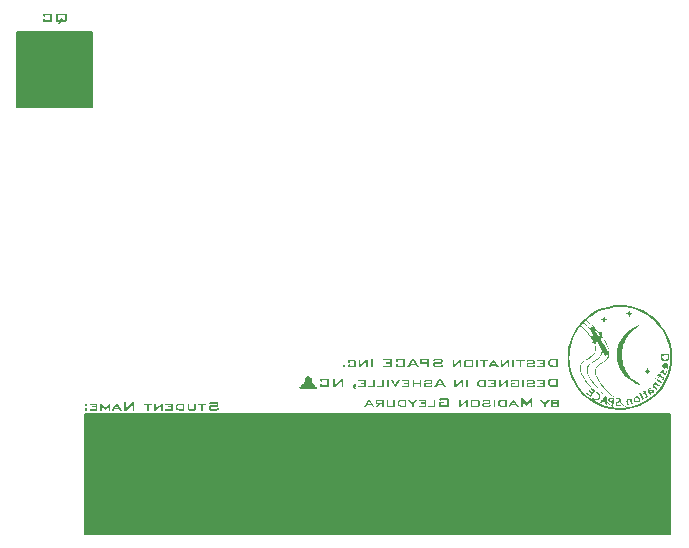
<source format=gbr>
%TF.GenerationSoftware,KiCad,Pcbnew,7.0.11*%
%TF.CreationDate,2024-02-23T21:27:37-05:00*%
%TF.ProjectId,destinationWeatherStation_r4-5,64657374-696e-4617-9469-6f6e57656174,03*%
%TF.SameCoordinates,Original*%
%TF.FileFunction,Legend,Bot*%
%TF.FilePolarity,Positive*%
%FSLAX46Y46*%
G04 Gerber Fmt 4.6, Leading zero omitted, Abs format (unit mm)*
G04 Created by KiCad (PCBNEW 7.0.11) date 2024-02-23 21:27:37*
%MOMM*%
%LPD*%
G01*
G04 APERTURE LIST*
%ADD10C,0.150000*%
G04 APERTURE END LIST*
D10*
X120650000Y-111125000D02*
X170180000Y-111125000D01*
X170180000Y-121285000D01*
X120650000Y-121285000D01*
X120650000Y-111125000D01*
G36*
X120650000Y-111125000D02*
G01*
X170180000Y-111125000D01*
X170180000Y-121285000D01*
X120650000Y-121285000D01*
X120650000Y-111125000D01*
G37*
X114935000Y-78740000D02*
X121285000Y-78740000D01*
X121285000Y-85090000D01*
X114935000Y-85090000D01*
X114935000Y-78740000D01*
G36*
X114935000Y-78740000D02*
G01*
X121285000Y-78740000D01*
X121285000Y-85090000D01*
X114935000Y-85090000D01*
X114935000Y-78740000D01*
G37*
G36*
X131327569Y-110234001D02*
G01*
X131800424Y-110234001D01*
X131800424Y-110390316D01*
X131350040Y-110390316D01*
X131337059Y-110390458D01*
X131324616Y-110390885D01*
X131312711Y-110391596D01*
X131301344Y-110392591D01*
X131290515Y-110393870D01*
X131280225Y-110395434D01*
X131270472Y-110397282D01*
X131256852Y-110400587D01*
X131244443Y-110404532D01*
X131233245Y-110409117D01*
X131223257Y-110414341D01*
X131214480Y-110420205D01*
X131206914Y-110426709D01*
X131200235Y-110434034D01*
X131194214Y-110442454D01*
X131188849Y-110451968D01*
X131184142Y-110462578D01*
X131180091Y-110474282D01*
X131176697Y-110487081D01*
X131173960Y-110500975D01*
X131172500Y-110510846D01*
X131171333Y-110521204D01*
X131170457Y-110532048D01*
X131169873Y-110543378D01*
X131169581Y-110555195D01*
X131169544Y-110561286D01*
X131169544Y-110655320D01*
X131169690Y-110667500D01*
X131170128Y-110679191D01*
X131170858Y-110690391D01*
X131171880Y-110701100D01*
X131173194Y-110711319D01*
X131174799Y-110721048D01*
X131177755Y-110734721D01*
X131181368Y-110747292D01*
X131185638Y-110758758D01*
X131190565Y-110769122D01*
X131196148Y-110778382D01*
X131202388Y-110786538D01*
X131206914Y-110791363D01*
X131214480Y-110797910D01*
X131223257Y-110803814D01*
X131233245Y-110809073D01*
X131244443Y-110813688D01*
X131256852Y-110817660D01*
X131270472Y-110820987D01*
X131280225Y-110822848D01*
X131290515Y-110824422D01*
X131301344Y-110825710D01*
X131312711Y-110826712D01*
X131324616Y-110827427D01*
X131337059Y-110827856D01*
X131350040Y-110828000D01*
X131796516Y-110828000D01*
X131809468Y-110827856D01*
X131821886Y-110827427D01*
X131833770Y-110826712D01*
X131845120Y-110825710D01*
X131855935Y-110824422D01*
X131866217Y-110822848D01*
X131875963Y-110820987D01*
X131889582Y-110817660D01*
X131901998Y-110813688D01*
X131913212Y-110809073D01*
X131923224Y-110803814D01*
X131932034Y-110797910D01*
X131939642Y-110791363D01*
X131946277Y-110783942D01*
X131952259Y-110775418D01*
X131957588Y-110765790D01*
X131962265Y-110755059D01*
X131966289Y-110743224D01*
X131969661Y-110730286D01*
X131972380Y-110716245D01*
X131973830Y-110706271D01*
X131974990Y-110695807D01*
X131975861Y-110684852D01*
X131976441Y-110673407D01*
X131976731Y-110661471D01*
X131976767Y-110655320D01*
X131976767Y-110637246D01*
X131828512Y-110609158D01*
X131828512Y-110687316D01*
X131317800Y-110687316D01*
X131317800Y-110531000D01*
X131768428Y-110531000D01*
X131781319Y-110530857D01*
X131793676Y-110530428D01*
X131805499Y-110529712D01*
X131816788Y-110528710D01*
X131827542Y-110527422D01*
X131837762Y-110525848D01*
X131847448Y-110523988D01*
X131860975Y-110520660D01*
X131873300Y-110516689D01*
X131884422Y-110512074D01*
X131894343Y-110506814D01*
X131903061Y-110500911D01*
X131910577Y-110494364D01*
X131917168Y-110486893D01*
X131923111Y-110478310D01*
X131928405Y-110468615D01*
X131933051Y-110457807D01*
X131937049Y-110445888D01*
X131940399Y-110432858D01*
X131943100Y-110418715D01*
X131944541Y-110408668D01*
X131945693Y-110398128D01*
X131946557Y-110387093D01*
X131947134Y-110375564D01*
X131947422Y-110363540D01*
X131947458Y-110357344D01*
X131947458Y-110276255D01*
X131947314Y-110264434D01*
X131946882Y-110253090D01*
X131946161Y-110242223D01*
X131945153Y-110231833D01*
X131943856Y-110221920D01*
X131941371Y-110207946D01*
X131938238Y-110195044D01*
X131934456Y-110183216D01*
X131930026Y-110172461D01*
X131924948Y-110162780D01*
X131919221Y-110154172D01*
X131912846Y-110146637D01*
X131910577Y-110144364D01*
X131903061Y-110138035D01*
X131894343Y-110132328D01*
X131884422Y-110127244D01*
X131873300Y-110122783D01*
X131860975Y-110118944D01*
X131847448Y-110115727D01*
X131837762Y-110113929D01*
X131827542Y-110112407D01*
X131816788Y-110111162D01*
X131805499Y-110110194D01*
X131793676Y-110109502D01*
X131781319Y-110109087D01*
X131768428Y-110108949D01*
X131358344Y-110108949D01*
X131345860Y-110109082D01*
X131333870Y-110109483D01*
X131322375Y-110110151D01*
X131311373Y-110111086D01*
X131300866Y-110112288D01*
X131290853Y-110113757D01*
X131276760Y-110116462D01*
X131263779Y-110119768D01*
X131251910Y-110123675D01*
X131241153Y-110128183D01*
X131231508Y-110133292D01*
X131222975Y-110139002D01*
X131217904Y-110143143D01*
X131210964Y-110150020D01*
X131204707Y-110157829D01*
X131199132Y-110166569D01*
X131194240Y-110176241D01*
X131190030Y-110186845D01*
X131186503Y-110198381D01*
X131183659Y-110210848D01*
X131181497Y-110224246D01*
X131180018Y-110238577D01*
X131179411Y-110248648D01*
X131179108Y-110259133D01*
X131179070Y-110264531D01*
X131179070Y-110278942D01*
X131327569Y-110312159D01*
X131327569Y-110234001D01*
G37*
G36*
X130521324Y-110343422D02*
G01*
X130521324Y-110828000D01*
X130665427Y-110828000D01*
X130665427Y-110343422D01*
X130951191Y-110343422D01*
X130951191Y-110234001D01*
X130234827Y-110234001D01*
X130234827Y-110343422D01*
X130521324Y-110343422D01*
G37*
G36*
X129904855Y-110234001D02*
G01*
X129904855Y-110718579D01*
X129492573Y-110718579D01*
X129492573Y-110234001D01*
X129347004Y-110234001D01*
X129347004Y-110689025D01*
X129347131Y-110698842D01*
X129347797Y-110712826D01*
X129349035Y-110725921D01*
X129350843Y-110738128D01*
X129353222Y-110749446D01*
X129356172Y-110759875D01*
X129359693Y-110769416D01*
X129365277Y-110780754D01*
X129371875Y-110790512D01*
X129379489Y-110798690D01*
X129388522Y-110805560D01*
X129399379Y-110811513D01*
X129408719Y-110815377D01*
X129419085Y-110818726D01*
X129430478Y-110821560D01*
X129442896Y-110823878D01*
X129456341Y-110825681D01*
X129470812Y-110826969D01*
X129481029Y-110827542D01*
X129491702Y-110827885D01*
X129502831Y-110828000D01*
X129894597Y-110828000D01*
X129905664Y-110827886D01*
X129916273Y-110827545D01*
X129926425Y-110826978D01*
X129940793Y-110825700D01*
X129954131Y-110823912D01*
X129966438Y-110821613D01*
X129977716Y-110818803D01*
X129987962Y-110815482D01*
X129997179Y-110811650D01*
X130007864Y-110805747D01*
X130016718Y-110798935D01*
X130024160Y-110790806D01*
X130030609Y-110781074D01*
X130036067Y-110769740D01*
X130039509Y-110760187D01*
X130042392Y-110749733D01*
X130044718Y-110738377D01*
X130046485Y-110726120D01*
X130047695Y-110712961D01*
X130048346Y-110698900D01*
X130048470Y-110689025D01*
X130048470Y-110234001D01*
X129904855Y-110234001D01*
G37*
G36*
X129084199Y-110828000D02*
G01*
X128721743Y-110828000D01*
X128709536Y-110827927D01*
X128697524Y-110827708D01*
X128685707Y-110827343D01*
X128674085Y-110826832D01*
X128662657Y-110826175D01*
X128651424Y-110825372D01*
X128640385Y-110824423D01*
X128629541Y-110823328D01*
X128618892Y-110822088D01*
X128608437Y-110820701D01*
X128598177Y-110819168D01*
X128588111Y-110817489D01*
X128578240Y-110815665D01*
X128568564Y-110813694D01*
X128549796Y-110809315D01*
X128531806Y-110804352D01*
X128514594Y-110798805D01*
X128498161Y-110792674D01*
X128482507Y-110785959D01*
X128467631Y-110778661D01*
X128453533Y-110770778D01*
X128440215Y-110762312D01*
X128427674Y-110753261D01*
X128415873Y-110743627D01*
X128404834Y-110733409D01*
X128394555Y-110722607D01*
X128385039Y-110711221D01*
X128376283Y-110699251D01*
X128368289Y-110686697D01*
X128361056Y-110673560D01*
X128354584Y-110659838D01*
X128348874Y-110645533D01*
X128343926Y-110630644D01*
X128339738Y-110615170D01*
X128336312Y-110599113D01*
X128333647Y-110582472D01*
X128331744Y-110565248D01*
X128330602Y-110547439D01*
X128330221Y-110529046D01*
X128330316Y-110524406D01*
X128478477Y-110524406D01*
X128478536Y-110530926D01*
X128479011Y-110543609D01*
X128479961Y-110555817D01*
X128481387Y-110567551D01*
X128483287Y-110578809D01*
X128485663Y-110589592D01*
X128488514Y-110599899D01*
X128491840Y-110609732D01*
X128495641Y-110619090D01*
X128502233Y-110632235D01*
X128509895Y-110644311D01*
X128518625Y-110655319D01*
X128528425Y-110665257D01*
X128539293Y-110674127D01*
X128547253Y-110679509D01*
X128555928Y-110684545D01*
X128565319Y-110689233D01*
X128575426Y-110693574D01*
X128586248Y-110697568D01*
X128597785Y-110701215D01*
X128610039Y-110704514D01*
X128623007Y-110707466D01*
X128636692Y-110710070D01*
X128651091Y-110712328D01*
X128666207Y-110714238D01*
X128682038Y-110715800D01*
X128698584Y-110717016D01*
X128715846Y-110717884D01*
X128733824Y-110718405D01*
X128752517Y-110718579D01*
X128938630Y-110718579D01*
X128938630Y-110343422D01*
X128684373Y-110343422D01*
X128677878Y-110343466D01*
X128665204Y-110343817D01*
X128652953Y-110344519D01*
X128641127Y-110345572D01*
X128629724Y-110346977D01*
X128618744Y-110348732D01*
X128608188Y-110350839D01*
X128598056Y-110353296D01*
X128588347Y-110356105D01*
X128574579Y-110360977D01*
X128561763Y-110366638D01*
X128549901Y-110373090D01*
X128538991Y-110380331D01*
X128529035Y-110388362D01*
X128525924Y-110391201D01*
X128517185Y-110400265D01*
X128509335Y-110410149D01*
X128502373Y-110420853D01*
X128496300Y-110432377D01*
X128491116Y-110444721D01*
X128486821Y-110457885D01*
X128483414Y-110471870D01*
X128481637Y-110481648D01*
X128480254Y-110491791D01*
X128479267Y-110502298D01*
X128478674Y-110513170D01*
X128478477Y-110524406D01*
X128330316Y-110524406D01*
X128330581Y-110511534D01*
X128331660Y-110494536D01*
X128333458Y-110478050D01*
X128335976Y-110462078D01*
X128339213Y-110446619D01*
X128343170Y-110431674D01*
X128347846Y-110417241D01*
X128353241Y-110403322D01*
X128359356Y-110389917D01*
X128366190Y-110377024D01*
X128373743Y-110364645D01*
X128382016Y-110352779D01*
X128391008Y-110341427D01*
X128400720Y-110330587D01*
X128411151Y-110320262D01*
X128422301Y-110310449D01*
X128434091Y-110301192D01*
X128446504Y-110292531D01*
X128459538Y-110284469D01*
X128473195Y-110277003D01*
X128487474Y-110270135D01*
X128502374Y-110263863D01*
X128517897Y-110258190D01*
X128534042Y-110253113D01*
X128550809Y-110248634D01*
X128568198Y-110244751D01*
X128586209Y-110241467D01*
X128604842Y-110238779D01*
X128624097Y-110236689D01*
X128633958Y-110235867D01*
X128643974Y-110235195D01*
X128654146Y-110234673D01*
X128664473Y-110234300D01*
X128674956Y-110234076D01*
X128685595Y-110234001D01*
X129084199Y-110234001D01*
X129084199Y-110828000D01*
G37*
G36*
X128113089Y-110828000D02*
G01*
X128113089Y-110234001D01*
X127478058Y-110234001D01*
X127478058Y-110343422D01*
X127967521Y-110343422D01*
X127967521Y-110452842D01*
X127682489Y-110452842D01*
X127682489Y-110562263D01*
X127967521Y-110562263D01*
X127967521Y-110718579D01*
X127470486Y-110718579D01*
X127470486Y-110828000D01*
X128113089Y-110828000D01*
G37*
G36*
X127262147Y-110828000D02*
G01*
X127262147Y-110234001D01*
X127162985Y-110234001D01*
X126660577Y-110628453D01*
X126660577Y-110234001D01*
X126529907Y-110234001D01*
X126529907Y-110828000D01*
X126629803Y-110828000D01*
X127130745Y-110427441D01*
X127130745Y-110828000D01*
X127262147Y-110828000D01*
G37*
G36*
X125912950Y-110343422D02*
G01*
X125912950Y-110828000D01*
X126057053Y-110828000D01*
X126057053Y-110343422D01*
X126342817Y-110343422D01*
X126342817Y-110234001D01*
X125626453Y-110234001D01*
X125626453Y-110343422D01*
X125912950Y-110343422D01*
G37*
G36*
X124847563Y-110828000D02*
G01*
X124847563Y-110108949D01*
X124732768Y-110108949D01*
X124224011Y-110532710D01*
X124216069Y-110539291D01*
X124208426Y-110545752D01*
X124199647Y-110553348D01*
X124191298Y-110560773D01*
X124183378Y-110568026D01*
X124178337Y-110572766D01*
X124171038Y-110579770D01*
X124163980Y-110586859D01*
X124157162Y-110594035D01*
X124150585Y-110601296D01*
X124143215Y-110609877D01*
X124142189Y-110611112D01*
X124142944Y-110600066D01*
X124143652Y-110589642D01*
X124144312Y-110579841D01*
X124145119Y-110567742D01*
X124145843Y-110556749D01*
X124146482Y-110546863D01*
X124147163Y-110536062D01*
X124147807Y-110525383D01*
X124148283Y-110514926D01*
X124148683Y-110504320D01*
X124148952Y-110494104D01*
X124149028Y-110486548D01*
X124149028Y-110108949D01*
X123997842Y-110108949D01*
X123997842Y-110828000D01*
X124112636Y-110828000D01*
X124643131Y-110383722D01*
X124651244Y-110376501D01*
X124658913Y-110369583D01*
X124666137Y-110362970D01*
X124673850Y-110355784D01*
X124676593Y-110353191D01*
X124683660Y-110346322D01*
X124691283Y-110338521D01*
X124698558Y-110330643D01*
X124703215Y-110325348D01*
X124702188Y-110335645D01*
X124701245Y-110345774D01*
X124700385Y-110355737D01*
X124699609Y-110365533D01*
X124698787Y-110377068D01*
X124698086Y-110388362D01*
X124697505Y-110399170D01*
X124697044Y-110409428D01*
X124696658Y-110420702D01*
X124696436Y-110431227D01*
X124696376Y-110439653D01*
X124696376Y-110828000D01*
X124847563Y-110828000D01*
G37*
G36*
X123772650Y-110828000D02*
G01*
X123628546Y-110828000D01*
X123554052Y-110702947D01*
X123162287Y-110702947D01*
X123087793Y-110828000D01*
X122925860Y-110828000D01*
X123066718Y-110593526D01*
X123221149Y-110593526D01*
X123492503Y-110593526D01*
X123359147Y-110342933D01*
X123221149Y-110593526D01*
X123066718Y-110593526D01*
X123282699Y-110234001D01*
X123421429Y-110234001D01*
X123772650Y-110828000D01*
G37*
G36*
X122778826Y-110828000D02*
G01*
X122778826Y-110234001D01*
X122663299Y-110234001D01*
X122373382Y-110586443D01*
X122084932Y-110234001D01*
X121968672Y-110234001D01*
X121968672Y-110828000D01*
X122102761Y-110828000D01*
X122102761Y-110419137D01*
X122367276Y-110756681D01*
X122395364Y-110756681D01*
X122663299Y-110428907D01*
X122663299Y-110828000D01*
X122778826Y-110828000D01*
G37*
G36*
X121705134Y-110828000D02*
G01*
X121705134Y-110234001D01*
X121070103Y-110234001D01*
X121070103Y-110343422D01*
X121559565Y-110343422D01*
X121559565Y-110452842D01*
X121274534Y-110452842D01*
X121274534Y-110562263D01*
X121559565Y-110562263D01*
X121559565Y-110718579D01*
X121062531Y-110718579D01*
X121062531Y-110828000D01*
X121705134Y-110828000D01*
G37*
G36*
X120704471Y-110234001D02*
G01*
X120679070Y-110234001D01*
X120668670Y-110235050D01*
X120658962Y-110239080D01*
X120653180Y-110244748D01*
X120648869Y-110254445D01*
X120646858Y-110264398D01*
X120645875Y-110275110D01*
X120645609Y-110285780D01*
X120645609Y-110400330D01*
X120645811Y-110410138D01*
X120646590Y-110420396D01*
X120648236Y-110430281D01*
X120651520Y-110439692D01*
X120653913Y-110443317D01*
X120662313Y-110448340D01*
X120672196Y-110450749D01*
X120683290Y-110452089D01*
X120694385Y-110452694D01*
X120704471Y-110452842D01*
X120829523Y-110452842D01*
X120839923Y-110451769D01*
X120849631Y-110447648D01*
X120855413Y-110441852D01*
X120859724Y-110431876D01*
X120861735Y-110421794D01*
X120862719Y-110411018D01*
X120862985Y-110400330D01*
X120862985Y-110285780D01*
X120862701Y-110274406D01*
X120861851Y-110264646D01*
X120859836Y-110254143D01*
X120855901Y-110245051D01*
X120854925Y-110243771D01*
X120846419Y-110238619D01*
X120836520Y-110236148D01*
X120825449Y-110234774D01*
X120814399Y-110234154D01*
X120804366Y-110234001D01*
X120704471Y-110234001D01*
G37*
G36*
X120704471Y-110609158D02*
G01*
X120679070Y-110609158D01*
X120668670Y-110610207D01*
X120658962Y-110614237D01*
X120653180Y-110619905D01*
X120648869Y-110629602D01*
X120646858Y-110639555D01*
X120645875Y-110650267D01*
X120645609Y-110660937D01*
X120645609Y-110775487D01*
X120645811Y-110785295D01*
X120646590Y-110795553D01*
X120648236Y-110805438D01*
X120651520Y-110814849D01*
X120653913Y-110818474D01*
X120662313Y-110823497D01*
X120672196Y-110825907D01*
X120683290Y-110827246D01*
X120694385Y-110827851D01*
X120704471Y-110828000D01*
X120829523Y-110828000D01*
X120839923Y-110826926D01*
X120849631Y-110822805D01*
X120855413Y-110817009D01*
X120859724Y-110807033D01*
X120861735Y-110796951D01*
X120862719Y-110786175D01*
X120862985Y-110775487D01*
X120862985Y-110660937D01*
X120862701Y-110649563D01*
X120861851Y-110639803D01*
X120859836Y-110629300D01*
X120855901Y-110620208D01*
X120854925Y-110618928D01*
X120846419Y-110613776D01*
X120836520Y-110611305D01*
X120825449Y-110609931D01*
X120814399Y-110609311D01*
X120804366Y-110609158D01*
X120704471Y-110609158D01*
G37*
G36*
X118949164Y-77216087D02*
G01*
X118961522Y-77216502D01*
X118973344Y-77217194D01*
X118984633Y-77218162D01*
X118995387Y-77219407D01*
X119005607Y-77220929D01*
X119015293Y-77222727D01*
X119028820Y-77225944D01*
X119041145Y-77229783D01*
X119052267Y-77234244D01*
X119062188Y-77239328D01*
X119070906Y-77245035D01*
X119078422Y-77251364D01*
X119080691Y-77253621D01*
X119087066Y-77261107D01*
X119092793Y-77269661D01*
X119097871Y-77279285D01*
X119102301Y-77289977D01*
X119106083Y-77301739D01*
X119109216Y-77314569D01*
X119111701Y-77328469D01*
X119112998Y-77338329D01*
X119114006Y-77348665D01*
X119114727Y-77359476D01*
X119115159Y-77370761D01*
X119115303Y-77382522D01*
X119115303Y-77759877D01*
X119115267Y-77766164D01*
X119114979Y-77778359D01*
X119114403Y-77790049D01*
X119113538Y-77801232D01*
X119112386Y-77811910D01*
X119110945Y-77822083D01*
X119108244Y-77836393D01*
X119104894Y-77849566D01*
X119100896Y-77861601D01*
X119096250Y-77872498D01*
X119090956Y-77882257D01*
X119085013Y-77890879D01*
X119078422Y-77898363D01*
X119070906Y-77904910D01*
X119062188Y-77910814D01*
X119052267Y-77916073D01*
X119041145Y-77920688D01*
X119028820Y-77924660D01*
X119015293Y-77927987D01*
X119005607Y-77929848D01*
X118995387Y-77931422D01*
X118984633Y-77932710D01*
X118973344Y-77933712D01*
X118961522Y-77934427D01*
X118949164Y-77934856D01*
X118936273Y-77935000D01*
X118639518Y-77935000D01*
X118558185Y-78122578D01*
X118391367Y-78122578D01*
X118482226Y-77935000D01*
X118404312Y-77935000D01*
X118391421Y-77934856D01*
X118379063Y-77934427D01*
X118367241Y-77933712D01*
X118355952Y-77932710D01*
X118345198Y-77931422D01*
X118334978Y-77929848D01*
X118325292Y-77927987D01*
X118311765Y-77924660D01*
X118299440Y-77920688D01*
X118288318Y-77916073D01*
X118278397Y-77910814D01*
X118269679Y-77904910D01*
X118262163Y-77898363D01*
X118257697Y-77893500D01*
X118251538Y-77885258D01*
X118246027Y-77875877D01*
X118241165Y-77865360D01*
X118236951Y-77853704D01*
X118233386Y-77840910D01*
X118230468Y-77826979D01*
X118228884Y-77817060D01*
X118227587Y-77806635D01*
X118226579Y-77795704D01*
X118225858Y-77784267D01*
X118225426Y-77772325D01*
X118225282Y-77759877D01*
X118225282Y-77382522D01*
X118225426Y-77370761D01*
X118225858Y-77359476D01*
X118226579Y-77348665D01*
X118227326Y-77341001D01*
X118392833Y-77341001D01*
X118392833Y-77794316D01*
X118547194Y-77794316D01*
X118644891Y-77591106D01*
X118766524Y-77639710D01*
X118699602Y-77794316D01*
X118947020Y-77794316D01*
X118947020Y-77341001D01*
X118392833Y-77341001D01*
X118227326Y-77341001D01*
X118227587Y-77338329D01*
X118228884Y-77328469D01*
X118231369Y-77314569D01*
X118234502Y-77301739D01*
X118238284Y-77289977D01*
X118242714Y-77279285D01*
X118247792Y-77269661D01*
X118253519Y-77261107D01*
X118262163Y-77251364D01*
X118269679Y-77245035D01*
X118278397Y-77239328D01*
X118288318Y-77234244D01*
X118299440Y-77229783D01*
X118311765Y-77225944D01*
X118325292Y-77222727D01*
X118334978Y-77220929D01*
X118345198Y-77219407D01*
X118355952Y-77218162D01*
X118367241Y-77217194D01*
X118379063Y-77216502D01*
X118391421Y-77216087D01*
X118404312Y-77215949D01*
X118936273Y-77215949D01*
X118949164Y-77216087D01*
G37*
G36*
X117264919Y-77341001D02*
G01*
X117717990Y-77341001D01*
X117717990Y-77794316D01*
X117264919Y-77794316D01*
X117264919Y-77638000D01*
X117096636Y-77673171D01*
X117096636Y-77759145D01*
X117096782Y-77771652D01*
X117097220Y-77783649D01*
X117097950Y-77795137D01*
X117098971Y-77806116D01*
X117100285Y-77816585D01*
X117101891Y-77826544D01*
X117104847Y-77840528D01*
X117108460Y-77853366D01*
X117112729Y-77865058D01*
X117117656Y-77875603D01*
X117123239Y-77885002D01*
X117129480Y-77893254D01*
X117134005Y-77898119D01*
X117141561Y-77904710D01*
X117150305Y-77910652D01*
X117160239Y-77915947D01*
X117171363Y-77920593D01*
X117183675Y-77924591D01*
X117197177Y-77927940D01*
X117206839Y-77929813D01*
X117217029Y-77931398D01*
X117227748Y-77932694D01*
X117238996Y-77933703D01*
X117250772Y-77934423D01*
X117263077Y-77934855D01*
X117275910Y-77935000D01*
X117707243Y-77935000D01*
X117720134Y-77934855D01*
X117732492Y-77934423D01*
X117744314Y-77933703D01*
X117755603Y-77932694D01*
X117766357Y-77931398D01*
X117776577Y-77929813D01*
X117786263Y-77927940D01*
X117799790Y-77924591D01*
X117812115Y-77920593D01*
X117823237Y-77915947D01*
X117833158Y-77910652D01*
X117841876Y-77904710D01*
X117849392Y-77898119D01*
X117855983Y-77890631D01*
X117861926Y-77881996D01*
X117867220Y-77872215D01*
X117871866Y-77861288D01*
X117875864Y-77849214D01*
X117879214Y-77835994D01*
X117881915Y-77821628D01*
X117883356Y-77811414D01*
X117884508Y-77800690D01*
X117885373Y-77789457D01*
X117885949Y-77777714D01*
X117886237Y-77765462D01*
X117886273Y-77759145D01*
X117886273Y-77383988D01*
X117886129Y-77372136D01*
X117885697Y-77360762D01*
X117884976Y-77349864D01*
X117883968Y-77339444D01*
X117882671Y-77329500D01*
X117880186Y-77315480D01*
X117877053Y-77302533D01*
X117873271Y-77290659D01*
X117868841Y-77279858D01*
X117863763Y-77270131D01*
X117858036Y-77261477D01*
X117851661Y-77253896D01*
X117849392Y-77251608D01*
X117841876Y-77245235D01*
X117833158Y-77239489D01*
X117823237Y-77234370D01*
X117812115Y-77229878D01*
X117799790Y-77226013D01*
X117786263Y-77222774D01*
X117776577Y-77220963D01*
X117766357Y-77219431D01*
X117755603Y-77218177D01*
X117744314Y-77217202D01*
X117732492Y-77216506D01*
X117720134Y-77216088D01*
X117707243Y-77215949D01*
X117275910Y-77215949D01*
X117263077Y-77216088D01*
X117250772Y-77216506D01*
X117238996Y-77217202D01*
X117227748Y-77218177D01*
X117217029Y-77219431D01*
X117206839Y-77220963D01*
X117197177Y-77222774D01*
X117183675Y-77226013D01*
X117171363Y-77229878D01*
X117160239Y-77234370D01*
X117150305Y-77239489D01*
X117141561Y-77245235D01*
X117134005Y-77251608D01*
X117127327Y-77258831D01*
X117121305Y-77267127D01*
X117115941Y-77276496D01*
X117111233Y-77286939D01*
X117107182Y-77298455D01*
X117103789Y-77311045D01*
X117101052Y-77324708D01*
X117099592Y-77334413D01*
X117098424Y-77344594D01*
X117097548Y-77355253D01*
X117096964Y-77366389D01*
X117096672Y-77378002D01*
X117096636Y-77383988D01*
X117096636Y-77454330D01*
X117264919Y-77481685D01*
X117264919Y-77341001D01*
G37*
G36*
X160736353Y-107159999D02*
G01*
X160314546Y-107159999D01*
X160301022Y-107159947D01*
X160287809Y-107159792D01*
X160274904Y-107159535D01*
X160262308Y-107159174D01*
X160250022Y-107158711D01*
X160238044Y-107158144D01*
X160226376Y-107157474D01*
X160215017Y-107156701D01*
X160203966Y-107155825D01*
X160193226Y-107154847D01*
X160182794Y-107153765D01*
X160172671Y-107152580D01*
X160162857Y-107151292D01*
X160148717Y-107149166D01*
X160135271Y-107146809D01*
X160126599Y-107145069D01*
X160113926Y-107142230D01*
X160101657Y-107139116D01*
X160089792Y-107135727D01*
X160078330Y-107132063D01*
X160067272Y-107128125D01*
X160056617Y-107123912D01*
X160046366Y-107119424D01*
X160036519Y-107114661D01*
X160027075Y-107109623D01*
X160018035Y-107104311D01*
X160008674Y-107098377D01*
X159999583Y-107092175D01*
X159990761Y-107085707D01*
X159982207Y-107078971D01*
X159973923Y-107071968D01*
X159965908Y-107064698D01*
X159958162Y-107057161D01*
X159950685Y-107049356D01*
X159943477Y-107041285D01*
X159936538Y-107032946D01*
X159929868Y-107024341D01*
X159923467Y-107015468D01*
X159917335Y-107006328D01*
X159911472Y-106996921D01*
X159905879Y-106987246D01*
X159900554Y-106977305D01*
X159895496Y-106967152D01*
X159890765Y-106956842D01*
X159886360Y-106946376D01*
X159882281Y-106935753D01*
X159878529Y-106924974D01*
X159875103Y-106914038D01*
X159872003Y-106902946D01*
X159869230Y-106891698D01*
X159866783Y-106880293D01*
X159864662Y-106868731D01*
X159862867Y-106857013D01*
X159861399Y-106845139D01*
X159860257Y-106833108D01*
X159859441Y-106820921D01*
X159858952Y-106808577D01*
X159858788Y-106796077D01*
X159858859Y-106788994D01*
X160032445Y-106788994D01*
X160032728Y-106804139D01*
X160033578Y-106818738D01*
X160034995Y-106832791D01*
X160036979Y-106846299D01*
X160039529Y-106859261D01*
X160042646Y-106871677D01*
X160046330Y-106883548D01*
X160050580Y-106894873D01*
X160055397Y-106905652D01*
X160060781Y-106915885D01*
X160066732Y-106925573D01*
X160073249Y-106934715D01*
X160080333Y-106943311D01*
X160087984Y-106951362D01*
X160096201Y-106958866D01*
X160104985Y-106965825D01*
X160114418Y-106972303D01*
X160124643Y-106978362D01*
X160135660Y-106984003D01*
X160147468Y-106989227D01*
X160160069Y-106994033D01*
X160173461Y-106998420D01*
X160187645Y-107002390D01*
X160202621Y-107005942D01*
X160218389Y-107009076D01*
X160234949Y-107011793D01*
X160252301Y-107014091D01*
X160270444Y-107015972D01*
X160289380Y-107017434D01*
X160299145Y-107018009D01*
X160309107Y-107018479D01*
X160319268Y-107018845D01*
X160329627Y-107019106D01*
X160340183Y-107019262D01*
X160350938Y-107019315D01*
X160568314Y-107019315D01*
X160568314Y-106566000D01*
X160270338Y-106566000D01*
X160255877Y-106566221D01*
X160241864Y-106566885D01*
X160228300Y-106567992D01*
X160215184Y-106569541D01*
X160202517Y-106571534D01*
X160190298Y-106573968D01*
X160178528Y-106576846D01*
X160167206Y-106580166D01*
X160156332Y-106583929D01*
X160145907Y-106588134D01*
X160135931Y-106592783D01*
X160126402Y-106597874D01*
X160117322Y-106603407D01*
X160108691Y-106609384D01*
X160100508Y-106615803D01*
X160092773Y-106622664D01*
X160085468Y-106629926D01*
X160078634Y-106637605D01*
X160072271Y-106645702D01*
X160066380Y-106654217D01*
X160060959Y-106663150D01*
X160056011Y-106672501D01*
X160051533Y-106682270D01*
X160047527Y-106692457D01*
X160043992Y-106703061D01*
X160040929Y-106714084D01*
X160038336Y-106725524D01*
X160036216Y-106737382D01*
X160034566Y-106749658D01*
X160033388Y-106762352D01*
X160032681Y-106775464D01*
X160032445Y-106788994D01*
X159858859Y-106788994D01*
X159858893Y-106785528D01*
X159859206Y-106775130D01*
X159859729Y-106764883D01*
X159860460Y-106754788D01*
X159861400Y-106744844D01*
X159862549Y-106735051D01*
X159865475Y-106715919D01*
X159869235Y-106697392D01*
X159873832Y-106679470D01*
X159879265Y-106662152D01*
X159885533Y-106645440D01*
X159892637Y-106629332D01*
X159900577Y-106613830D01*
X159909352Y-106598932D01*
X159918964Y-106584639D01*
X159929411Y-106570951D01*
X159940694Y-106557867D01*
X159952812Y-106545389D01*
X159965767Y-106533516D01*
X159979498Y-106522306D01*
X159993946Y-106511820D01*
X160009112Y-106502057D01*
X160024996Y-106493017D01*
X160041596Y-106484700D01*
X160058915Y-106477107D01*
X160076951Y-106470237D01*
X160086238Y-106467073D01*
X160095704Y-106464090D01*
X160105350Y-106461287D01*
X160115175Y-106458666D01*
X160125179Y-106456225D01*
X160135363Y-106453965D01*
X160145726Y-106451886D01*
X160156269Y-106449987D01*
X160166990Y-106448270D01*
X160177892Y-106446733D01*
X160188972Y-106445377D01*
X160200232Y-106444202D01*
X160211672Y-106443208D01*
X160223290Y-106442394D01*
X160235088Y-106441761D01*
X160247066Y-106441309D01*
X160259223Y-106441038D01*
X160271559Y-106440948D01*
X160736353Y-106440948D01*
X160736353Y-107159999D01*
G37*
G36*
X159603066Y-107159999D02*
G01*
X159603066Y-106566000D01*
X158968035Y-106566000D01*
X158968035Y-106675421D01*
X159457497Y-106675421D01*
X159457497Y-106784841D01*
X159172466Y-106784841D01*
X159172466Y-106894262D01*
X159457497Y-106894262D01*
X159457497Y-107050578D01*
X158960463Y-107050578D01*
X158960463Y-107159999D01*
X159603066Y-107159999D01*
G37*
G36*
X158205264Y-106675421D02*
G01*
X158612661Y-106675421D01*
X158612661Y-106800473D01*
X158227002Y-106800473D01*
X158215877Y-106800582D01*
X158205218Y-106800908D01*
X158195025Y-106801452D01*
X158180608Y-106802676D01*
X158167239Y-106804389D01*
X158154917Y-106806591D01*
X158143643Y-106809283D01*
X158133416Y-106812464D01*
X158124237Y-106816135D01*
X158113627Y-106821791D01*
X158104880Y-106828317D01*
X158097496Y-106835995D01*
X158091096Y-106845231D01*
X158085681Y-106856023D01*
X158081250Y-106868373D01*
X158078573Y-106878657D01*
X158076450Y-106889816D01*
X158074881Y-106901852D01*
X158073865Y-106914763D01*
X158073404Y-106928551D01*
X158073373Y-106933341D01*
X158073373Y-107017605D01*
X158073499Y-107027719D01*
X158074160Y-107042121D01*
X158075388Y-107055600D01*
X158077183Y-107068156D01*
X158079544Y-107079789D01*
X158082472Y-107090498D01*
X158085967Y-107100285D01*
X158091508Y-107111898D01*
X158098057Y-107121870D01*
X158105613Y-107130201D01*
X158114509Y-107137185D01*
X158125198Y-107143237D01*
X158134393Y-107147166D01*
X158144596Y-107150570D01*
X158155808Y-107153451D01*
X158168029Y-107155808D01*
X158181259Y-107157641D01*
X158195497Y-107158951D01*
X158205551Y-107159533D01*
X158216052Y-107159882D01*
X158227002Y-107159999D01*
X158611196Y-107159999D01*
X158622414Y-107159882D01*
X158633170Y-107159533D01*
X158643465Y-107158951D01*
X158653297Y-107158136D01*
X158667180Y-107156477D01*
X158680025Y-107154295D01*
X158691830Y-107151589D01*
X158702596Y-107148359D01*
X158712323Y-107144605D01*
X158723677Y-107138785D01*
X158733183Y-107132034D01*
X158735271Y-107130201D01*
X158742885Y-107121870D01*
X158749483Y-107111898D01*
X158755066Y-107100285D01*
X158758588Y-107090498D01*
X158761538Y-107079789D01*
X158763917Y-107068156D01*
X158765725Y-107055600D01*
X158766962Y-107042121D01*
X158767629Y-107027719D01*
X158767756Y-107017605D01*
X158767756Y-106999287D01*
X158639284Y-106972420D01*
X158639284Y-107050578D01*
X158203799Y-107050578D01*
X158203799Y-106909894D01*
X158587260Y-106909894D01*
X158598418Y-106909782D01*
X158609116Y-106909447D01*
X158619354Y-106908889D01*
X158629132Y-106908108D01*
X158642938Y-106906517D01*
X158655708Y-106904424D01*
X158667444Y-106901829D01*
X158678145Y-106898731D01*
X158687812Y-106895131D01*
X158699091Y-106889550D01*
X158708530Y-106883076D01*
X158710603Y-106881317D01*
X158718102Y-106873349D01*
X158724601Y-106863854D01*
X158730100Y-106852833D01*
X158733568Y-106843565D01*
X158736474Y-106833438D01*
X158738818Y-106822453D01*
X158740599Y-106810609D01*
X158741817Y-106797907D01*
X158742474Y-106784345D01*
X158742599Y-106774828D01*
X158742599Y-106708393D01*
X158742474Y-106698397D01*
X158741817Y-106684153D01*
X158740599Y-106670811D01*
X158738818Y-106658370D01*
X158736474Y-106646831D01*
X158733568Y-106636193D01*
X158730100Y-106626458D01*
X158724601Y-106614879D01*
X158718102Y-106604903D01*
X158710603Y-106596530D01*
X158701623Y-106589375D01*
X158690804Y-106583173D01*
X158681482Y-106579148D01*
X158671126Y-106575660D01*
X158659735Y-106572708D01*
X158647309Y-106570293D01*
X158633849Y-106568415D01*
X158619354Y-106567073D01*
X158609116Y-106566477D01*
X158598418Y-106566119D01*
X158587260Y-106566000D01*
X158236039Y-106566000D01*
X158225056Y-106566113D01*
X158214515Y-106566454D01*
X158204417Y-106567022D01*
X158190100Y-106568299D01*
X158176779Y-106570087D01*
X158164455Y-106572386D01*
X158153126Y-106575196D01*
X158142793Y-106578517D01*
X158133457Y-106582349D01*
X158122558Y-106588253D01*
X158113429Y-106595065D01*
X158105644Y-106603026D01*
X158098897Y-106612376D01*
X158093187Y-106623115D01*
X158088516Y-106635243D01*
X158085694Y-106645250D01*
X158083456Y-106656040D01*
X158081801Y-106667610D01*
X158080731Y-106679962D01*
X158080244Y-106693095D01*
X158080212Y-106697647D01*
X158080212Y-106711813D01*
X158205264Y-106737947D01*
X158205264Y-106675421D01*
G37*
G36*
X157471315Y-106675421D02*
G01*
X157471315Y-107159999D01*
X157615418Y-107159999D01*
X157615418Y-106675421D01*
X157901182Y-106675421D01*
X157901182Y-106566000D01*
X157184818Y-106566000D01*
X157184818Y-106675421D01*
X157471315Y-106675421D01*
G37*
G36*
X156998460Y-107159999D02*
G01*
X156998460Y-106566000D01*
X156854846Y-106566000D01*
X156854846Y-107159999D01*
X156998460Y-107159999D01*
G37*
G36*
X156591063Y-107159999D02*
G01*
X156591063Y-106566000D01*
X156491901Y-106566000D01*
X155989493Y-106960452D01*
X155989493Y-106566000D01*
X155858823Y-106566000D01*
X155858823Y-107159999D01*
X155958719Y-107159999D01*
X156459661Y-106759440D01*
X156459661Y-107159999D01*
X156591063Y-107159999D01*
G37*
G36*
X155684678Y-107159999D02*
G01*
X155540575Y-107159999D01*
X155466081Y-107034946D01*
X155074315Y-107034946D01*
X154999821Y-107159999D01*
X154837888Y-107159999D01*
X154978746Y-106925525D01*
X155133178Y-106925525D01*
X155404532Y-106925525D01*
X155271175Y-106674932D01*
X155133178Y-106925525D01*
X154978746Y-106925525D01*
X155194727Y-106566000D01*
X155333457Y-106566000D01*
X155684678Y-107159999D01*
G37*
G36*
X154376269Y-106675421D02*
G01*
X154376269Y-107159999D01*
X154520372Y-107159999D01*
X154520372Y-106675421D01*
X154806137Y-106675421D01*
X154806137Y-106566000D01*
X154089772Y-106566000D01*
X154089772Y-106675421D01*
X154376269Y-106675421D01*
G37*
G36*
X153941517Y-107159999D02*
G01*
X153941517Y-106566000D01*
X153797902Y-106566000D01*
X153797902Y-107159999D01*
X153941517Y-107159999D01*
G37*
G36*
X153405783Y-106566116D02*
G01*
X153416444Y-106566465D01*
X153426642Y-106567047D01*
X153441070Y-106568357D01*
X153454455Y-106570190D01*
X153466796Y-106572547D01*
X153478094Y-106575428D01*
X153488348Y-106578833D01*
X153497560Y-106582761D01*
X153508219Y-106588814D01*
X153517023Y-106595798D01*
X153524407Y-106603995D01*
X153530807Y-106613810D01*
X153536223Y-106625244D01*
X153539638Y-106634881D01*
X153542499Y-106645428D01*
X153544807Y-106656886D01*
X153546561Y-106669254D01*
X153547761Y-106682531D01*
X153548407Y-106696719D01*
X153548530Y-106706684D01*
X153548530Y-107023467D01*
X153548407Y-107033162D01*
X153547761Y-107046968D01*
X153546561Y-107059889D01*
X153544807Y-107071927D01*
X153542499Y-107083079D01*
X153539638Y-107093347D01*
X153536223Y-107102731D01*
X153530807Y-107113867D01*
X153524407Y-107123431D01*
X153517023Y-107131422D01*
X153508219Y-107138120D01*
X153497560Y-107143924D01*
X153488348Y-107147692D01*
X153478094Y-107150957D01*
X153466796Y-107153720D01*
X153454455Y-107155980D01*
X153441070Y-107157738D01*
X153426642Y-107158994D01*
X153416444Y-107159552D01*
X153405783Y-107159887D01*
X153394657Y-107159999D01*
X152936702Y-107159999D01*
X152925635Y-107159887D01*
X152915025Y-107159552D01*
X152904874Y-107158994D01*
X152890506Y-107157738D01*
X152877168Y-107155980D01*
X152864860Y-107153720D01*
X152853583Y-107150957D01*
X152843336Y-107147692D01*
X152834120Y-107143924D01*
X152823434Y-107138120D01*
X152814580Y-107131422D01*
X152808906Y-107125576D01*
X152802208Y-107116405D01*
X152796503Y-107105663D01*
X152792875Y-107096574D01*
X152789805Y-107086600D01*
X152787294Y-107075742D01*
X152785340Y-107064000D01*
X152783945Y-107051373D01*
X152783108Y-107037862D01*
X152782829Y-107023467D01*
X152782829Y-106706684D01*
X152782951Y-106696719D01*
X152783592Y-106682531D01*
X152784230Y-106675421D01*
X152926932Y-106675421D01*
X152926932Y-107050578D01*
X153404183Y-107050578D01*
X153404183Y-106675421D01*
X152926932Y-106675421D01*
X152784230Y-106675421D01*
X152784783Y-106669254D01*
X152786523Y-106656886D01*
X152788813Y-106645428D01*
X152791652Y-106634881D01*
X152795041Y-106625244D01*
X152800414Y-106613810D01*
X152806765Y-106603995D01*
X152814092Y-106595798D01*
X152816090Y-106593964D01*
X152825264Y-106587213D01*
X152836331Y-106581393D01*
X152845874Y-106577640D01*
X152856481Y-106574410D01*
X152868154Y-106571703D01*
X152880890Y-106569521D01*
X152894692Y-106567862D01*
X152904485Y-106567047D01*
X152914751Y-106566465D01*
X152925490Y-106566116D01*
X152936702Y-106566000D01*
X153394657Y-106566000D01*
X153405783Y-106566116D01*
G37*
G36*
X152533701Y-107159999D02*
G01*
X152533701Y-106566000D01*
X152434539Y-106566000D01*
X151932131Y-106960452D01*
X151932131Y-106566000D01*
X151801461Y-106566000D01*
X151801461Y-107159999D01*
X151901356Y-107159999D01*
X152402298Y-106759440D01*
X152402298Y-107159999D01*
X152533701Y-107159999D01*
G37*
G36*
X150317197Y-106566000D02*
G01*
X150790051Y-106566000D01*
X150790051Y-106722315D01*
X150339668Y-106722315D01*
X150326687Y-106722457D01*
X150314243Y-106722884D01*
X150302339Y-106723595D01*
X150290972Y-106724590D01*
X150280143Y-106725869D01*
X150269852Y-106727433D01*
X150260100Y-106729281D01*
X150246480Y-106732586D01*
X150234071Y-106736531D01*
X150222872Y-106741116D01*
X150212885Y-106746340D01*
X150204108Y-106752204D01*
X150196541Y-106758708D01*
X150189863Y-106766033D01*
X150183842Y-106774453D01*
X150178477Y-106783967D01*
X150173769Y-106794577D01*
X150169719Y-106806281D01*
X150166325Y-106819080D01*
X150163588Y-106832974D01*
X150162128Y-106842845D01*
X150160960Y-106853203D01*
X150160085Y-106864047D01*
X150159501Y-106875377D01*
X150159209Y-106887194D01*
X150159172Y-106893285D01*
X150159172Y-106987319D01*
X150159318Y-106999499D01*
X150159756Y-107011190D01*
X150160486Y-107022390D01*
X150161508Y-107033099D01*
X150162821Y-107043318D01*
X150164427Y-107053047D01*
X150167383Y-107066720D01*
X150170996Y-107079291D01*
X150175266Y-107090757D01*
X150180192Y-107101121D01*
X150185776Y-107110381D01*
X150192016Y-107118537D01*
X150196541Y-107123362D01*
X150204108Y-107129909D01*
X150212885Y-107135813D01*
X150222872Y-107141072D01*
X150234071Y-107145687D01*
X150246480Y-107149659D01*
X150260100Y-107152986D01*
X150269852Y-107154847D01*
X150280143Y-107156421D01*
X150290972Y-107157709D01*
X150302339Y-107158711D01*
X150314243Y-107159426D01*
X150326687Y-107159855D01*
X150339668Y-107159999D01*
X150786144Y-107159999D01*
X150799096Y-107159855D01*
X150811514Y-107159426D01*
X150823398Y-107158711D01*
X150834748Y-107157709D01*
X150845563Y-107156421D01*
X150855844Y-107154847D01*
X150865591Y-107152986D01*
X150879210Y-107149659D01*
X150891626Y-107145687D01*
X150902840Y-107141072D01*
X150912852Y-107135813D01*
X150921662Y-107129909D01*
X150929270Y-107123362D01*
X150935904Y-107115941D01*
X150941887Y-107107417D01*
X150947216Y-107097789D01*
X150951893Y-107087058D01*
X150955917Y-107075223D01*
X150959289Y-107062285D01*
X150962008Y-107048244D01*
X150963458Y-107038270D01*
X150964618Y-107027806D01*
X150965488Y-107016851D01*
X150966068Y-107005406D01*
X150966359Y-106993470D01*
X150966395Y-106987319D01*
X150966395Y-106969245D01*
X150818139Y-106941157D01*
X150818139Y-107019315D01*
X150307428Y-107019315D01*
X150307428Y-106862999D01*
X150758056Y-106862999D01*
X150770947Y-106862856D01*
X150783304Y-106862427D01*
X150795127Y-106861711D01*
X150806416Y-106860709D01*
X150817170Y-106859421D01*
X150827390Y-106857847D01*
X150837076Y-106855987D01*
X150850603Y-106852659D01*
X150862927Y-106848688D01*
X150874050Y-106844073D01*
X150883970Y-106838813D01*
X150892689Y-106832910D01*
X150900205Y-106826363D01*
X150906796Y-106818892D01*
X150912739Y-106810309D01*
X150918033Y-106800614D01*
X150922679Y-106789806D01*
X150926677Y-106777887D01*
X150930026Y-106764857D01*
X150932728Y-106750714D01*
X150934168Y-106740667D01*
X150935321Y-106730127D01*
X150936185Y-106719092D01*
X150936761Y-106707563D01*
X150937050Y-106695539D01*
X150937086Y-106689343D01*
X150937086Y-106608254D01*
X150936942Y-106596433D01*
X150936509Y-106585089D01*
X150935789Y-106574222D01*
X150934781Y-106563832D01*
X150933484Y-106553919D01*
X150930999Y-106539945D01*
X150927865Y-106527043D01*
X150924084Y-106515215D01*
X150919654Y-106504460D01*
X150914575Y-106494779D01*
X150908849Y-106486171D01*
X150902474Y-106478636D01*
X150900205Y-106476363D01*
X150892689Y-106470034D01*
X150883970Y-106464327D01*
X150874050Y-106459243D01*
X150862927Y-106454782D01*
X150850603Y-106450943D01*
X150837076Y-106447726D01*
X150827390Y-106445928D01*
X150817170Y-106444406D01*
X150806416Y-106443161D01*
X150795127Y-106442193D01*
X150783304Y-106441501D01*
X150770947Y-106441086D01*
X150758056Y-106440948D01*
X150347972Y-106440948D01*
X150335488Y-106441081D01*
X150323498Y-106441482D01*
X150312002Y-106442150D01*
X150301001Y-106443085D01*
X150290494Y-106444287D01*
X150280481Y-106445756D01*
X150266388Y-106448461D01*
X150253407Y-106451767D01*
X150241538Y-106455674D01*
X150230781Y-106460182D01*
X150221136Y-106465291D01*
X150212603Y-106471001D01*
X150207532Y-106475142D01*
X150200592Y-106482019D01*
X150194335Y-106489828D01*
X150188760Y-106498568D01*
X150183867Y-106508240D01*
X150179658Y-106518844D01*
X150176131Y-106530380D01*
X150173286Y-106542847D01*
X150171125Y-106556245D01*
X150169646Y-106570576D01*
X150169039Y-106580647D01*
X150168736Y-106591132D01*
X150168698Y-106596530D01*
X150168698Y-106610941D01*
X150317197Y-106644158D01*
X150317197Y-106566000D01*
G37*
G36*
X149810882Y-107159999D02*
G01*
X149645529Y-107159999D01*
X149645529Y-106878631D01*
X149192947Y-106878631D01*
X149182356Y-106878501D01*
X149172137Y-106878112D01*
X149157506Y-106877041D01*
X149143712Y-106875387D01*
X149130756Y-106873149D01*
X149118637Y-106870326D01*
X149107354Y-106866920D01*
X149096909Y-106862931D01*
X149087302Y-106858357D01*
X149078531Y-106853199D01*
X149068139Y-106845414D01*
X149059095Y-106836484D01*
X149051256Y-106826302D01*
X149046168Y-106817844D01*
X149041759Y-106808682D01*
X149038028Y-106798816D01*
X149034976Y-106788246D01*
X149032602Y-106776971D01*
X149030906Y-106764993D01*
X149029888Y-106752310D01*
X149029549Y-106738924D01*
X149029549Y-106697403D01*
X149191726Y-106697403D01*
X149191868Y-106703143D01*
X149193001Y-106713618D01*
X149195756Y-106724147D01*
X149200794Y-106733947D01*
X149207846Y-106741366D01*
X149213487Y-106744884D01*
X149223669Y-106748808D01*
X149234516Y-106751241D01*
X149245052Y-106752612D01*
X149256947Y-106753388D01*
X149267442Y-106753578D01*
X149645529Y-106753578D01*
X149645529Y-106566000D01*
X149267442Y-106566000D01*
X149259489Y-106566109D01*
X149249647Y-106566596D01*
X149238567Y-106567752D01*
X149227067Y-106569941D01*
X149217524Y-106573007D01*
X149207846Y-106578456D01*
X149204068Y-106581857D01*
X149198023Y-106590375D01*
X149194387Y-106599706D01*
X149192293Y-106610791D01*
X149191726Y-106621687D01*
X149191726Y-106697403D01*
X149029549Y-106697403D01*
X149029549Y-106580654D01*
X149029888Y-106567226D01*
X149030906Y-106554511D01*
X149032602Y-106542508D01*
X149034976Y-106531218D01*
X149038028Y-106520641D01*
X149041759Y-106510776D01*
X149046168Y-106501624D01*
X149051256Y-106493185D01*
X149059095Y-106483041D01*
X149068139Y-106474165D01*
X149073149Y-106470142D01*
X149081362Y-106464595D01*
X149090411Y-106459632D01*
X149100298Y-106455253D01*
X149111022Y-106451458D01*
X149122583Y-106448246D01*
X149134982Y-106445619D01*
X149148217Y-106443575D01*
X149162290Y-106442115D01*
X149172137Y-106441467D01*
X149182356Y-106441077D01*
X149192947Y-106440948D01*
X149810882Y-106440948D01*
X149810882Y-107159999D01*
G37*
G36*
X148947728Y-107159999D02*
G01*
X148780177Y-107159999D01*
X148696158Y-107003683D01*
X148237958Y-107003683D01*
X148151252Y-107159999D01*
X147962696Y-107159999D01*
X148124788Y-106878631D01*
X148307811Y-106878631D01*
X148624350Y-106878631D01*
X148463638Y-106582364D01*
X148307811Y-106878631D01*
X148124788Y-106878631D01*
X148376932Y-106440948D01*
X148538865Y-106440948D01*
X148947728Y-107159999D01*
G37*
G36*
X147174525Y-106566000D02*
G01*
X147627595Y-106566000D01*
X147627595Y-107019315D01*
X147174525Y-107019315D01*
X147174525Y-106862999D01*
X147006241Y-106898170D01*
X147006241Y-106984144D01*
X147006387Y-106996651D01*
X147006825Y-107008648D01*
X147007555Y-107020136D01*
X147008577Y-107031115D01*
X147009891Y-107041584D01*
X147011496Y-107051543D01*
X147014452Y-107065527D01*
X147018065Y-107078365D01*
X147022335Y-107090057D01*
X147027261Y-107100602D01*
X147032845Y-107110001D01*
X147039085Y-107118253D01*
X147043610Y-107123118D01*
X147051166Y-107129709D01*
X147059911Y-107135651D01*
X147069845Y-107140946D01*
X147080968Y-107145592D01*
X147093281Y-107149590D01*
X147106782Y-107152939D01*
X147116444Y-107154812D01*
X147126635Y-107156397D01*
X147137354Y-107157693D01*
X147148601Y-107158702D01*
X147160378Y-107159422D01*
X147172682Y-107159854D01*
X147185516Y-107159999D01*
X147616848Y-107159999D01*
X147629740Y-107159854D01*
X147642097Y-107159422D01*
X147653920Y-107158702D01*
X147665208Y-107157693D01*
X147675963Y-107156397D01*
X147686183Y-107154812D01*
X147695869Y-107152939D01*
X147709395Y-107149590D01*
X147721720Y-107145592D01*
X147732843Y-107140946D01*
X147742763Y-107135651D01*
X147751482Y-107129709D01*
X147758998Y-107123118D01*
X147765589Y-107115630D01*
X147771531Y-107106995D01*
X147776826Y-107097214D01*
X147781472Y-107086287D01*
X147785470Y-107074213D01*
X147788819Y-107060993D01*
X147791520Y-107046627D01*
X147792961Y-107036413D01*
X147794114Y-107025689D01*
X147794978Y-107014456D01*
X147795554Y-107002713D01*
X147795842Y-106990461D01*
X147795878Y-106984144D01*
X147795878Y-106608987D01*
X147795734Y-106597135D01*
X147795302Y-106585761D01*
X147794582Y-106574863D01*
X147793573Y-106564443D01*
X147792277Y-106554499D01*
X147789792Y-106540479D01*
X147786658Y-106527532D01*
X147782877Y-106515658D01*
X147778446Y-106504857D01*
X147773368Y-106495130D01*
X147767642Y-106486476D01*
X147761267Y-106478895D01*
X147758998Y-106476607D01*
X147751482Y-106470234D01*
X147742763Y-106464488D01*
X147732843Y-106459369D01*
X147721720Y-106454877D01*
X147709395Y-106451012D01*
X147695869Y-106447773D01*
X147686183Y-106445962D01*
X147675963Y-106444430D01*
X147665208Y-106443176D01*
X147653920Y-106442201D01*
X147642097Y-106441505D01*
X147629740Y-106441087D01*
X147616848Y-106440948D01*
X147185516Y-106440948D01*
X147172682Y-106441087D01*
X147160378Y-106441505D01*
X147148601Y-106442201D01*
X147137354Y-106443176D01*
X147126635Y-106444430D01*
X147116444Y-106445962D01*
X147106782Y-106447773D01*
X147093281Y-106451012D01*
X147080968Y-106454877D01*
X147069845Y-106459369D01*
X147059911Y-106464488D01*
X147051166Y-106470234D01*
X147043610Y-106476607D01*
X147036932Y-106483830D01*
X147030911Y-106492126D01*
X147025546Y-106501495D01*
X147020839Y-106511938D01*
X147016788Y-106523454D01*
X147013394Y-106536044D01*
X147010657Y-106549707D01*
X147009197Y-106559412D01*
X147008029Y-106569593D01*
X147007154Y-106580252D01*
X147006570Y-106591388D01*
X147006278Y-106603001D01*
X147006241Y-106608987D01*
X147006241Y-106679329D01*
X147174525Y-106706684D01*
X147174525Y-106566000D01*
G37*
G36*
X146671873Y-107159999D02*
G01*
X146671873Y-106440948D01*
X145932305Y-106440948D01*
X145932305Y-106566000D01*
X146503834Y-106566000D01*
X146503834Y-106722315D01*
X146170198Y-106722315D01*
X146170198Y-106847368D01*
X146503834Y-106847368D01*
X146503834Y-107019315D01*
X145925467Y-107019315D01*
X145925467Y-107159999D01*
X146671873Y-107159999D01*
G37*
G36*
X145074525Y-107159999D02*
G01*
X145074525Y-106440948D01*
X144906485Y-106440948D01*
X144906485Y-107159999D01*
X145074525Y-107159999D01*
G37*
G36*
X144589947Y-107159999D02*
G01*
X144589947Y-106566000D01*
X144490784Y-106566000D01*
X143988377Y-106960452D01*
X143988377Y-106566000D01*
X143857707Y-106566000D01*
X143857707Y-107159999D01*
X143957602Y-107159999D01*
X144458544Y-106759440D01*
X144458544Y-107159999D01*
X144589947Y-107159999D01*
G37*
G36*
X143074664Y-106675421D02*
G01*
X143463499Y-106675421D01*
X143463499Y-107050578D01*
X143074664Y-107050578D01*
X143074664Y-106925525D01*
X142928851Y-106954835D01*
X142928851Y-107023955D01*
X142929135Y-107038220D01*
X142929985Y-107051613D01*
X142931401Y-107064134D01*
X142933385Y-107075784D01*
X142935935Y-107086563D01*
X142939052Y-107096470D01*
X142944090Y-107108323D01*
X142950135Y-107118627D01*
X142957187Y-107127382D01*
X142961091Y-107131178D01*
X142970014Y-107137933D01*
X142980783Y-107143787D01*
X142990073Y-107147586D01*
X143000401Y-107150879D01*
X143011768Y-107153666D01*
X143024175Y-107155946D01*
X143037620Y-107157719D01*
X143052104Y-107158985D01*
X143062338Y-107159548D01*
X143073033Y-107159886D01*
X143084190Y-107159999D01*
X143453973Y-107159999D01*
X143464954Y-107159887D01*
X143475486Y-107159552D01*
X143485569Y-107158994D01*
X143499854Y-107157738D01*
X143513130Y-107155980D01*
X143525396Y-107153720D01*
X143536654Y-107150957D01*
X143546903Y-107147692D01*
X143556143Y-107143924D01*
X143566894Y-107138120D01*
X143575850Y-107131422D01*
X143583349Y-107123492D01*
X143589849Y-107113989D01*
X143595348Y-107102914D01*
X143598816Y-107093576D01*
X143601722Y-107083354D01*
X143604066Y-107072247D01*
X143605847Y-107060256D01*
X143607065Y-107047380D01*
X143607721Y-107033620D01*
X143607846Y-107023955D01*
X143607846Y-106706195D01*
X143607722Y-106696261D01*
X143607071Y-106682113D01*
X143605862Y-106668872D01*
X143604094Y-106656536D01*
X143601769Y-106645107D01*
X143598885Y-106634583D01*
X143595443Y-106624965D01*
X143589986Y-106613551D01*
X143583536Y-106603747D01*
X143576095Y-106595553D01*
X143567241Y-106588627D01*
X143556555Y-106582624D01*
X143547339Y-106578727D01*
X143537092Y-106575351D01*
X143525815Y-106572494D01*
X143513507Y-106570156D01*
X143500170Y-106568338D01*
X143485801Y-106567039D01*
X143475650Y-106566462D01*
X143465041Y-106566115D01*
X143453973Y-106566000D01*
X143084190Y-106566000D01*
X143072974Y-106566115D01*
X143062227Y-106566462D01*
X143051947Y-106567039D01*
X143042134Y-106567847D01*
X143028292Y-106569492D01*
X143015501Y-106571657D01*
X143003762Y-106574341D01*
X142993076Y-106577544D01*
X142983441Y-106581267D01*
X142972230Y-106587039D01*
X142962890Y-106593735D01*
X142960847Y-106595553D01*
X142953348Y-106603747D01*
X142946849Y-106613551D01*
X142941350Y-106624965D01*
X142937881Y-106634583D01*
X142934975Y-106645107D01*
X142932632Y-106656536D01*
X142930851Y-106668872D01*
X142929632Y-106682113D01*
X142928976Y-106696261D01*
X142928851Y-106706195D01*
X142928851Y-106763592D01*
X143074664Y-106784841D01*
X143074664Y-106675421D01*
G37*
G36*
X142541970Y-106941157D02*
G01*
X142516569Y-106941157D01*
X142506170Y-106942206D01*
X142496461Y-106946236D01*
X142490679Y-106951904D01*
X142486369Y-106961601D01*
X142484358Y-106971554D01*
X142483374Y-106982266D01*
X142483108Y-106992936D01*
X142483108Y-107107486D01*
X142483311Y-107117294D01*
X142484089Y-107127552D01*
X142485735Y-107137437D01*
X142489020Y-107146848D01*
X142491412Y-107150473D01*
X142499813Y-107155496D01*
X142509695Y-107157906D01*
X142520789Y-107159245D01*
X142531884Y-107159850D01*
X142541970Y-107159999D01*
X142667023Y-107159999D01*
X142677422Y-107158925D01*
X142687131Y-107154804D01*
X142692913Y-107149008D01*
X142697223Y-107139032D01*
X142699235Y-107128950D01*
X142700218Y-107118174D01*
X142700484Y-107107486D01*
X142700484Y-106992936D01*
X142700201Y-106981562D01*
X142699351Y-106971802D01*
X142697336Y-106961299D01*
X142693400Y-106952207D01*
X142692424Y-106950927D01*
X142683919Y-106945775D01*
X142674019Y-106943304D01*
X142662948Y-106941930D01*
X142651899Y-106941310D01*
X142641866Y-106941157D01*
X142541970Y-106941157D01*
G37*
G36*
X160736353Y-108839999D02*
G01*
X160314546Y-108839999D01*
X160301022Y-108839947D01*
X160287809Y-108839792D01*
X160274904Y-108839535D01*
X160262308Y-108839174D01*
X160250022Y-108838711D01*
X160238044Y-108838144D01*
X160226376Y-108837474D01*
X160215017Y-108836701D01*
X160203966Y-108835825D01*
X160193226Y-108834847D01*
X160182794Y-108833765D01*
X160172671Y-108832580D01*
X160162857Y-108831292D01*
X160148717Y-108829166D01*
X160135271Y-108826809D01*
X160126599Y-108825069D01*
X160113926Y-108822230D01*
X160101657Y-108819116D01*
X160089792Y-108815727D01*
X160078330Y-108812063D01*
X160067272Y-108808125D01*
X160056617Y-108803912D01*
X160046366Y-108799424D01*
X160036519Y-108794661D01*
X160027075Y-108789623D01*
X160018035Y-108784311D01*
X160008674Y-108778377D01*
X159999583Y-108772175D01*
X159990761Y-108765707D01*
X159982207Y-108758971D01*
X159973923Y-108751968D01*
X159965908Y-108744698D01*
X159958162Y-108737161D01*
X159950685Y-108729356D01*
X159943477Y-108721285D01*
X159936538Y-108712946D01*
X159929868Y-108704341D01*
X159923467Y-108695468D01*
X159917335Y-108686328D01*
X159911472Y-108676921D01*
X159905879Y-108667246D01*
X159900554Y-108657305D01*
X159895496Y-108647152D01*
X159890765Y-108636842D01*
X159886360Y-108626376D01*
X159882281Y-108615753D01*
X159878529Y-108604974D01*
X159875103Y-108594038D01*
X159872003Y-108582946D01*
X159869230Y-108571698D01*
X159866783Y-108560293D01*
X159864662Y-108548731D01*
X159862867Y-108537013D01*
X159861399Y-108525139D01*
X159860257Y-108513108D01*
X159859441Y-108500921D01*
X159858952Y-108488577D01*
X159858788Y-108476077D01*
X159858859Y-108468994D01*
X160032445Y-108468994D01*
X160032728Y-108484139D01*
X160033578Y-108498738D01*
X160034995Y-108512791D01*
X160036979Y-108526299D01*
X160039529Y-108539261D01*
X160042646Y-108551677D01*
X160046330Y-108563548D01*
X160050580Y-108574873D01*
X160055397Y-108585652D01*
X160060781Y-108595885D01*
X160066732Y-108605573D01*
X160073249Y-108614715D01*
X160080333Y-108623311D01*
X160087984Y-108631362D01*
X160096201Y-108638866D01*
X160104985Y-108645825D01*
X160114418Y-108652303D01*
X160124643Y-108658362D01*
X160135660Y-108664003D01*
X160147468Y-108669227D01*
X160160069Y-108674033D01*
X160173461Y-108678420D01*
X160187645Y-108682390D01*
X160202621Y-108685942D01*
X160218389Y-108689076D01*
X160234949Y-108691793D01*
X160252301Y-108694091D01*
X160270444Y-108695972D01*
X160289380Y-108697434D01*
X160299145Y-108698009D01*
X160309107Y-108698479D01*
X160319268Y-108698845D01*
X160329627Y-108699106D01*
X160340183Y-108699262D01*
X160350938Y-108699315D01*
X160568314Y-108699315D01*
X160568314Y-108246000D01*
X160270338Y-108246000D01*
X160255877Y-108246221D01*
X160241864Y-108246885D01*
X160228300Y-108247992D01*
X160215184Y-108249541D01*
X160202517Y-108251534D01*
X160190298Y-108253968D01*
X160178528Y-108256846D01*
X160167206Y-108260166D01*
X160156332Y-108263929D01*
X160145907Y-108268134D01*
X160135931Y-108272783D01*
X160126402Y-108277874D01*
X160117322Y-108283407D01*
X160108691Y-108289384D01*
X160100508Y-108295803D01*
X160092773Y-108302664D01*
X160085468Y-108309926D01*
X160078634Y-108317605D01*
X160072271Y-108325702D01*
X160066380Y-108334217D01*
X160060959Y-108343150D01*
X160056011Y-108352501D01*
X160051533Y-108362270D01*
X160047527Y-108372457D01*
X160043992Y-108383061D01*
X160040929Y-108394084D01*
X160038336Y-108405524D01*
X160036216Y-108417382D01*
X160034566Y-108429658D01*
X160033388Y-108442352D01*
X160032681Y-108455464D01*
X160032445Y-108468994D01*
X159858859Y-108468994D01*
X159858893Y-108465528D01*
X159859206Y-108455130D01*
X159859729Y-108444883D01*
X159860460Y-108434788D01*
X159861400Y-108424844D01*
X159862549Y-108415051D01*
X159865475Y-108395919D01*
X159869235Y-108377392D01*
X159873832Y-108359470D01*
X159879265Y-108342152D01*
X159885533Y-108325440D01*
X159892637Y-108309332D01*
X159900577Y-108293830D01*
X159909352Y-108278932D01*
X159918964Y-108264639D01*
X159929411Y-108250951D01*
X159940694Y-108237867D01*
X159952812Y-108225389D01*
X159965767Y-108213516D01*
X159979498Y-108202306D01*
X159993946Y-108191820D01*
X160009112Y-108182057D01*
X160024996Y-108173017D01*
X160041596Y-108164700D01*
X160058915Y-108157107D01*
X160076951Y-108150237D01*
X160086238Y-108147073D01*
X160095704Y-108144090D01*
X160105350Y-108141287D01*
X160115175Y-108138666D01*
X160125179Y-108136225D01*
X160135363Y-108133965D01*
X160145726Y-108131886D01*
X160156269Y-108129987D01*
X160166990Y-108128270D01*
X160177892Y-108126733D01*
X160188972Y-108125377D01*
X160200232Y-108124202D01*
X160211672Y-108123208D01*
X160223290Y-108122394D01*
X160235088Y-108121761D01*
X160247066Y-108121309D01*
X160259223Y-108121038D01*
X160271559Y-108120948D01*
X160736353Y-108120948D01*
X160736353Y-108839999D01*
G37*
G36*
X159603066Y-108839999D02*
G01*
X159603066Y-108246000D01*
X158968035Y-108246000D01*
X158968035Y-108355421D01*
X159457497Y-108355421D01*
X159457497Y-108464841D01*
X159172466Y-108464841D01*
X159172466Y-108574262D01*
X159457497Y-108574262D01*
X159457497Y-108730578D01*
X158960463Y-108730578D01*
X158960463Y-108839999D01*
X159603066Y-108839999D01*
G37*
G36*
X158205264Y-108355421D02*
G01*
X158612661Y-108355421D01*
X158612661Y-108480473D01*
X158227002Y-108480473D01*
X158215877Y-108480582D01*
X158205218Y-108480908D01*
X158195025Y-108481452D01*
X158180608Y-108482676D01*
X158167239Y-108484389D01*
X158154917Y-108486591D01*
X158143643Y-108489283D01*
X158133416Y-108492464D01*
X158124237Y-108496135D01*
X158113627Y-108501791D01*
X158104880Y-108508317D01*
X158097496Y-108515995D01*
X158091096Y-108525231D01*
X158085681Y-108536023D01*
X158081250Y-108548373D01*
X158078573Y-108558657D01*
X158076450Y-108569816D01*
X158074881Y-108581852D01*
X158073865Y-108594763D01*
X158073404Y-108608551D01*
X158073373Y-108613341D01*
X158073373Y-108697605D01*
X158073499Y-108707719D01*
X158074160Y-108722121D01*
X158075388Y-108735600D01*
X158077183Y-108748156D01*
X158079544Y-108759789D01*
X158082472Y-108770498D01*
X158085967Y-108780285D01*
X158091508Y-108791898D01*
X158098057Y-108801870D01*
X158105613Y-108810201D01*
X158114509Y-108817185D01*
X158125198Y-108823237D01*
X158134393Y-108827166D01*
X158144596Y-108830570D01*
X158155808Y-108833451D01*
X158168029Y-108835808D01*
X158181259Y-108837641D01*
X158195497Y-108838951D01*
X158205551Y-108839533D01*
X158216052Y-108839882D01*
X158227002Y-108839999D01*
X158611196Y-108839999D01*
X158622414Y-108839882D01*
X158633170Y-108839533D01*
X158643465Y-108838951D01*
X158653297Y-108838136D01*
X158667180Y-108836477D01*
X158680025Y-108834295D01*
X158691830Y-108831589D01*
X158702596Y-108828359D01*
X158712323Y-108824605D01*
X158723677Y-108818785D01*
X158733183Y-108812034D01*
X158735271Y-108810201D01*
X158742885Y-108801870D01*
X158749483Y-108791898D01*
X158755066Y-108780285D01*
X158758588Y-108770498D01*
X158761538Y-108759789D01*
X158763917Y-108748156D01*
X158765725Y-108735600D01*
X158766962Y-108722121D01*
X158767629Y-108707719D01*
X158767756Y-108697605D01*
X158767756Y-108679287D01*
X158639284Y-108652420D01*
X158639284Y-108730578D01*
X158203799Y-108730578D01*
X158203799Y-108589894D01*
X158587260Y-108589894D01*
X158598418Y-108589782D01*
X158609116Y-108589447D01*
X158619354Y-108588889D01*
X158629132Y-108588108D01*
X158642938Y-108586517D01*
X158655708Y-108584424D01*
X158667444Y-108581829D01*
X158678145Y-108578731D01*
X158687812Y-108575131D01*
X158699091Y-108569550D01*
X158708530Y-108563076D01*
X158710603Y-108561317D01*
X158718102Y-108553349D01*
X158724601Y-108543854D01*
X158730100Y-108532833D01*
X158733568Y-108523565D01*
X158736474Y-108513438D01*
X158738818Y-108502453D01*
X158740599Y-108490609D01*
X158741817Y-108477907D01*
X158742474Y-108464345D01*
X158742599Y-108454828D01*
X158742599Y-108388393D01*
X158742474Y-108378397D01*
X158741817Y-108364153D01*
X158740599Y-108350811D01*
X158738818Y-108338370D01*
X158736474Y-108326831D01*
X158733568Y-108316193D01*
X158730100Y-108306458D01*
X158724601Y-108294879D01*
X158718102Y-108284903D01*
X158710603Y-108276530D01*
X158701623Y-108269375D01*
X158690804Y-108263173D01*
X158681482Y-108259148D01*
X158671126Y-108255660D01*
X158659735Y-108252708D01*
X158647309Y-108250293D01*
X158633849Y-108248415D01*
X158619354Y-108247073D01*
X158609116Y-108246477D01*
X158598418Y-108246119D01*
X158587260Y-108246000D01*
X158236039Y-108246000D01*
X158225056Y-108246113D01*
X158214515Y-108246454D01*
X158204417Y-108247022D01*
X158190100Y-108248299D01*
X158176779Y-108250087D01*
X158164455Y-108252386D01*
X158153126Y-108255196D01*
X158142793Y-108258517D01*
X158133457Y-108262349D01*
X158122558Y-108268253D01*
X158113429Y-108275065D01*
X158105644Y-108283026D01*
X158098897Y-108292376D01*
X158093187Y-108303115D01*
X158088516Y-108315243D01*
X158085694Y-108325250D01*
X158083456Y-108336040D01*
X158081801Y-108347610D01*
X158080731Y-108359962D01*
X158080244Y-108373095D01*
X158080212Y-108377647D01*
X158080212Y-108391813D01*
X158205264Y-108417947D01*
X158205264Y-108355421D01*
G37*
G36*
X157824001Y-108839999D02*
G01*
X157824001Y-108246000D01*
X157680386Y-108246000D01*
X157680386Y-108839999D01*
X157824001Y-108839999D01*
G37*
G36*
X156836283Y-108355421D02*
G01*
X157286667Y-108355421D01*
X157286667Y-108730578D01*
X156836283Y-108730578D01*
X156836283Y-108605525D01*
X157071245Y-108605525D01*
X157071245Y-108496105D01*
X156694622Y-108496105D01*
X156694622Y-108703955D01*
X156694901Y-108718305D01*
X156695739Y-108731770D01*
X156697134Y-108744351D01*
X156699087Y-108756048D01*
X156701599Y-108766860D01*
X156704669Y-108776787D01*
X156709630Y-108788648D01*
X156715583Y-108798937D01*
X156722529Y-108807653D01*
X156726374Y-108811422D01*
X156735228Y-108818120D01*
X156745913Y-108823924D01*
X156755130Y-108827692D01*
X156765376Y-108830957D01*
X156776654Y-108833720D01*
X156788961Y-108835980D01*
X156802299Y-108837738D01*
X156816667Y-108838994D01*
X156826819Y-108839552D01*
X156837428Y-108839887D01*
X156848495Y-108839999D01*
X157277141Y-108839999D01*
X157288209Y-108839887D01*
X157298818Y-108839552D01*
X157308969Y-108838994D01*
X157323338Y-108837738D01*
X157336676Y-108835980D01*
X157348983Y-108833720D01*
X157360260Y-108830957D01*
X157370507Y-108827692D01*
X157379723Y-108823924D01*
X157390409Y-108818120D01*
X157399263Y-108811422D01*
X157406705Y-108803492D01*
X157413154Y-108793989D01*
X157418611Y-108782914D01*
X157422053Y-108773576D01*
X157424937Y-108763354D01*
X157427263Y-108752247D01*
X157429030Y-108740256D01*
X157430239Y-108727380D01*
X157430890Y-108713620D01*
X157431014Y-108703955D01*
X157431014Y-108385707D01*
X157430890Y-108375803D01*
X157430239Y-108361701D01*
X157429030Y-108348506D01*
X157427263Y-108336216D01*
X157424937Y-108324832D01*
X157422053Y-108314354D01*
X157418611Y-108304782D01*
X157413154Y-108293429D01*
X157406705Y-108283686D01*
X157399263Y-108275553D01*
X157390409Y-108268627D01*
X157379723Y-108262624D01*
X157370507Y-108258727D01*
X157360260Y-108255351D01*
X157348983Y-108252494D01*
X157336676Y-108250156D01*
X157323338Y-108248338D01*
X157308969Y-108247039D01*
X157298818Y-108246462D01*
X157288209Y-108246115D01*
X157277141Y-108246000D01*
X156848495Y-108246000D01*
X156837516Y-108246112D01*
X156826987Y-108246450D01*
X156816908Y-108247013D01*
X156802634Y-108248280D01*
X156789373Y-108250053D01*
X156777126Y-108252333D01*
X156765892Y-108255119D01*
X156755671Y-108258412D01*
X156746463Y-108262212D01*
X156735762Y-108268066D01*
X156726862Y-108274821D01*
X156719306Y-108282751D01*
X156712757Y-108292131D01*
X156707216Y-108302962D01*
X156702682Y-108315243D01*
X156699943Y-108325405D01*
X156697771Y-108336383D01*
X156696165Y-108348177D01*
X156695126Y-108360786D01*
X156694654Y-108374212D01*
X156694622Y-108378868D01*
X156694622Y-108394500D01*
X156836283Y-108417947D01*
X156836283Y-108355421D01*
G37*
G36*
X156448425Y-108839999D02*
G01*
X156448425Y-108246000D01*
X156349263Y-108246000D01*
X155846855Y-108640452D01*
X155846855Y-108246000D01*
X155716185Y-108246000D01*
X155716185Y-108839999D01*
X155816081Y-108839999D01*
X156317023Y-108439440D01*
X156317023Y-108839999D01*
X156448425Y-108839999D01*
G37*
G36*
X155451915Y-108839999D02*
G01*
X155451915Y-108246000D01*
X154816883Y-108246000D01*
X154816883Y-108355421D01*
X155306346Y-108355421D01*
X155306346Y-108464841D01*
X155021315Y-108464841D01*
X155021315Y-108574262D01*
X155306346Y-108574262D01*
X155306346Y-108730578D01*
X154809312Y-108730578D01*
X154809312Y-108839999D01*
X155451915Y-108839999D01*
G37*
G36*
X154600973Y-108839999D02*
G01*
X154238516Y-108839999D01*
X154226310Y-108839926D01*
X154214298Y-108839707D01*
X154202481Y-108839342D01*
X154190858Y-108838831D01*
X154179430Y-108838174D01*
X154168197Y-108837371D01*
X154157159Y-108836422D01*
X154146315Y-108835327D01*
X154135665Y-108834087D01*
X154125210Y-108832700D01*
X154114950Y-108831167D01*
X154104885Y-108829488D01*
X154095014Y-108827664D01*
X154085338Y-108825693D01*
X154066569Y-108821314D01*
X154048579Y-108816351D01*
X154031368Y-108810804D01*
X154014935Y-108804673D01*
X153999280Y-108797958D01*
X153984404Y-108790660D01*
X153970307Y-108782777D01*
X153956988Y-108774311D01*
X153944448Y-108765260D01*
X153932647Y-108755626D01*
X153921607Y-108745408D01*
X153911329Y-108734606D01*
X153901812Y-108723220D01*
X153893057Y-108711250D01*
X153885062Y-108698696D01*
X153877830Y-108685559D01*
X153871358Y-108671837D01*
X153865648Y-108657532D01*
X153860699Y-108642643D01*
X153856512Y-108627169D01*
X153853086Y-108611112D01*
X153850421Y-108594471D01*
X153848518Y-108577247D01*
X153847376Y-108559438D01*
X153846995Y-108541045D01*
X153847090Y-108536405D01*
X153995250Y-108536405D01*
X153995310Y-108542925D01*
X153995785Y-108555608D01*
X153996735Y-108567816D01*
X153998160Y-108579550D01*
X154000061Y-108590808D01*
X154002437Y-108601591D01*
X154005287Y-108611898D01*
X154008613Y-108621731D01*
X154012414Y-108631089D01*
X154019007Y-108644234D01*
X154026668Y-108656310D01*
X154035399Y-108667318D01*
X154045198Y-108677256D01*
X154056067Y-108686126D01*
X154064027Y-108691508D01*
X154072702Y-108696544D01*
X154082093Y-108701232D01*
X154092199Y-108705573D01*
X154103022Y-108709567D01*
X154114559Y-108713214D01*
X154126812Y-108716513D01*
X154139781Y-108719465D01*
X154153465Y-108722069D01*
X154167865Y-108724327D01*
X154182981Y-108726237D01*
X154198811Y-108727799D01*
X154215358Y-108729015D01*
X154232620Y-108729883D01*
X154250598Y-108730404D01*
X154269291Y-108730578D01*
X154455404Y-108730578D01*
X154455404Y-108355421D01*
X154201147Y-108355421D01*
X154194651Y-108355465D01*
X154181977Y-108355816D01*
X154169727Y-108356518D01*
X154157900Y-108357571D01*
X154146497Y-108358976D01*
X154135518Y-108360731D01*
X154124962Y-108362838D01*
X154114830Y-108365295D01*
X154105121Y-108368104D01*
X154091352Y-108372976D01*
X154078537Y-108378637D01*
X154066674Y-108385089D01*
X154055765Y-108392330D01*
X154045809Y-108400361D01*
X154042698Y-108403200D01*
X154033959Y-108412264D01*
X154026109Y-108422148D01*
X154019147Y-108432852D01*
X154013074Y-108444376D01*
X154007890Y-108456720D01*
X154003594Y-108469884D01*
X154000188Y-108483869D01*
X153998410Y-108493647D01*
X153997028Y-108503790D01*
X153996040Y-108514297D01*
X153995448Y-108525169D01*
X153995250Y-108536405D01*
X153847090Y-108536405D01*
X153847355Y-108523533D01*
X153848434Y-108506535D01*
X153850232Y-108490049D01*
X153852750Y-108474077D01*
X153855987Y-108458618D01*
X153859944Y-108443673D01*
X153864620Y-108429240D01*
X153870015Y-108415321D01*
X153876129Y-108401916D01*
X153882963Y-108389023D01*
X153890517Y-108376644D01*
X153898790Y-108364778D01*
X153907782Y-108353426D01*
X153917493Y-108342586D01*
X153927924Y-108332261D01*
X153939074Y-108322448D01*
X153950865Y-108313191D01*
X153963277Y-108304530D01*
X153976312Y-108296468D01*
X153989969Y-108289002D01*
X154004247Y-108282134D01*
X154019148Y-108275862D01*
X154034671Y-108270189D01*
X154050816Y-108265112D01*
X154067582Y-108260633D01*
X154084971Y-108256750D01*
X154102982Y-108253466D01*
X154121615Y-108250778D01*
X154140871Y-108248688D01*
X154150731Y-108247866D01*
X154160748Y-108247194D01*
X154170920Y-108246672D01*
X154181247Y-108246299D01*
X154191730Y-108246075D01*
X154202368Y-108246000D01*
X154600973Y-108246000D01*
X154600973Y-108839999D01*
G37*
G36*
X153088621Y-108839999D02*
G01*
X153088621Y-108246000D01*
X152945006Y-108246000D01*
X152945006Y-108839999D01*
X153088621Y-108839999D01*
G37*
G36*
X152681224Y-108839999D02*
G01*
X152681224Y-108246000D01*
X152582061Y-108246000D01*
X152079654Y-108640452D01*
X152079654Y-108246000D01*
X151948984Y-108246000D01*
X151948984Y-108839999D01*
X152048879Y-108839999D01*
X152549821Y-108439440D01*
X152549821Y-108839999D01*
X152681224Y-108839999D01*
G37*
G36*
X151228956Y-108839999D02*
G01*
X151061405Y-108839999D01*
X150977386Y-108683683D01*
X150519186Y-108683683D01*
X150432480Y-108839999D01*
X150243924Y-108839999D01*
X150406016Y-108558631D01*
X150589040Y-108558631D01*
X150905578Y-108558631D01*
X150744867Y-108262364D01*
X150589040Y-108558631D01*
X150406016Y-108558631D01*
X150658160Y-108120948D01*
X150820093Y-108120948D01*
X151228956Y-108839999D01*
G37*
G36*
X149518035Y-108355421D02*
G01*
X149925432Y-108355421D01*
X149925432Y-108480473D01*
X149539772Y-108480473D01*
X149528648Y-108480582D01*
X149517989Y-108480908D01*
X149507796Y-108481452D01*
X149493379Y-108482676D01*
X149480009Y-108484389D01*
X149467687Y-108486591D01*
X149456413Y-108489283D01*
X149446186Y-108492464D01*
X149437007Y-108496135D01*
X149426398Y-108501791D01*
X149417651Y-108508317D01*
X149410266Y-108515995D01*
X149403866Y-108525231D01*
X149398451Y-108536023D01*
X149394020Y-108548373D01*
X149391343Y-108558657D01*
X149389220Y-108569816D01*
X149387651Y-108581852D01*
X149386636Y-108594763D01*
X149386174Y-108608551D01*
X149386144Y-108613341D01*
X149386144Y-108697605D01*
X149386269Y-108707719D01*
X149386931Y-108722121D01*
X149388159Y-108735600D01*
X149389953Y-108748156D01*
X149392315Y-108759789D01*
X149395243Y-108770498D01*
X149398737Y-108780285D01*
X149404279Y-108791898D01*
X149410827Y-108801870D01*
X149418384Y-108810201D01*
X149427279Y-108817185D01*
X149437969Y-108823237D01*
X149447163Y-108827166D01*
X149457366Y-108830570D01*
X149468578Y-108833451D01*
X149480799Y-108835808D01*
X149494029Y-108837641D01*
X149508268Y-108838951D01*
X149518321Y-108839533D01*
X149528822Y-108839882D01*
X149539772Y-108839999D01*
X149923966Y-108839999D01*
X149935184Y-108839882D01*
X149945941Y-108839533D01*
X149956235Y-108838951D01*
X149966068Y-108838136D01*
X149979951Y-108836477D01*
X149992795Y-108834295D01*
X150004600Y-108831589D01*
X150015367Y-108828359D01*
X150025094Y-108824605D01*
X150036447Y-108818785D01*
X150045954Y-108812034D01*
X150048042Y-108810201D01*
X150055655Y-108801870D01*
X150062254Y-108791898D01*
X150067837Y-108780285D01*
X150071358Y-108770498D01*
X150074308Y-108759789D01*
X150076687Y-108748156D01*
X150078496Y-108735600D01*
X150079733Y-108722121D01*
X150080399Y-108707719D01*
X150080526Y-108697605D01*
X150080526Y-108679287D01*
X149952054Y-108652420D01*
X149952054Y-108730578D01*
X149516569Y-108730578D01*
X149516569Y-108589894D01*
X149900031Y-108589894D01*
X149911188Y-108589782D01*
X149921886Y-108589447D01*
X149932125Y-108588889D01*
X149941903Y-108588108D01*
X149955708Y-108586517D01*
X149968479Y-108584424D01*
X149980214Y-108581829D01*
X149990916Y-108578731D01*
X150000582Y-108575131D01*
X150011861Y-108569550D01*
X150021301Y-108563076D01*
X150023373Y-108561317D01*
X150030872Y-108553349D01*
X150037371Y-108543854D01*
X150042871Y-108532833D01*
X150046339Y-108523565D01*
X150049245Y-108513438D01*
X150051588Y-108502453D01*
X150053369Y-108490609D01*
X150054588Y-108477907D01*
X150055244Y-108464345D01*
X150055369Y-108454828D01*
X150055369Y-108388393D01*
X150055244Y-108378397D01*
X150054588Y-108364153D01*
X150053369Y-108350811D01*
X150051588Y-108338370D01*
X150049245Y-108326831D01*
X150046339Y-108316193D01*
X150042871Y-108306458D01*
X150037371Y-108294879D01*
X150030872Y-108284903D01*
X150023373Y-108276530D01*
X150014393Y-108269375D01*
X150003574Y-108263173D01*
X149994253Y-108259148D01*
X149983896Y-108255660D01*
X149972506Y-108252708D01*
X149960080Y-108250293D01*
X149946620Y-108248415D01*
X149932125Y-108247073D01*
X149921886Y-108246477D01*
X149911188Y-108246119D01*
X149900031Y-108246000D01*
X149548809Y-108246000D01*
X149537826Y-108246113D01*
X149527285Y-108246454D01*
X149517187Y-108247022D01*
X149502871Y-108248299D01*
X149489550Y-108250087D01*
X149477225Y-108252386D01*
X149465896Y-108255196D01*
X149455564Y-108258517D01*
X149446227Y-108262349D01*
X149435328Y-108268253D01*
X149426199Y-108275065D01*
X149418414Y-108283026D01*
X149411667Y-108292376D01*
X149405958Y-108303115D01*
X149401287Y-108315243D01*
X149398464Y-108325250D01*
X149396226Y-108336040D01*
X149394572Y-108347610D01*
X149393501Y-108359962D01*
X149393015Y-108373095D01*
X149392982Y-108377647D01*
X149392982Y-108391813D01*
X149518035Y-108417947D01*
X149518035Y-108355421D01*
G37*
G36*
X149136772Y-108839999D02*
G01*
X149136772Y-108246000D01*
X148991203Y-108246000D01*
X148991203Y-108480473D01*
X148540575Y-108480473D01*
X148540575Y-108246000D01*
X148396472Y-108246000D01*
X148396472Y-108839999D01*
X148540575Y-108839999D01*
X148540575Y-108589894D01*
X148991203Y-108589894D01*
X148991203Y-108839999D01*
X149136772Y-108839999D01*
G37*
G36*
X148132445Y-108839999D02*
G01*
X148132445Y-108246000D01*
X147497414Y-108246000D01*
X147497414Y-108355421D01*
X147986876Y-108355421D01*
X147986876Y-108464841D01*
X147701845Y-108464841D01*
X147701845Y-108574262D01*
X147986876Y-108574262D01*
X147986876Y-108730578D01*
X147489842Y-108730578D01*
X147489842Y-108839999D01*
X148132445Y-108839999D01*
G37*
G36*
X147004532Y-108839999D02*
G01*
X147362836Y-108246000D01*
X147199437Y-108246000D01*
X146948600Y-108676844D01*
X146711929Y-108246000D01*
X146562208Y-108246000D01*
X146905369Y-108839999D01*
X147004532Y-108839999D01*
G37*
G36*
X146397344Y-108839999D02*
G01*
X146397344Y-108246000D01*
X146253729Y-108246000D01*
X146253729Y-108839999D01*
X146397344Y-108839999D01*
G37*
G36*
X145989947Y-108839999D02*
G01*
X145989947Y-108246000D01*
X145844378Y-108246000D01*
X145844378Y-108730578D01*
X145380072Y-108730578D01*
X145380072Y-108839999D01*
X145989947Y-108839999D01*
G37*
G36*
X145218139Y-108839999D02*
G01*
X145218139Y-108246000D01*
X145072571Y-108246000D01*
X145072571Y-108730578D01*
X144608265Y-108730578D01*
X144608265Y-108839999D01*
X145218139Y-108839999D01*
G37*
G36*
X144446332Y-108839999D02*
G01*
X144446332Y-108246000D01*
X143811301Y-108246000D01*
X143811301Y-108355421D01*
X144300763Y-108355421D01*
X144300763Y-108464841D01*
X144015732Y-108464841D01*
X144015732Y-108574262D01*
X144300763Y-108574262D01*
X144300763Y-108730578D01*
X143803729Y-108730578D01*
X143803729Y-108839999D01*
X144446332Y-108839999D01*
G37*
G36*
X143445669Y-108621157D02*
G01*
X143422466Y-108621157D01*
X143412658Y-108622007D01*
X143403136Y-108625355D01*
X143395843Y-108631904D01*
X143391533Y-108641601D01*
X143389522Y-108651554D01*
X143388538Y-108662266D01*
X143388272Y-108672936D01*
X143388272Y-108818505D01*
X143527002Y-109027577D01*
X143609800Y-109027577D01*
X143490854Y-108813132D01*
X143570721Y-108813132D01*
X143581121Y-108812058D01*
X143590829Y-108807937D01*
X143596611Y-108802141D01*
X143600922Y-108792166D01*
X143602933Y-108782083D01*
X143603916Y-108771307D01*
X143604183Y-108760620D01*
X143604183Y-108672936D01*
X143603992Y-108663140D01*
X143603259Y-108652928D01*
X143601710Y-108643141D01*
X143598199Y-108633132D01*
X143596367Y-108630438D01*
X143586982Y-108625154D01*
X143576832Y-108622933D01*
X143565546Y-108621737D01*
X143554318Y-108621238D01*
X143546786Y-108621157D01*
X143445669Y-108621157D01*
G37*
G36*
X142539772Y-108839999D02*
G01*
X142539772Y-108120948D01*
X142424978Y-108120948D01*
X141916220Y-108544709D01*
X141908279Y-108551290D01*
X141900636Y-108557751D01*
X141891857Y-108565347D01*
X141883508Y-108572772D01*
X141875588Y-108580025D01*
X141870547Y-108584765D01*
X141863248Y-108591769D01*
X141856190Y-108598858D01*
X141849372Y-108606034D01*
X141842795Y-108613295D01*
X141835425Y-108621876D01*
X141834399Y-108623111D01*
X141835154Y-108612065D01*
X141835862Y-108601641D01*
X141836522Y-108591840D01*
X141837329Y-108579741D01*
X141838052Y-108568748D01*
X141838692Y-108558862D01*
X141839373Y-108548061D01*
X141840017Y-108537382D01*
X141840492Y-108526925D01*
X141840893Y-108516319D01*
X141841161Y-108506103D01*
X141841238Y-108498547D01*
X141841238Y-108120948D01*
X141690051Y-108120948D01*
X141690051Y-108839999D01*
X141804846Y-108839999D01*
X142335341Y-108395721D01*
X142343454Y-108388500D01*
X142351122Y-108381582D01*
X142358347Y-108374969D01*
X142366060Y-108367783D01*
X142368802Y-108365190D01*
X142375870Y-108358321D01*
X142383493Y-108350520D01*
X142390768Y-108342642D01*
X142395425Y-108337347D01*
X142394398Y-108347644D01*
X142393455Y-108357773D01*
X142392595Y-108367736D01*
X142391818Y-108377532D01*
X142390997Y-108389067D01*
X142390296Y-108400361D01*
X142389715Y-108411169D01*
X142389254Y-108421427D01*
X142388868Y-108432701D01*
X142388646Y-108443226D01*
X142388586Y-108451652D01*
X142388586Y-108839999D01*
X142539772Y-108839999D01*
G37*
G36*
X140715767Y-108246000D02*
G01*
X141168837Y-108246000D01*
X141168837Y-108699315D01*
X140715767Y-108699315D01*
X140715767Y-108542999D01*
X140547483Y-108578170D01*
X140547483Y-108664144D01*
X140547629Y-108676651D01*
X140548067Y-108688648D01*
X140548797Y-108700136D01*
X140549819Y-108711115D01*
X140551133Y-108721584D01*
X140552738Y-108731543D01*
X140555694Y-108745527D01*
X140559307Y-108758365D01*
X140563577Y-108770057D01*
X140568504Y-108780602D01*
X140574087Y-108790001D01*
X140580327Y-108798253D01*
X140584853Y-108803118D01*
X140592408Y-108809709D01*
X140601153Y-108815651D01*
X140611087Y-108820946D01*
X140622210Y-108825592D01*
X140634523Y-108829590D01*
X140648025Y-108832939D01*
X140657687Y-108834812D01*
X140667877Y-108836397D01*
X140678596Y-108837693D01*
X140689844Y-108838702D01*
X140701620Y-108839422D01*
X140713924Y-108839854D01*
X140726758Y-108839999D01*
X141158091Y-108839999D01*
X141170982Y-108839854D01*
X141183339Y-108839422D01*
X141195162Y-108838702D01*
X141206451Y-108837693D01*
X141217205Y-108836397D01*
X141227425Y-108834812D01*
X141237111Y-108832939D01*
X141250638Y-108829590D01*
X141262962Y-108825592D01*
X141274085Y-108820946D01*
X141284005Y-108815651D01*
X141292724Y-108809709D01*
X141300240Y-108803118D01*
X141306831Y-108795630D01*
X141312774Y-108786995D01*
X141318068Y-108777214D01*
X141322714Y-108766287D01*
X141326712Y-108754213D01*
X141330061Y-108740993D01*
X141332763Y-108726627D01*
X141334203Y-108716413D01*
X141335356Y-108705689D01*
X141336220Y-108694456D01*
X141336796Y-108682713D01*
X141337085Y-108670461D01*
X141337121Y-108664144D01*
X141337121Y-108288987D01*
X141336976Y-108277135D01*
X141336544Y-108265761D01*
X141335824Y-108254863D01*
X141334815Y-108244443D01*
X141333519Y-108234499D01*
X141331034Y-108220479D01*
X141327900Y-108207532D01*
X141324119Y-108195658D01*
X141319689Y-108184857D01*
X141314610Y-108175130D01*
X141308884Y-108166476D01*
X141302509Y-108158895D01*
X141300240Y-108156607D01*
X141292724Y-108150234D01*
X141284005Y-108144488D01*
X141274085Y-108139369D01*
X141262962Y-108134877D01*
X141250638Y-108131012D01*
X141237111Y-108127773D01*
X141227425Y-108125962D01*
X141217205Y-108124430D01*
X141206451Y-108123176D01*
X141195162Y-108122201D01*
X141183339Y-108121505D01*
X141170982Y-108121087D01*
X141158091Y-108120948D01*
X140726758Y-108120948D01*
X140713924Y-108121087D01*
X140701620Y-108121505D01*
X140689844Y-108122201D01*
X140678596Y-108123176D01*
X140667877Y-108124430D01*
X140657687Y-108125962D01*
X140648025Y-108127773D01*
X140634523Y-108131012D01*
X140622210Y-108134877D01*
X140611087Y-108139369D01*
X140601153Y-108144488D01*
X140592408Y-108150234D01*
X140584853Y-108156607D01*
X140578174Y-108163830D01*
X140572153Y-108172126D01*
X140566788Y-108181495D01*
X140562081Y-108191938D01*
X140558030Y-108203454D01*
X140554636Y-108216044D01*
X140551899Y-108229707D01*
X140550439Y-108239412D01*
X140549272Y-108249593D01*
X140548396Y-108260252D01*
X140547812Y-108271388D01*
X140547520Y-108283001D01*
X140547483Y-108288987D01*
X140547483Y-108359329D01*
X140715767Y-108386684D01*
X140715767Y-108246000D01*
G37*
G36*
X160789109Y-110519999D02*
G01*
X160296960Y-110519999D01*
X160291235Y-110519969D01*
X160280059Y-110519737D01*
X160269248Y-110519271D01*
X160258801Y-110518573D01*
X160248718Y-110517641D01*
X160239000Y-110516477D01*
X160225106Y-110514295D01*
X160212032Y-110511589D01*
X160199778Y-110508359D01*
X160188344Y-110504605D01*
X160177730Y-110500327D01*
X160167937Y-110495526D01*
X160158963Y-110490201D01*
X160156138Y-110488309D01*
X160148201Y-110482282D01*
X160138874Y-110473424D01*
X160130982Y-110463628D01*
X160124525Y-110452893D01*
X160119502Y-110441219D01*
X160116677Y-110431847D01*
X160114659Y-110421947D01*
X160113449Y-110411520D01*
X160113045Y-110400564D01*
X160113045Y-110356112D01*
X160253241Y-110356112D01*
X160253298Y-110359855D01*
X160254156Y-110370217D01*
X160256461Y-110380655D01*
X160260811Y-110390410D01*
X160267895Y-110398610D01*
X160273119Y-110402058D01*
X160282595Y-110405903D01*
X160292728Y-110408287D01*
X160302588Y-110409631D01*
X160313736Y-110410391D01*
X160323582Y-110410578D01*
X160646960Y-110410578D01*
X160646960Y-110254262D01*
X160323582Y-110254262D01*
X160321044Y-110254274D01*
X160309123Y-110254700D01*
X160298489Y-110255734D01*
X160287430Y-110257778D01*
X160276871Y-110261269D01*
X160267895Y-110266719D01*
X160264460Y-110270058D01*
X160258965Y-110278454D01*
X160255659Y-110287678D01*
X160253756Y-110298656D01*
X160253241Y-110309461D01*
X160253241Y-110356112D01*
X160113045Y-110356112D01*
X160113045Y-110322162D01*
X160113480Y-110310331D01*
X160114785Y-110299020D01*
X160116961Y-110288227D01*
X160120006Y-110277954D01*
X160123922Y-110268199D01*
X160128707Y-110258964D01*
X160134363Y-110250248D01*
X160140889Y-110242050D01*
X160148136Y-110234471D01*
X160156078Y-110227609D01*
X160164714Y-110221465D01*
X160174045Y-110216038D01*
X160184070Y-110211329D01*
X160194790Y-110207337D01*
X160206205Y-110204063D01*
X160218314Y-110201506D01*
X160212268Y-110200374D01*
X160200720Y-110197733D01*
X160189897Y-110194589D01*
X160179799Y-110190940D01*
X160170426Y-110186788D01*
X160161778Y-110182132D01*
X160151988Y-110175604D01*
X160143331Y-110168289D01*
X160140167Y-110165152D01*
X160133148Y-110156842D01*
X160127406Y-110147864D01*
X160122940Y-110138218D01*
X160119749Y-110127905D01*
X160117835Y-110116923D01*
X160117558Y-110111869D01*
X160258614Y-110111869D01*
X160259950Y-110122139D01*
X160264504Y-110131068D01*
X160272291Y-110137514D01*
X160281879Y-110141056D01*
X160291953Y-110143010D01*
X160302412Y-110144126D01*
X160312413Y-110144663D01*
X160323582Y-110144841D01*
X160646960Y-110144841D01*
X160646960Y-110035421D01*
X160323582Y-110035421D01*
X160312214Y-110035600D01*
X160302073Y-110036136D01*
X160291526Y-110037253D01*
X160281456Y-110039206D01*
X160272047Y-110042748D01*
X160264399Y-110048916D01*
X160259926Y-110057682D01*
X160258614Y-110067905D01*
X160258614Y-110111869D01*
X160117558Y-110111869D01*
X160117197Y-110105274D01*
X160117197Y-110049831D01*
X160117485Y-110037834D01*
X160118348Y-110026481D01*
X160119786Y-110015772D01*
X160121800Y-110005707D01*
X160125379Y-109993289D01*
X160129982Y-109982015D01*
X160135607Y-109971887D01*
X160142255Y-109962903D01*
X160149926Y-109955065D01*
X160156430Y-109949871D01*
X160166243Y-109943740D01*
X160177362Y-109938517D01*
X160186557Y-109935196D01*
X160196487Y-109932386D01*
X160207151Y-109930087D01*
X160218549Y-109928299D01*
X160230681Y-109927022D01*
X160243548Y-109926255D01*
X160257148Y-109926000D01*
X160789109Y-109926000D01*
X160789109Y-110519999D01*
G37*
G36*
X159684399Y-110519999D02*
G01*
X159684399Y-110253285D01*
X160007532Y-109926000D01*
X159812871Y-109926000D01*
X159601601Y-110147528D01*
X159387644Y-109926000D01*
X159218139Y-109926000D01*
X159540051Y-110250354D01*
X159540051Y-110519999D01*
X159684399Y-110519999D01*
G37*
G36*
X158524001Y-110519999D02*
G01*
X158524001Y-109800948D01*
X158387958Y-109800948D01*
X158047483Y-110230571D01*
X157714580Y-109800948D01*
X157580003Y-109800948D01*
X157580003Y-110519999D01*
X157735830Y-110519999D01*
X157735830Y-110072546D01*
X157735589Y-110062058D01*
X157735021Y-110051850D01*
X157734225Y-110041520D01*
X157734120Y-110040306D01*
X157733204Y-110030246D01*
X157732166Y-110019606D01*
X157731157Y-110009820D01*
X157730055Y-109999590D01*
X157729723Y-109996586D01*
X157734732Y-110006592D01*
X157739501Y-110015912D01*
X157744760Y-110025916D01*
X157749692Y-110034986D01*
X157753659Y-110042015D01*
X157758651Y-110050533D01*
X157763938Y-110059167D01*
X157769405Y-110067582D01*
X157771977Y-110071324D01*
X158043331Y-110426209D01*
X158076793Y-110426209D01*
X158348879Y-110069859D01*
X158355294Y-110061118D01*
X158361288Y-110052635D01*
X158366861Y-110044409D01*
X158372715Y-110035322D01*
X158374769Y-110032001D01*
X158379791Y-110023147D01*
X158384355Y-110014416D01*
X158388943Y-110004739D01*
X158392110Y-109997319D01*
X158391194Y-110008172D01*
X158390400Y-110018507D01*
X158389729Y-110028322D01*
X158389179Y-110037619D01*
X158388589Y-110047689D01*
X158388192Y-110057566D01*
X158387977Y-110068313D01*
X158387958Y-110072546D01*
X158387958Y-110519999D01*
X158524001Y-110519999D01*
G37*
G36*
X157369954Y-110519999D02*
G01*
X157225850Y-110519999D01*
X157151356Y-110394946D01*
X156759591Y-110394946D01*
X156685097Y-110519999D01*
X156523164Y-110519999D01*
X156664022Y-110285525D01*
X156818453Y-110285525D01*
X157089807Y-110285525D01*
X156956451Y-110034932D01*
X156818453Y-110285525D01*
X156664022Y-110285525D01*
X156880003Y-109926000D01*
X157018733Y-109926000D01*
X157369954Y-110519999D01*
G37*
G36*
X156376130Y-110519999D02*
G01*
X156013673Y-110519999D01*
X156001467Y-110519926D01*
X155989455Y-110519707D01*
X155977638Y-110519342D01*
X155966015Y-110518831D01*
X155954587Y-110518174D01*
X155943354Y-110517371D01*
X155932316Y-110516422D01*
X155921472Y-110515327D01*
X155910822Y-110514087D01*
X155900367Y-110512700D01*
X155890107Y-110511167D01*
X155880042Y-110509488D01*
X155870171Y-110507664D01*
X155860495Y-110505693D01*
X155841726Y-110501314D01*
X155823736Y-110496351D01*
X155806525Y-110490804D01*
X155790092Y-110484673D01*
X155774437Y-110477958D01*
X155759561Y-110470660D01*
X155745464Y-110462777D01*
X155732145Y-110454311D01*
X155719605Y-110445260D01*
X155707804Y-110435626D01*
X155696764Y-110425408D01*
X155686486Y-110414606D01*
X155676969Y-110403220D01*
X155668214Y-110391250D01*
X155660219Y-110378696D01*
X155652987Y-110365559D01*
X155646515Y-110351837D01*
X155640805Y-110337532D01*
X155635856Y-110322643D01*
X155631669Y-110307169D01*
X155628243Y-110291112D01*
X155625578Y-110274471D01*
X155623675Y-110257247D01*
X155622533Y-110239438D01*
X155622152Y-110221045D01*
X155622247Y-110216405D01*
X155770407Y-110216405D01*
X155770467Y-110222925D01*
X155770942Y-110235608D01*
X155771892Y-110247816D01*
X155773318Y-110259550D01*
X155775218Y-110270808D01*
X155777594Y-110281591D01*
X155780444Y-110291898D01*
X155783770Y-110301731D01*
X155787571Y-110311089D01*
X155794164Y-110324234D01*
X155801825Y-110336310D01*
X155810556Y-110347318D01*
X155820355Y-110357256D01*
X155831224Y-110366126D01*
X155839184Y-110371508D01*
X155847859Y-110376544D01*
X155857250Y-110381232D01*
X155867356Y-110385573D01*
X155878179Y-110389567D01*
X155889716Y-110393214D01*
X155901969Y-110396513D01*
X155914938Y-110399465D01*
X155928622Y-110402069D01*
X155943022Y-110404327D01*
X155958138Y-110406237D01*
X155973968Y-110407799D01*
X155990515Y-110409015D01*
X156007777Y-110409883D01*
X156025755Y-110410404D01*
X156044448Y-110410578D01*
X156230561Y-110410578D01*
X156230561Y-110035421D01*
X155976304Y-110035421D01*
X155969808Y-110035465D01*
X155957134Y-110035816D01*
X155944884Y-110036518D01*
X155933057Y-110037571D01*
X155921654Y-110038976D01*
X155910675Y-110040731D01*
X155900119Y-110042838D01*
X155889987Y-110045295D01*
X155880278Y-110048104D01*
X155866509Y-110052976D01*
X155853694Y-110058637D01*
X155841831Y-110065089D01*
X155830922Y-110072330D01*
X155820966Y-110080361D01*
X155817855Y-110083200D01*
X155809116Y-110092264D01*
X155801266Y-110102148D01*
X155794304Y-110112852D01*
X155788231Y-110124376D01*
X155783047Y-110136720D01*
X155778751Y-110149884D01*
X155775345Y-110163869D01*
X155773567Y-110173647D01*
X155772185Y-110183790D01*
X155771197Y-110194297D01*
X155770605Y-110205169D01*
X155770407Y-110216405D01*
X155622247Y-110216405D01*
X155622512Y-110203533D01*
X155623591Y-110186535D01*
X155625389Y-110170049D01*
X155627907Y-110154077D01*
X155631144Y-110138618D01*
X155635101Y-110123673D01*
X155639777Y-110109240D01*
X155645172Y-110095321D01*
X155651286Y-110081916D01*
X155658121Y-110069023D01*
X155665674Y-110056644D01*
X155673947Y-110044778D01*
X155682939Y-110033426D01*
X155692650Y-110022586D01*
X155703081Y-110012261D01*
X155714231Y-110002448D01*
X155726022Y-109993191D01*
X155738434Y-109984530D01*
X155751469Y-109976468D01*
X155765126Y-109969002D01*
X155779404Y-109962134D01*
X155794305Y-109955862D01*
X155809828Y-109950189D01*
X155825973Y-109945112D01*
X155842739Y-109940633D01*
X155860128Y-109936750D01*
X155878139Y-109933466D01*
X155896772Y-109930778D01*
X155916028Y-109928688D01*
X155925888Y-109927866D01*
X155935905Y-109927194D01*
X155946077Y-109926672D01*
X155956404Y-109926299D01*
X155966887Y-109926075D01*
X155977525Y-109926000D01*
X156376130Y-109926000D01*
X156376130Y-110519999D01*
G37*
G36*
X155405020Y-110519999D02*
G01*
X155405020Y-109926000D01*
X155261405Y-109926000D01*
X155261405Y-110519999D01*
X155405020Y-110519999D01*
G37*
G36*
X154450763Y-110035421D02*
G01*
X154858160Y-110035421D01*
X154858160Y-110160473D01*
X154472501Y-110160473D01*
X154461376Y-110160582D01*
X154450717Y-110160908D01*
X154440524Y-110161452D01*
X154426107Y-110162676D01*
X154412738Y-110164389D01*
X154400416Y-110166591D01*
X154389142Y-110169283D01*
X154378915Y-110172464D01*
X154369736Y-110176135D01*
X154359126Y-110181791D01*
X154350379Y-110188317D01*
X154342995Y-110195995D01*
X154336595Y-110205231D01*
X154331180Y-110216023D01*
X154326749Y-110228373D01*
X154324072Y-110238657D01*
X154321949Y-110249816D01*
X154320380Y-110261852D01*
X154319364Y-110274763D01*
X154318903Y-110288551D01*
X154318872Y-110293341D01*
X154318872Y-110377605D01*
X154318998Y-110387719D01*
X154319659Y-110402121D01*
X154320887Y-110415600D01*
X154322682Y-110428156D01*
X154325043Y-110439789D01*
X154327971Y-110450498D01*
X154331466Y-110460285D01*
X154337007Y-110471898D01*
X154343556Y-110481870D01*
X154351112Y-110490201D01*
X154360008Y-110497185D01*
X154370697Y-110503237D01*
X154379892Y-110507166D01*
X154390095Y-110510570D01*
X154401307Y-110513451D01*
X154413528Y-110515808D01*
X154426758Y-110517641D01*
X154440996Y-110518951D01*
X154451049Y-110519533D01*
X154461551Y-110519882D01*
X154472501Y-110519999D01*
X154856695Y-110519999D01*
X154867913Y-110519882D01*
X154878669Y-110519533D01*
X154888964Y-110518951D01*
X154898796Y-110518136D01*
X154912679Y-110516477D01*
X154925524Y-110514295D01*
X154937329Y-110511589D01*
X154948095Y-110508359D01*
X154957822Y-110504605D01*
X154969176Y-110498785D01*
X154978682Y-110492034D01*
X154980770Y-110490201D01*
X154988384Y-110481870D01*
X154994982Y-110471898D01*
X155000565Y-110460285D01*
X155004087Y-110450498D01*
X155007037Y-110439789D01*
X155009416Y-110428156D01*
X155011224Y-110415600D01*
X155012461Y-110402121D01*
X155013128Y-110387719D01*
X155013255Y-110377605D01*
X155013255Y-110359287D01*
X154884783Y-110332420D01*
X154884783Y-110410578D01*
X154449298Y-110410578D01*
X154449298Y-110269894D01*
X154832759Y-110269894D01*
X154843917Y-110269782D01*
X154854615Y-110269447D01*
X154864853Y-110268889D01*
X154874631Y-110268108D01*
X154888437Y-110266517D01*
X154901207Y-110264424D01*
X154912943Y-110261829D01*
X154923644Y-110258731D01*
X154933311Y-110255131D01*
X154944590Y-110249550D01*
X154954029Y-110243076D01*
X154956102Y-110241317D01*
X154963601Y-110233349D01*
X154970100Y-110223854D01*
X154975599Y-110212833D01*
X154979067Y-110203565D01*
X154981973Y-110193438D01*
X154984317Y-110182453D01*
X154986098Y-110170609D01*
X154987316Y-110157907D01*
X154987973Y-110144345D01*
X154988097Y-110134828D01*
X154988097Y-110068393D01*
X154987973Y-110058397D01*
X154987316Y-110044153D01*
X154986098Y-110030811D01*
X154984317Y-110018370D01*
X154981973Y-110006831D01*
X154979067Y-109996193D01*
X154975599Y-109986458D01*
X154970100Y-109974879D01*
X154963601Y-109964903D01*
X154956102Y-109956530D01*
X154947122Y-109949375D01*
X154936303Y-109943173D01*
X154926981Y-109939148D01*
X154916625Y-109935660D01*
X154905234Y-109932708D01*
X154892808Y-109930293D01*
X154879348Y-109928415D01*
X154864853Y-109927073D01*
X154854615Y-109926477D01*
X154843917Y-109926119D01*
X154832759Y-109926000D01*
X154481538Y-109926000D01*
X154470555Y-109926113D01*
X154460014Y-109926454D01*
X154449916Y-109927022D01*
X154435599Y-109928299D01*
X154422278Y-109930087D01*
X154409954Y-109932386D01*
X154398625Y-109935196D01*
X154388292Y-109938517D01*
X154378956Y-109942349D01*
X154368057Y-109948253D01*
X154358928Y-109955065D01*
X154351143Y-109963026D01*
X154344395Y-109972376D01*
X154338686Y-109983115D01*
X154334015Y-109995243D01*
X154331193Y-110005250D01*
X154328955Y-110016040D01*
X154327300Y-110027610D01*
X154326230Y-110039962D01*
X154325743Y-110053095D01*
X154325711Y-110057647D01*
X154325711Y-110071813D01*
X154450763Y-110097947D01*
X154450763Y-110035421D01*
G37*
G36*
X153941163Y-109926116D02*
G01*
X153951825Y-109926465D01*
X153962023Y-109927047D01*
X153976451Y-109928357D01*
X153989835Y-109930190D01*
X154002176Y-109932547D01*
X154013474Y-109935428D01*
X154023729Y-109938833D01*
X154032940Y-109942761D01*
X154043599Y-109948814D01*
X154052403Y-109955798D01*
X154059788Y-109963995D01*
X154066188Y-109973810D01*
X154071603Y-109985244D01*
X154075018Y-109994881D01*
X154077880Y-110005428D01*
X154080187Y-110016886D01*
X154081941Y-110029254D01*
X154083141Y-110042531D01*
X154083787Y-110056719D01*
X154083910Y-110066684D01*
X154083910Y-110383467D01*
X154083787Y-110393162D01*
X154083141Y-110406968D01*
X154081941Y-110419889D01*
X154080187Y-110431927D01*
X154077880Y-110443079D01*
X154075018Y-110453347D01*
X154071603Y-110462731D01*
X154066188Y-110473867D01*
X154059788Y-110483431D01*
X154052403Y-110491422D01*
X154043599Y-110498120D01*
X154032940Y-110503924D01*
X154023729Y-110507692D01*
X154013474Y-110510957D01*
X154002176Y-110513720D01*
X153989835Y-110515980D01*
X153976451Y-110517738D01*
X153962023Y-110518994D01*
X153951825Y-110519552D01*
X153941163Y-110519887D01*
X153930037Y-110519999D01*
X153472082Y-110519999D01*
X153461015Y-110519887D01*
X153450406Y-110519552D01*
X153440254Y-110518994D01*
X153425886Y-110517738D01*
X153412548Y-110515980D01*
X153400240Y-110513720D01*
X153388963Y-110510957D01*
X153378717Y-110507692D01*
X153369500Y-110503924D01*
X153358815Y-110498120D01*
X153349961Y-110491422D01*
X153344286Y-110485576D01*
X153337589Y-110476405D01*
X153331883Y-110465663D01*
X153328256Y-110456574D01*
X153325186Y-110446600D01*
X153322674Y-110435742D01*
X153320721Y-110424000D01*
X153319325Y-110411373D01*
X153318488Y-110397862D01*
X153318209Y-110383467D01*
X153318209Y-110066684D01*
X153318331Y-110056719D01*
X153318972Y-110042531D01*
X153319610Y-110035421D01*
X153462312Y-110035421D01*
X153462312Y-110410578D01*
X153939563Y-110410578D01*
X153939563Y-110035421D01*
X153462312Y-110035421D01*
X153319610Y-110035421D01*
X153320163Y-110029254D01*
X153321903Y-110016886D01*
X153324193Y-110005428D01*
X153327032Y-109994881D01*
X153330421Y-109985244D01*
X153335795Y-109973810D01*
X153342145Y-109963995D01*
X153349472Y-109955798D01*
X153351470Y-109953964D01*
X153360644Y-109947213D01*
X153371712Y-109941393D01*
X153381254Y-109937640D01*
X153391862Y-109934410D01*
X153403534Y-109931703D01*
X153416271Y-109929521D01*
X153430072Y-109927862D01*
X153439865Y-109927047D01*
X153450131Y-109926465D01*
X153460870Y-109926116D01*
X153472082Y-109926000D01*
X153930037Y-109926000D01*
X153941163Y-109926116D01*
G37*
G36*
X153069081Y-110519999D02*
G01*
X153069081Y-109926000D01*
X152969919Y-109926000D01*
X152467511Y-110320452D01*
X152467511Y-109926000D01*
X152336841Y-109926000D01*
X152336841Y-110519999D01*
X152436737Y-110519999D01*
X152937679Y-110119440D01*
X152937679Y-110519999D01*
X153069081Y-110519999D01*
G37*
G36*
X150800554Y-109926000D02*
G01*
X151325432Y-109926000D01*
X151325432Y-110379315D01*
X150800554Y-110379315D01*
X150800554Y-110222999D01*
X151075327Y-110222999D01*
X151075327Y-110097947D01*
X150637155Y-110097947D01*
X150637155Y-110345365D01*
X150637299Y-110357782D01*
X150637732Y-110369694D01*
X150638452Y-110381100D01*
X150639460Y-110392000D01*
X150640757Y-110402395D01*
X150642342Y-110412284D01*
X150645259Y-110426169D01*
X150648825Y-110438917D01*
X150653039Y-110450526D01*
X150657901Y-110460999D01*
X150663411Y-110470333D01*
X150669570Y-110478530D01*
X150674036Y-110483362D01*
X150681552Y-110489909D01*
X150690271Y-110495813D01*
X150700191Y-110501072D01*
X150711314Y-110505687D01*
X150723638Y-110509659D01*
X150737165Y-110512986D01*
X150746851Y-110514847D01*
X150757071Y-110516421D01*
X150767825Y-110517709D01*
X150779114Y-110518711D01*
X150790937Y-110519426D01*
X150803294Y-110519855D01*
X150816185Y-110519999D01*
X151314685Y-110519999D01*
X151327577Y-110519855D01*
X151339934Y-110519426D01*
X151351757Y-110518711D01*
X151363045Y-110517709D01*
X151373799Y-110516421D01*
X151384020Y-110514847D01*
X151393705Y-110512986D01*
X151407232Y-110509659D01*
X151419557Y-110505687D01*
X151430679Y-110501072D01*
X151440600Y-110495813D01*
X151449318Y-110489909D01*
X151456834Y-110483362D01*
X151463425Y-110475924D01*
X151469368Y-110467348D01*
X151474662Y-110457634D01*
X151479309Y-110446783D01*
X151483306Y-110434794D01*
X151486656Y-110421667D01*
X151489357Y-110407402D01*
X151490798Y-110397261D01*
X151491950Y-110386613D01*
X151492815Y-110375460D01*
X151493391Y-110363801D01*
X151493679Y-110351637D01*
X151493715Y-110345365D01*
X151493715Y-109966300D01*
X151493571Y-109954629D01*
X151493139Y-109943429D01*
X151492418Y-109932700D01*
X151491410Y-109922443D01*
X151490113Y-109912657D01*
X151487628Y-109898862D01*
X151484495Y-109886127D01*
X151480713Y-109874453D01*
X151476283Y-109863839D01*
X151471205Y-109854286D01*
X151465478Y-109845793D01*
X151459103Y-109838360D01*
X151456834Y-109836119D01*
X151449318Y-109829833D01*
X151440600Y-109824166D01*
X151430679Y-109819117D01*
X151419557Y-109814686D01*
X151407232Y-109810874D01*
X151393705Y-109807680D01*
X151384020Y-109805893D01*
X151373799Y-109804382D01*
X151363045Y-109803146D01*
X151351757Y-109802184D01*
X151339934Y-109801497D01*
X151327577Y-109801085D01*
X151314685Y-109800948D01*
X150816185Y-109800948D01*
X150803469Y-109801082D01*
X150791269Y-109801486D01*
X150779586Y-109802158D01*
X150768421Y-109803100D01*
X150757772Y-109804311D01*
X150747641Y-109805790D01*
X150738027Y-109807539D01*
X150724575Y-109810667D01*
X150712287Y-109814400D01*
X150701162Y-109818738D01*
X150691201Y-109823682D01*
X150682403Y-109829231D01*
X150674769Y-109835386D01*
X150665953Y-109844862D01*
X150660113Y-109853106D01*
X150654934Y-109862324D01*
X150650416Y-109872517D01*
X150646559Y-109883685D01*
X150643363Y-109895827D01*
X150640829Y-109908944D01*
X150638955Y-109923035D01*
X150638074Y-109932971D01*
X150637486Y-109943340D01*
X150637192Y-109954142D01*
X150637155Y-109959705D01*
X150637155Y-109975581D01*
X150800554Y-110004158D01*
X150800554Y-109926000D01*
G37*
G36*
X150334539Y-110519999D02*
G01*
X150334539Y-109926000D01*
X150188970Y-109926000D01*
X150188970Y-110410578D01*
X149724664Y-110410578D01*
X149724664Y-110519999D01*
X150334539Y-110519999D01*
G37*
G36*
X149562731Y-110519999D02*
G01*
X149562731Y-109926000D01*
X148927700Y-109926000D01*
X148927700Y-110035421D01*
X149417162Y-110035421D01*
X149417162Y-110144841D01*
X149132131Y-110144841D01*
X149132131Y-110254262D01*
X149417162Y-110254262D01*
X149417162Y-110410578D01*
X148920128Y-110410578D01*
X148920128Y-110519999D01*
X149562731Y-110519999D01*
G37*
G36*
X148488307Y-110519999D02*
G01*
X148488307Y-110253285D01*
X148811440Y-109926000D01*
X148616779Y-109926000D01*
X148405509Y-110147528D01*
X148191552Y-109926000D01*
X148022047Y-109926000D01*
X148343959Y-110250354D01*
X148343959Y-110519999D01*
X148488307Y-110519999D01*
G37*
G36*
X147882340Y-110519999D02*
G01*
X147519884Y-110519999D01*
X147507678Y-110519926D01*
X147495666Y-110519707D01*
X147483849Y-110519342D01*
X147472226Y-110518831D01*
X147460798Y-110518174D01*
X147449565Y-110517371D01*
X147438526Y-110516422D01*
X147427682Y-110515327D01*
X147417033Y-110514087D01*
X147406578Y-110512700D01*
X147396318Y-110511167D01*
X147386253Y-110509488D01*
X147376382Y-110507664D01*
X147366706Y-110505693D01*
X147347937Y-110501314D01*
X147329947Y-110496351D01*
X147312735Y-110490804D01*
X147296303Y-110484673D01*
X147280648Y-110477958D01*
X147265772Y-110470660D01*
X147251675Y-110462777D01*
X147238356Y-110454311D01*
X147225816Y-110445260D01*
X147214015Y-110435626D01*
X147202975Y-110425408D01*
X147192697Y-110414606D01*
X147183180Y-110403220D01*
X147174424Y-110391250D01*
X147166430Y-110378696D01*
X147159197Y-110365559D01*
X147152726Y-110351837D01*
X147147016Y-110337532D01*
X147142067Y-110322643D01*
X147137880Y-110307169D01*
X147134453Y-110291112D01*
X147131789Y-110274471D01*
X147129885Y-110257247D01*
X147128743Y-110239438D01*
X147128363Y-110221045D01*
X147128458Y-110216405D01*
X147276618Y-110216405D01*
X147276677Y-110222925D01*
X147277153Y-110235608D01*
X147278103Y-110247816D01*
X147279528Y-110259550D01*
X147281429Y-110270808D01*
X147283804Y-110281591D01*
X147286655Y-110291898D01*
X147289981Y-110301731D01*
X147293782Y-110311089D01*
X147300375Y-110324234D01*
X147308036Y-110336310D01*
X147316766Y-110347318D01*
X147326566Y-110357256D01*
X147337435Y-110366126D01*
X147345394Y-110371508D01*
X147354070Y-110376544D01*
X147363461Y-110381232D01*
X147373567Y-110385573D01*
X147384389Y-110389567D01*
X147395927Y-110393214D01*
X147408180Y-110396513D01*
X147421149Y-110399465D01*
X147434833Y-110402069D01*
X147449233Y-110404327D01*
X147464348Y-110406237D01*
X147480179Y-110407799D01*
X147496726Y-110409015D01*
X147513988Y-110409883D01*
X147531965Y-110410404D01*
X147550659Y-110410578D01*
X147736772Y-110410578D01*
X147736772Y-110035421D01*
X147482515Y-110035421D01*
X147476019Y-110035465D01*
X147463345Y-110035816D01*
X147451095Y-110036518D01*
X147439268Y-110037571D01*
X147427865Y-110038976D01*
X147416886Y-110040731D01*
X147406330Y-110042838D01*
X147396197Y-110045295D01*
X147386489Y-110048104D01*
X147372720Y-110052976D01*
X147359904Y-110058637D01*
X147348042Y-110065089D01*
X147337133Y-110072330D01*
X147327176Y-110080361D01*
X147324066Y-110083200D01*
X147315327Y-110092264D01*
X147307476Y-110102148D01*
X147300515Y-110112852D01*
X147294442Y-110124376D01*
X147289258Y-110136720D01*
X147284962Y-110149884D01*
X147281555Y-110163869D01*
X147279778Y-110173647D01*
X147278396Y-110183790D01*
X147277408Y-110194297D01*
X147276816Y-110205169D01*
X147276618Y-110216405D01*
X147128458Y-110216405D01*
X147128722Y-110203533D01*
X147129801Y-110186535D01*
X147131600Y-110170049D01*
X147134118Y-110154077D01*
X147137355Y-110138618D01*
X147141311Y-110123673D01*
X147145987Y-110109240D01*
X147151383Y-110095321D01*
X147157497Y-110081916D01*
X147164331Y-110069023D01*
X147171885Y-110056644D01*
X147180157Y-110044778D01*
X147189150Y-110033426D01*
X147198861Y-110022586D01*
X147209292Y-110012261D01*
X147220442Y-110002448D01*
X147232233Y-109993191D01*
X147244645Y-109984530D01*
X147257680Y-109976468D01*
X147271336Y-109969002D01*
X147285615Y-109962134D01*
X147300516Y-109955862D01*
X147316038Y-109950189D01*
X147332183Y-109945112D01*
X147348950Y-109940633D01*
X147366339Y-109936750D01*
X147384350Y-109933466D01*
X147402983Y-109930778D01*
X147422238Y-109928688D01*
X147432099Y-109927866D01*
X147442116Y-109927194D01*
X147452287Y-109926672D01*
X147462615Y-109926299D01*
X147473098Y-109926075D01*
X147483736Y-109926000D01*
X147882340Y-109926000D01*
X147882340Y-110519999D01*
G37*
G36*
X146767616Y-109926000D02*
G01*
X146767616Y-110410578D01*
X146355334Y-110410578D01*
X146355334Y-109926000D01*
X146209765Y-109926000D01*
X146209765Y-110381024D01*
X146209892Y-110390841D01*
X146210558Y-110404825D01*
X146211796Y-110417920D01*
X146213604Y-110430127D01*
X146215983Y-110441445D01*
X146218933Y-110451874D01*
X146222455Y-110461415D01*
X146228038Y-110472753D01*
X146234636Y-110482511D01*
X146242250Y-110490689D01*
X146251283Y-110497559D01*
X146262140Y-110503512D01*
X146271480Y-110507376D01*
X146281847Y-110510725D01*
X146293239Y-110513559D01*
X146305657Y-110515877D01*
X146319102Y-110517680D01*
X146333573Y-110518968D01*
X146343790Y-110519541D01*
X146354463Y-110519884D01*
X146365592Y-110519999D01*
X146757358Y-110519999D01*
X146768425Y-110519885D01*
X146779034Y-110519544D01*
X146789186Y-110518977D01*
X146803554Y-110517699D01*
X146816892Y-110515911D01*
X146829200Y-110513612D01*
X146840477Y-110510802D01*
X146850723Y-110507481D01*
X146859940Y-110503649D01*
X146870625Y-110497746D01*
X146879479Y-110490934D01*
X146886921Y-110482805D01*
X146893371Y-110473073D01*
X146898828Y-110461739D01*
X146902270Y-110452186D01*
X146905153Y-110441732D01*
X146907479Y-110430376D01*
X146909246Y-110418119D01*
X146910456Y-110404960D01*
X146911107Y-110390899D01*
X146911231Y-110381024D01*
X146911231Y-109926000D01*
X146767616Y-109926000D01*
G37*
G36*
X145946960Y-110519999D02*
G01*
X145804811Y-110519999D01*
X145804811Y-110301157D01*
X145668767Y-110301157D01*
X145420617Y-110519999D01*
X145213499Y-110519999D01*
X145495111Y-110301157D01*
X145413778Y-110301157D01*
X145404807Y-110301046D01*
X145391940Y-110300465D01*
X145379782Y-110299386D01*
X145368333Y-110297809D01*
X145357592Y-110295734D01*
X145347559Y-110293161D01*
X145338234Y-110290090D01*
X145326904Y-110285220D01*
X145316833Y-110279465D01*
X145308021Y-110272825D01*
X145300293Y-110265188D01*
X145293595Y-110256445D01*
X145287928Y-110246595D01*
X145283291Y-110235639D01*
X145279685Y-110223575D01*
X145277656Y-110213802D01*
X145276207Y-110203405D01*
X145275338Y-110192387D01*
X145275048Y-110180745D01*
X145275048Y-110146063D01*
X145409626Y-110146063D01*
X145410124Y-110154898D01*
X145412337Y-110165103D01*
X145416944Y-110174430D01*
X145423792Y-110181478D01*
X145424685Y-110182109D01*
X145433497Y-110186437D01*
X145443637Y-110189172D01*
X145454132Y-110190734D01*
X145464151Y-110191486D01*
X145475327Y-110191736D01*
X145804811Y-110191736D01*
X145804811Y-110035421D01*
X145475327Y-110035421D01*
X145464151Y-110035677D01*
X145454132Y-110036446D01*
X145443637Y-110038046D01*
X145433497Y-110040846D01*
X145423792Y-110045923D01*
X145417594Y-110051968D01*
X145412738Y-110060958D01*
X145410304Y-110070896D01*
X145409626Y-110081094D01*
X145409626Y-110146063D01*
X145275048Y-110146063D01*
X145275048Y-110047877D01*
X145275338Y-110036103D01*
X145276207Y-110024959D01*
X145277656Y-110014447D01*
X145279685Y-110004566D01*
X145283291Y-109992373D01*
X145287928Y-109981302D01*
X145293595Y-109971353D01*
X145300293Y-109962526D01*
X145308021Y-109954821D01*
X145312269Y-109951331D01*
X145321711Y-109945026D01*
X145332412Y-109939622D01*
X145344372Y-109935119D01*
X145354169Y-109932333D01*
X145364674Y-109930053D01*
X145375887Y-109928280D01*
X145387809Y-109927013D01*
X145400439Y-109926253D01*
X145413778Y-109926000D01*
X145946960Y-109926000D01*
X145946960Y-110519999D01*
G37*
G36*
X145152927Y-110519999D02*
G01*
X145008823Y-110519999D01*
X144934329Y-110394946D01*
X144542564Y-110394946D01*
X144468070Y-110519999D01*
X144306137Y-110519999D01*
X144446995Y-110285525D01*
X144601426Y-110285525D01*
X144872780Y-110285525D01*
X144739423Y-110034932D01*
X144601426Y-110285525D01*
X144446995Y-110285525D01*
X144662975Y-109926000D01*
X144801705Y-109926000D01*
X145152927Y-110519999D01*
G37*
%TO.C,G\u002A\u002A\u002A*%
G36*
X169021190Y-108064325D02*
G01*
X169049145Y-108090761D01*
X169053292Y-108129055D01*
X169030443Y-108171165D01*
X168994092Y-108195661D01*
X168955421Y-108195743D01*
X168925580Y-108172318D01*
X168913622Y-108128679D01*
X168916531Y-108106395D01*
X168940978Y-108070457D01*
X168985193Y-108057107D01*
X169021190Y-108064325D01*
G37*
G36*
X167712683Y-109301426D02*
G01*
X167731980Y-109331083D01*
X167729983Y-109366369D01*
X167702221Y-109399529D01*
X167661737Y-109421250D01*
X167629924Y-109418122D01*
X167601480Y-109387401D01*
X167585479Y-109344404D01*
X167597647Y-109308959D01*
X167637500Y-109287252D01*
X167676563Y-109285157D01*
X167712683Y-109301426D01*
G37*
G36*
X169114393Y-108144268D02*
G01*
X169143096Y-108158155D01*
X169190851Y-108185293D01*
X169252904Y-108222934D01*
X169324504Y-108268328D01*
X169531674Y-108402275D01*
X169501216Y-108452359D01*
X169496500Y-108459886D01*
X169474015Y-108490163D01*
X169458596Y-108502430D01*
X169453327Y-108500382D01*
X169425245Y-108484604D01*
X169378005Y-108455787D01*
X169316546Y-108416976D01*
X169245804Y-108371215D01*
X169045176Y-108240013D01*
X169072297Y-108196154D01*
X169073087Y-108194879D01*
X169094428Y-108162044D01*
X169108376Y-108143338D01*
X169114393Y-108144268D01*
G37*
G36*
X167775502Y-109427627D02*
G01*
X167788727Y-109449476D01*
X167812814Y-109491371D01*
X167844449Y-109547346D01*
X167880314Y-109611435D01*
X167917095Y-109677671D01*
X167951475Y-109740088D01*
X167980138Y-109792719D01*
X167999767Y-109829598D01*
X168007047Y-109844759D01*
X168006100Y-109846597D01*
X167988392Y-109861672D01*
X167955356Y-109884332D01*
X167945345Y-109890714D01*
X167914607Y-109909863D01*
X167900806Y-109917704D01*
X167899794Y-109916402D01*
X167887715Y-109895960D01*
X167864637Y-109855186D01*
X167833767Y-109799880D01*
X167798309Y-109735845D01*
X167761468Y-109668881D01*
X167726449Y-109604790D01*
X167696456Y-109549373D01*
X167674696Y-109508430D01*
X167673006Y-109505143D01*
X167665515Y-109481813D01*
X167676710Y-109465123D01*
X167712052Y-109445936D01*
X167723399Y-109440725D01*
X167757511Y-109427836D01*
X167774330Y-109426048D01*
X167775502Y-109427627D01*
G37*
G36*
X166761342Y-102366753D02*
G01*
X166780325Y-102391014D01*
X166796231Y-102433204D01*
X166798387Y-102441130D01*
X166834442Y-102512558D01*
X166892410Y-102565907D01*
X166965749Y-102594938D01*
X167002012Y-102608134D01*
X167019877Y-102626364D01*
X167016304Y-102642509D01*
X166988349Y-102649468D01*
X166979405Y-102649798D01*
X166917336Y-102668333D01*
X166859718Y-102710123D01*
X166814304Y-102767971D01*
X166788846Y-102834679D01*
X166778495Y-102868770D01*
X166762501Y-102881684D01*
X166745190Y-102864769D01*
X166729302Y-102818755D01*
X166726024Y-102806806D01*
X166690411Y-102739723D01*
X166633806Y-102686009D01*
X166565374Y-102654827D01*
X166525019Y-102641755D01*
X166503211Y-102624492D01*
X166511110Y-102608088D01*
X166549450Y-102595283D01*
X166559434Y-102593117D01*
X166625300Y-102564272D01*
X166681258Y-102516599D01*
X166720111Y-102457851D01*
X166734661Y-102395781D01*
X166735220Y-102384827D01*
X166744551Y-102363624D01*
X166761342Y-102366753D01*
G37*
G36*
X164644418Y-102844663D02*
G01*
X164651130Y-102872925D01*
X164651460Y-102881869D01*
X164669995Y-102943938D01*
X164711785Y-103001556D01*
X164769633Y-103046970D01*
X164836341Y-103072428D01*
X164867629Y-103081417D01*
X164883495Y-103097226D01*
X164869110Y-103114686D01*
X164825001Y-103131077D01*
X164785187Y-103146874D01*
X164728444Y-103186949D01*
X164682720Y-103238529D01*
X164657947Y-103292045D01*
X164657879Y-103292360D01*
X164648391Y-103330484D01*
X164640368Y-103353256D01*
X164625424Y-103365558D01*
X164609398Y-103351640D01*
X164596815Y-103311132D01*
X164594642Y-103301141D01*
X164565804Y-103235649D01*
X164518108Y-103179901D01*
X164459379Y-103141142D01*
X164397442Y-103126613D01*
X164393966Y-103126556D01*
X164367941Y-103118809D01*
X164366240Y-103102627D01*
X164385749Y-103084636D01*
X164423355Y-103071462D01*
X164460630Y-103059456D01*
X164521429Y-103019219D01*
X164569747Y-102962477D01*
X164595978Y-102898838D01*
X164596756Y-102894969D01*
X164610606Y-102858797D01*
X164628702Y-102840991D01*
X164644418Y-102844663D01*
G37*
G36*
X168316976Y-107222470D02*
G01*
X168333801Y-107247931D01*
X168340805Y-107289146D01*
X168341518Y-107298136D01*
X168360751Y-107344478D01*
X168399778Y-107390373D01*
X168449938Y-107427368D01*
X168502573Y-107447013D01*
X168504137Y-107447268D01*
X168547531Y-107461574D01*
X168561238Y-107481609D01*
X168545424Y-107502267D01*
X168500254Y-107518440D01*
X168482740Y-107523619D01*
X168433608Y-107551426D01*
X168387901Y-107592651D01*
X168354190Y-107638570D01*
X168341048Y-107680460D01*
X168338794Y-107705666D01*
X168330445Y-107728408D01*
X168306026Y-107739478D01*
X168285253Y-107721858D01*
X168271597Y-107677116D01*
X168269284Y-107666161D01*
X168245245Y-107613761D01*
X168205650Y-107565490D01*
X168159015Y-107530040D01*
X168113851Y-107516100D01*
X168112722Y-107516088D01*
X168071796Y-107508782D01*
X168046817Y-107491784D01*
X168045710Y-107470407D01*
X168056947Y-107460697D01*
X168088300Y-107452724D01*
X168117451Y-107448836D01*
X168174771Y-107422303D01*
X168226120Y-107377619D01*
X168263113Y-107323031D01*
X168277369Y-107266781D01*
X168280816Y-107244157D01*
X168295112Y-107221005D01*
X168295643Y-107220687D01*
X168316976Y-107222470D01*
G37*
G36*
X167661122Y-109937071D02*
G01*
X167628514Y-110007945D01*
X167572925Y-110069401D01*
X167498093Y-110115282D01*
X167480484Y-110122301D01*
X167392288Y-110140013D01*
X167309213Y-110130242D01*
X167236125Y-110096083D01*
X167177892Y-110040633D01*
X167139383Y-109966989D01*
X167125465Y-109878247D01*
X167126532Y-109860063D01*
X167256160Y-109860063D01*
X167265869Y-109920552D01*
X167299108Y-109978483D01*
X167343081Y-110017360D01*
X167399737Y-110033941D01*
X167464206Y-110019967D01*
X167471583Y-110016574D01*
X167512474Y-109981319D01*
X167532116Y-109932493D01*
X167532483Y-109877019D01*
X167515550Y-109821821D01*
X167483291Y-109773821D01*
X167437680Y-109739945D01*
X167380692Y-109727114D01*
X167345963Y-109731827D01*
X167298433Y-109758843D01*
X167267757Y-109803875D01*
X167256160Y-109860063D01*
X167126532Y-109860063D01*
X167127327Y-109846519D01*
X167152216Y-109764366D01*
X167204359Y-109696494D01*
X167281531Y-109646208D01*
X167332362Y-109627947D01*
X167420990Y-109618775D01*
X167502754Y-109637930D01*
X167573317Y-109683179D01*
X167628344Y-109752287D01*
X167663496Y-109843020D01*
X167667006Y-109862934D01*
X167665888Y-109877019D01*
X167661122Y-109937071D01*
G37*
G36*
X163992066Y-109243381D02*
G01*
X164051384Y-109265986D01*
X164075099Y-109277762D01*
X164171812Y-109342053D01*
X164244773Y-109419495D01*
X164291969Y-109506621D01*
X164311389Y-109599966D01*
X164301020Y-109696060D01*
X164293101Y-109721777D01*
X164250871Y-109808999D01*
X164191948Y-109881931D01*
X164122870Y-109931917D01*
X164071875Y-109951631D01*
X163974687Y-109964157D01*
X163873036Y-109948863D01*
X163771815Y-109906769D01*
X163675919Y-109838892D01*
X163646141Y-109810892D01*
X163622291Y-109777671D01*
X163622971Y-109750051D01*
X163646544Y-109721498D01*
X163664444Y-109707095D01*
X163682482Y-109706274D01*
X163706168Y-109728633D01*
X163728911Y-109749980D01*
X163786926Y-109790374D01*
X163853286Y-109825019D01*
X163913285Y-109845611D01*
X163952072Y-109847615D01*
X164017624Y-109833113D01*
X164079596Y-109802440D01*
X164124268Y-109761091D01*
X164164346Y-109687634D01*
X164182401Y-109604297D01*
X164170647Y-109526076D01*
X164130163Y-109455791D01*
X164062024Y-109396260D01*
X163967307Y-109350301D01*
X163944197Y-109341495D01*
X163904111Y-109319756D01*
X163895414Y-109300518D01*
X163897957Y-109292769D01*
X163903603Y-109256621D01*
X163912379Y-109240786D01*
X163943720Y-109234854D01*
X163992066Y-109243381D01*
G37*
G36*
X169598054Y-107373044D02*
G01*
X169646957Y-107393159D01*
X169679336Y-107425079D01*
X169688033Y-107448287D01*
X169699463Y-107498029D01*
X169707629Y-107556106D01*
X169711603Y-107592280D01*
X169719365Y-107630661D01*
X169731560Y-107649517D01*
X169751525Y-107656476D01*
X169762731Y-107656812D01*
X169795146Y-107639267D01*
X169816947Y-107595574D01*
X169826018Y-107529342D01*
X169826340Y-107518797D01*
X169830664Y-107484691D01*
X169845657Y-107471086D01*
X169879570Y-107468629D01*
X169882322Y-107468633D01*
X169915629Y-107471743D01*
X169929047Y-107487241D01*
X169931530Y-107524807D01*
X169922436Y-107591063D01*
X169890167Y-107672992D01*
X169840234Y-107742987D01*
X169795402Y-107776573D01*
X169741673Y-107786220D01*
X169681492Y-107775899D01*
X169634445Y-107741770D01*
X169606658Y-107683018D01*
X169597529Y-107598861D01*
X169594857Y-107558313D01*
X169580005Y-107510072D01*
X169556805Y-107489227D01*
X169530629Y-107496039D01*
X169506847Y-107530770D01*
X169490834Y-107593679D01*
X169489442Y-107603683D01*
X169481094Y-107640585D01*
X169465850Y-107656236D01*
X169436387Y-107659487D01*
X169434311Y-107659483D01*
X169405238Y-107655997D01*
X169393164Y-107639601D01*
X169390766Y-107600889D01*
X169391158Y-107586831D01*
X169406836Y-107510577D01*
X169441801Y-107444336D01*
X169491108Y-107395268D01*
X169549815Y-107370536D01*
X169598054Y-107373044D01*
G37*
G36*
X170113735Y-106297502D02*
G01*
X170110711Y-106355815D01*
X170104051Y-106398955D01*
X170092443Y-106435334D01*
X170074575Y-106473359D01*
X170028269Y-106545409D01*
X169970268Y-106596499D01*
X169890849Y-106634720D01*
X169831276Y-106649375D01*
X169742435Y-106652081D01*
X169655143Y-106636617D01*
X169582491Y-106604278D01*
X169532114Y-106562793D01*
X169492616Y-106507918D01*
X169465516Y-106436890D01*
X169448952Y-106344737D01*
X169441062Y-106226486D01*
X169439272Y-106169456D01*
X169529958Y-106169456D01*
X169537975Y-106269332D01*
X169543280Y-106312343D01*
X169567254Y-106396580D01*
X169606011Y-106459220D01*
X169657313Y-106496016D01*
X169701495Y-106510334D01*
X169790523Y-106520154D01*
X169871421Y-106504246D01*
X169939018Y-106464093D01*
X169988143Y-106401177D01*
X169995011Y-106383878D01*
X170005919Y-106337969D01*
X170013881Y-106282291D01*
X170017951Y-106227057D01*
X170017182Y-106182482D01*
X170010625Y-106158781D01*
X170005897Y-106157501D01*
X169975149Y-106155852D01*
X169921079Y-106155718D01*
X169849470Y-106157072D01*
X169766100Y-106159888D01*
X169529958Y-106169456D01*
X169439272Y-106169456D01*
X169435273Y-106042013D01*
X169764508Y-106030583D01*
X169792118Y-106029662D01*
X169888845Y-106027053D01*
X169973277Y-106025717D01*
X170040543Y-106025669D01*
X170085771Y-106026925D01*
X170104089Y-106029499D01*
X170107706Y-106044402D01*
X170111193Y-106085494D01*
X170113562Y-106145607D01*
X170114436Y-106217874D01*
X170114355Y-106227057D01*
X170113735Y-106297502D01*
G37*
G36*
X168028182Y-109138833D02*
G01*
X168052988Y-109167179D01*
X168072036Y-109190500D01*
X168092252Y-109200596D01*
X168117093Y-109190393D01*
X168134991Y-109181370D01*
X168154887Y-109184675D01*
X168176817Y-109212202D01*
X168193065Y-109239403D01*
X168194364Y-109257447D01*
X168177140Y-109273532D01*
X168161427Y-109286854D01*
X168150190Y-109302939D01*
X168151925Y-109307509D01*
X168167031Y-109333712D01*
X168194321Y-109376663D01*
X168229714Y-109429848D01*
X168232814Y-109434432D01*
X168280983Y-109513002D01*
X168306424Y-109574905D01*
X168309494Y-109625085D01*
X168290549Y-109668486D01*
X168249948Y-109710051D01*
X168219218Y-109733615D01*
X168177246Y-109755089D01*
X168145997Y-109751799D01*
X168120323Y-109724314D01*
X168109180Y-109702591D01*
X168113035Y-109682763D01*
X168140355Y-109659368D01*
X168141805Y-109658300D01*
X168170243Y-109631878D01*
X168182000Y-109610307D01*
X168176537Y-109595278D01*
X168157490Y-109560478D01*
X168129545Y-109514874D01*
X168097715Y-109466105D01*
X168067014Y-109421811D01*
X168042454Y-109389632D01*
X168029048Y-109377208D01*
X168027352Y-109377524D01*
X168006110Y-109388656D01*
X167972775Y-109410770D01*
X167964589Y-109416572D01*
X167936369Y-109433922D01*
X167919770Y-109433093D01*
X167903230Y-109414747D01*
X167887866Y-109390464D01*
X167883221Y-109356203D01*
X167907642Y-109330585D01*
X167949751Y-109305256D01*
X167967627Y-109286693D01*
X167964507Y-109266065D01*
X167943726Y-109234483D01*
X167928427Y-109211376D01*
X167919808Y-109183862D01*
X167935434Y-109163604D01*
X167978404Y-109142366D01*
X168005194Y-109133346D01*
X168028182Y-109138833D01*
G37*
G36*
X169113298Y-108513631D02*
G01*
X169185294Y-108574328D01*
X169245093Y-108625302D01*
X169285822Y-108661922D01*
X169310118Y-108687583D01*
X169320618Y-108705683D01*
X169319958Y-108719618D01*
X169310775Y-108732783D01*
X169295707Y-108748574D01*
X169291950Y-108752513D01*
X169264034Y-108778217D01*
X169246293Y-108788729D01*
X169240448Y-108786122D01*
X169213839Y-108767737D01*
X169172198Y-108735600D01*
X169121570Y-108694291D01*
X169097696Y-108674504D01*
X169037111Y-108627105D01*
X168992402Y-108598985D01*
X168958193Y-108588099D01*
X168929111Y-108592398D01*
X168899782Y-108609838D01*
X168868387Y-108644100D01*
X168857955Y-108693841D01*
X168858914Y-108710710D01*
X168866676Y-108736488D01*
X168886010Y-108764436D01*
X168921378Y-108800404D01*
X168977241Y-108850243D01*
X169010543Y-108879424D01*
X169055826Y-108920043D01*
X169087756Y-108949905D01*
X169100932Y-108964039D01*
X169101196Y-108965146D01*
X169093327Y-108985314D01*
X169071944Y-109016659D01*
X169068905Y-109020477D01*
X169044419Y-109047886D01*
X169029415Y-109059111D01*
X169021162Y-109055649D01*
X168991989Y-109035285D01*
X168949122Y-109001027D01*
X168898557Y-108957905D01*
X168846289Y-108910949D01*
X168798312Y-108865190D01*
X168765282Y-108831119D01*
X168738053Y-108795820D01*
X168725684Y-108763413D01*
X168722764Y-108723768D01*
X168722845Y-108717709D01*
X168739160Y-108639221D01*
X168780634Y-108573161D01*
X168842670Y-108527072D01*
X168854133Y-108521193D01*
X168882340Y-108500960D01*
X168888994Y-108485291D01*
X168887987Y-108482393D01*
X168894968Y-108458112D01*
X168917324Y-108425068D01*
X168955116Y-108380155D01*
X169113298Y-108513631D01*
G37*
G36*
X165848160Y-109761770D02*
G01*
X165932167Y-109783381D01*
X165995992Y-109824222D01*
X166036549Y-109881901D01*
X166050754Y-109954024D01*
X166047884Y-109991295D01*
X166031952Y-110029420D01*
X165995796Y-110069429D01*
X165981149Y-110082031D01*
X165924749Y-110119460D01*
X165865900Y-110146795D01*
X165857454Y-110149735D01*
X165786861Y-110182020D01*
X165745893Y-110218728D01*
X165732657Y-110261488D01*
X165732864Y-110266792D01*
X165749942Y-110305755D01*
X165789794Y-110332629D01*
X165845850Y-110345754D01*
X165911539Y-110343467D01*
X165980290Y-110324107D01*
X165992014Y-110319257D01*
X166023419Y-110309127D01*
X166040097Y-110314934D01*
X166053442Y-110338997D01*
X166057279Y-110348039D01*
X166063464Y-110389499D01*
X166042522Y-110418763D01*
X165992327Y-110439319D01*
X165898753Y-110455097D01*
X165800734Y-110450781D01*
X165715976Y-110424049D01*
X165650075Y-110375937D01*
X165626825Y-110347369D01*
X165609821Y-110307028D01*
X165605419Y-110251514D01*
X165605421Y-110250445D01*
X165616011Y-110184690D01*
X165649234Y-110130793D01*
X165708128Y-110085465D01*
X165795731Y-110045414D01*
X165836003Y-110028750D01*
X165890866Y-109995509D01*
X165916780Y-109959321D01*
X165915630Y-109918184D01*
X165909517Y-109905936D01*
X165875806Y-109880730D01*
X165823548Y-109867942D01*
X165761073Y-109868844D01*
X165696711Y-109884711D01*
X165670868Y-109892134D01*
X165652963Y-109883889D01*
X165638481Y-109851109D01*
X165637320Y-109847768D01*
X165625984Y-109813986D01*
X165621324Y-109797868D01*
X165627117Y-109791614D01*
X165656172Y-109780518D01*
X165701037Y-109769946D01*
X165751953Y-109762035D01*
X165799161Y-109758923D01*
X165848160Y-109761770D01*
G37*
G36*
X169376775Y-107747953D02*
G01*
X169397895Y-107760070D01*
X169413386Y-107778556D01*
X169406938Y-107802131D01*
X169397434Y-107821585D01*
X169390766Y-107841169D01*
X169393701Y-107844529D01*
X169417947Y-107860275D01*
X169461399Y-107884584D01*
X169517632Y-107913776D01*
X169539883Y-107925366D01*
X169598331Y-107959665D01*
X169644786Y-107992344D01*
X169670758Y-108017643D01*
X169673248Y-108021658D01*
X169689086Y-108077099D01*
X169681869Y-108142240D01*
X169652575Y-108206919D01*
X169652069Y-108207689D01*
X169631264Y-108236161D01*
X169618512Y-108247965D01*
X169611895Y-108246019D01*
X169586097Y-108234503D01*
X169555916Y-108219142D01*
X169536713Y-108207527D01*
X169536344Y-108206933D01*
X169540864Y-108188990D01*
X169556004Y-108155945D01*
X169569993Y-108125546D01*
X169570363Y-108104140D01*
X169553201Y-108084682D01*
X169545163Y-108078489D01*
X169512416Y-108057914D01*
X169466991Y-108032456D01*
X169416943Y-108006257D01*
X169370326Y-107983457D01*
X169335196Y-107968195D01*
X169319608Y-107964613D01*
X169318733Y-107965842D01*
X169307349Y-107986103D01*
X169288999Y-108021322D01*
X169280857Y-108036840D01*
X169260082Y-108065812D01*
X169238557Y-108069337D01*
X169207235Y-108050664D01*
X169200561Y-108045679D01*
X169186126Y-108029869D01*
X169187297Y-108009230D01*
X169203519Y-107972019D01*
X169230365Y-107915722D01*
X169175476Y-107881799D01*
X169147686Y-107862795D01*
X169131136Y-107841771D01*
X169135522Y-107819969D01*
X169162869Y-107780719D01*
X169199557Y-107761009D01*
X169243906Y-107769856D01*
X169265887Y-107778736D01*
X169289314Y-107778434D01*
X169308700Y-107756733D01*
X169324822Y-107736606D01*
X169343723Y-107733318D01*
X169376775Y-107747953D01*
G37*
G36*
X168815853Y-109219658D02*
G01*
X168799999Y-109260425D01*
X168763466Y-109303636D01*
X168746927Y-109318764D01*
X168701004Y-109351188D01*
X168659946Y-109369079D01*
X168659011Y-109369287D01*
X168627291Y-109381748D01*
X168621809Y-109397039D01*
X168622949Y-109400534D01*
X168613551Y-109423286D01*
X168586162Y-109451376D01*
X168539858Y-109488470D01*
X168508456Y-109445666D01*
X168506005Y-109442370D01*
X168477961Y-109407016D01*
X168437725Y-109358622D01*
X168393142Y-109306647D01*
X168343709Y-109242114D01*
X168505097Y-109242114D01*
X168535445Y-109272924D01*
X168538675Y-109275168D01*
X168572536Y-109293438D01*
X168603265Y-109292906D01*
X168645330Y-109273670D01*
X168686540Y-109241593D01*
X168696593Y-109206974D01*
X168674974Y-109170369D01*
X168664808Y-109161481D01*
X168632363Y-109149404D01*
X168590551Y-109158418D01*
X168532966Y-109189379D01*
X168506331Y-109213473D01*
X168505097Y-109242114D01*
X168343709Y-109242114D01*
X168342692Y-109240787D01*
X168303442Y-109160610D01*
X168295138Y-109087626D01*
X168317824Y-109021552D01*
X168371545Y-108962110D01*
X168456345Y-108909019D01*
X168499435Y-108888294D01*
X168528929Y-108878030D01*
X168546208Y-108880572D01*
X168559668Y-108894761D01*
X168572820Y-108915794D01*
X168576155Y-108942091D01*
X168555536Y-108965560D01*
X168507732Y-108992270D01*
X168458276Y-109023408D01*
X168422619Y-109060368D01*
X168406967Y-109096034D01*
X168415662Y-109124182D01*
X168425113Y-109128496D01*
X168456935Y-109120919D01*
X168509002Y-109091941D01*
X168577491Y-109057888D01*
X168651706Y-109041690D01*
X168717548Y-109048067D01*
X168770353Y-109075569D01*
X168805455Y-109122745D01*
X168818193Y-109188142D01*
X168816795Y-109206974D01*
X168815853Y-109219658D01*
G37*
G36*
X166931813Y-109792800D02*
G01*
X166933633Y-109797845D01*
X166941951Y-109828306D01*
X166955415Y-109881420D01*
X166972643Y-109951682D01*
X166992253Y-110033590D01*
X167007781Y-110099360D01*
X167024013Y-110170269D01*
X167033622Y-110218268D01*
X167037043Y-110248082D01*
X167034712Y-110264439D01*
X167027064Y-110272066D01*
X167014534Y-110275691D01*
X166983738Y-110282268D01*
X166951508Y-110286084D01*
X166929994Y-110278699D01*
X166914417Y-110255242D01*
X166899995Y-110210846D01*
X166881949Y-110140639D01*
X166871699Y-110102384D01*
X166851939Y-110038449D01*
X166833222Y-109988760D01*
X166818524Y-109961710D01*
X166818426Y-109961602D01*
X166780248Y-109938766D01*
X166733365Y-109935563D01*
X166687652Y-109949078D01*
X166652983Y-109976398D01*
X166639232Y-110014610D01*
X166639821Y-110022382D01*
X166645932Y-110059774D01*
X166657264Y-110115590D01*
X166672061Y-110180924D01*
X166673113Y-110185364D01*
X166689579Y-110260628D01*
X166696290Y-110311095D01*
X166692670Y-110342168D01*
X166678144Y-110359250D01*
X166652133Y-110367744D01*
X166626663Y-110371320D01*
X166599470Y-110371728D01*
X166598843Y-110371542D01*
X166587221Y-110353582D01*
X166572294Y-110312262D01*
X166555903Y-110255078D01*
X166539887Y-110189525D01*
X166526090Y-110123102D01*
X166516350Y-110063304D01*
X166512510Y-110017628D01*
X166526127Y-109948177D01*
X166564672Y-109891741D01*
X166622716Y-109852222D01*
X166694830Y-109833313D01*
X166775582Y-109838709D01*
X166802888Y-109844008D01*
X166823517Y-109842897D01*
X166824021Y-109829666D01*
X166823293Y-109827376D01*
X166832424Y-109809760D01*
X166871317Y-109797361D01*
X166878731Y-109796030D01*
X166914670Y-109791532D01*
X166931813Y-109792800D01*
G37*
G36*
X169870494Y-106942650D02*
G01*
X169861261Y-106979341D01*
X169848960Y-107035329D01*
X169835159Y-107103760D01*
X169824763Y-107155958D01*
X169812097Y-107215518D01*
X169802190Y-107257429D01*
X169796579Y-107274881D01*
X169791404Y-107277584D01*
X169761683Y-107276905D01*
X169718799Y-107266237D01*
X169674013Y-107248905D01*
X169638587Y-107228234D01*
X169584571Y-107169859D01*
X169555306Y-107096754D01*
X169555409Y-107047672D01*
X169648197Y-107047672D01*
X169662291Y-107083845D01*
X169664958Y-107088432D01*
X169691720Y-107121411D01*
X169715931Y-107131541D01*
X169731660Y-107116069D01*
X169733647Y-107109614D01*
X169743506Y-107070102D01*
X169753565Y-107020906D01*
X169762021Y-106972205D01*
X169767072Y-106934176D01*
X169766915Y-106916996D01*
X169765235Y-106915656D01*
X169742803Y-106917206D01*
X169711302Y-106935742D01*
X169680305Y-106964254D01*
X169659390Y-106995730D01*
X169653424Y-107011314D01*
X169648197Y-107047672D01*
X169555409Y-107047672D01*
X169555478Y-107015043D01*
X169585600Y-106927623D01*
X169598078Y-106905217D01*
X169652719Y-106842337D01*
X169724205Y-106805936D01*
X169814295Y-106794992D01*
X169837415Y-106795971D01*
X169922863Y-106814737D01*
X169989466Y-106858304D01*
X170039859Y-106928229D01*
X170042674Y-106933848D01*
X170067232Y-107020568D01*
X170061932Y-107118055D01*
X170026782Y-107226136D01*
X170015291Y-107251412D01*
X169998892Y-107278340D01*
X169981904Y-107284419D01*
X169956257Y-107275274D01*
X169931289Y-107262661D01*
X169918604Y-107247238D01*
X169921880Y-107221829D01*
X169939483Y-107176843D01*
X169942219Y-107170119D01*
X169962461Y-107089415D01*
X169955840Y-107020030D01*
X169922614Y-106965217D01*
X169916210Y-106958993D01*
X169889225Y-106936994D01*
X169874459Y-106931920D01*
X169873625Y-106934176D01*
X169870494Y-106942650D01*
G37*
G36*
X164834035Y-109981591D02*
G01*
X164836809Y-110054787D01*
X164840850Y-110143341D01*
X164845059Y-110218919D01*
X164849081Y-110275247D01*
X164852556Y-110306051D01*
X164855863Y-110326805D01*
X164852529Y-110344271D01*
X164834346Y-110341769D01*
X164810610Y-110333669D01*
X164768800Y-110321718D01*
X164763240Y-110320168D01*
X164740242Y-110307255D01*
X164725437Y-110281569D01*
X164716462Y-110236770D01*
X164710953Y-110166519D01*
X164706796Y-110089018D01*
X164603938Y-110057525D01*
X164501079Y-110026031D01*
X164428985Y-110107909D01*
X164407678Y-110131976D01*
X164376391Y-110164465D01*
X164353707Y-110179065D01*
X164331395Y-110179827D01*
X164301224Y-110170804D01*
X164292836Y-110167911D01*
X164257136Y-110154758D01*
X164239542Y-110146843D01*
X164240418Y-110144351D01*
X164255308Y-110122715D01*
X164285605Y-110082498D01*
X164327879Y-110027975D01*
X164378700Y-109963426D01*
X164413471Y-109919731D01*
X164581591Y-109919731D01*
X164586355Y-109936419D01*
X164606751Y-109947808D01*
X164607933Y-109948250D01*
X164662616Y-109968440D01*
X164694531Y-109974977D01*
X164709726Y-109963328D01*
X164714250Y-109928964D01*
X164714152Y-109867353D01*
X164713555Y-109750971D01*
X164657866Y-109814590D01*
X164626284Y-109851366D01*
X164594290Y-109892971D01*
X164581591Y-109919731D01*
X164413471Y-109919731D01*
X164434641Y-109893128D01*
X164492271Y-109821360D01*
X164548161Y-109752399D01*
X164598883Y-109690523D01*
X164641007Y-109640011D01*
X164671104Y-109605140D01*
X164685745Y-109590189D01*
X164687781Y-109589301D01*
X164714153Y-109589870D01*
X164753751Y-109599624D01*
X164758137Y-109601079D01*
X164779011Y-109609157D01*
X164794907Y-109620312D01*
X164806687Y-109638647D01*
X164815215Y-109668264D01*
X164821351Y-109713265D01*
X164825958Y-109777752D01*
X164829899Y-109865826D01*
X164832155Y-109928964D01*
X164834035Y-109981591D01*
G37*
G36*
X163559096Y-108885997D02*
G01*
X163584384Y-108903550D01*
X163624629Y-108935656D01*
X163674182Y-108977353D01*
X163727394Y-109023680D01*
X163778616Y-109069674D01*
X163822197Y-109110374D01*
X163852488Y-109140816D01*
X163863841Y-109156040D01*
X163863245Y-109157817D01*
X163848713Y-109178887D01*
X163817070Y-109219154D01*
X163771429Y-109274807D01*
X163714904Y-109342036D01*
X163650606Y-109417032D01*
X163633873Y-109436350D01*
X163570914Y-109508593D01*
X163515937Y-109571003D01*
X163472128Y-109620005D01*
X163442677Y-109652027D01*
X163430768Y-109663494D01*
X163420987Y-109657314D01*
X163391858Y-109633998D01*
X163349082Y-109597822D01*
X163298067Y-109553570D01*
X163244222Y-109506026D01*
X163192956Y-109459974D01*
X163149677Y-109420199D01*
X163119794Y-109391485D01*
X163108716Y-109378616D01*
X163117443Y-109361017D01*
X163138366Y-109331151D01*
X163167663Y-109293048D01*
X163245370Y-109362291D01*
X163283402Y-109396205D01*
X163329674Y-109437524D01*
X163363564Y-109467851D01*
X163404051Y-109504167D01*
X163465831Y-109430258D01*
X163527612Y-109356348D01*
X163427216Y-109266551D01*
X163390211Y-109233068D01*
X163356735Y-109200048D01*
X163341100Y-109177719D01*
X163339631Y-109160244D01*
X163348655Y-109141790D01*
X163367519Y-109119013D01*
X163389597Y-109106826D01*
X163391479Y-109107095D01*
X163415012Y-109119907D01*
X163453486Y-109148091D01*
X163499579Y-109186350D01*
X163507747Y-109193453D01*
X163551801Y-109230204D01*
X163585844Y-109256086D01*
X163603077Y-109265874D01*
X163608737Y-109263313D01*
X163630881Y-109242655D01*
X163659804Y-109208047D01*
X163703911Y-109150220D01*
X163597878Y-109052975D01*
X163595621Y-109050905D01*
X163546555Y-109005205D01*
X163517580Y-108974907D01*
X163505251Y-108954362D01*
X163506125Y-108937924D01*
X163516758Y-108919944D01*
X163536861Y-108895833D01*
X163554298Y-108884158D01*
X163559096Y-108885997D01*
G37*
G36*
X167546144Y-103629370D02*
G01*
X167560392Y-103648039D01*
X167548255Y-103674326D01*
X167508693Y-103709650D01*
X167440664Y-103755435D01*
X167238905Y-103894204D01*
X167017277Y-104080554D01*
X166815978Y-104288408D01*
X166636829Y-104515164D01*
X166481653Y-104758218D01*
X166352271Y-105014967D01*
X166250505Y-105282809D01*
X166178178Y-105559139D01*
X166138460Y-105818983D01*
X166123735Y-106108748D01*
X166139000Y-106399000D01*
X166184007Y-106685407D01*
X166258508Y-106963636D01*
X166259067Y-106965340D01*
X166301481Y-107079075D01*
X166358187Y-107208995D01*
X166424543Y-107345933D01*
X166495907Y-107480725D01*
X166567636Y-107604203D01*
X166635088Y-107707201D01*
X166708667Y-107804251D01*
X166851524Y-107967487D01*
X167014064Y-108127814D01*
X167189238Y-108278905D01*
X167369998Y-108414429D01*
X167549294Y-108528059D01*
X167578575Y-108545118D01*
X167641862Y-108586238D01*
X167677639Y-108618226D01*
X167687501Y-108642805D01*
X167673046Y-108661700D01*
X167660146Y-108669702D01*
X167646480Y-108677152D01*
X167636853Y-108675741D01*
X167600249Y-108664492D01*
X167544297Y-108644181D01*
X167475252Y-108617323D01*
X167399369Y-108586437D01*
X167322903Y-108554039D01*
X167252108Y-108522645D01*
X167193240Y-108494773D01*
X166944286Y-108354189D01*
X166711705Y-108188761D01*
X166498506Y-108001297D01*
X166306565Y-107794047D01*
X166137758Y-107569260D01*
X165993961Y-107329183D01*
X165877053Y-107076066D01*
X165788908Y-106812156D01*
X165781070Y-106782600D01*
X165728427Y-106519273D01*
X165702889Y-106246560D01*
X165704457Y-105970969D01*
X165733130Y-105699008D01*
X165788908Y-105437187D01*
X165819612Y-105333457D01*
X165919509Y-105072210D01*
X166047632Y-104822733D01*
X166202287Y-104587184D01*
X166381782Y-104367719D01*
X166584422Y-104166497D01*
X166808513Y-103985676D01*
X167052363Y-103827413D01*
X167053369Y-103826832D01*
X167135718Y-103781747D01*
X167222642Y-103738291D01*
X167308727Y-103698734D01*
X167388554Y-103665341D01*
X167456708Y-103640381D01*
X167507771Y-103626120D01*
X167536327Y-103624828D01*
X167546144Y-103629370D01*
G37*
G36*
X170367362Y-106376280D02*
G01*
X170365126Y-106556411D01*
X170359135Y-106713921D01*
X170348548Y-106856204D01*
X170332525Y-106990652D01*
X170310222Y-107124658D01*
X170280799Y-107265614D01*
X170243414Y-107420915D01*
X170200379Y-107578710D01*
X170081993Y-107927191D01*
X169935355Y-108263237D01*
X169761799Y-108585200D01*
X169562659Y-108891435D01*
X169339268Y-109180295D01*
X169092961Y-109450134D01*
X168825072Y-109699306D01*
X168536934Y-109926165D01*
X168229882Y-110129065D01*
X167905249Y-110306359D01*
X167665535Y-110415949D01*
X167347742Y-110535680D01*
X167019357Y-110630629D01*
X166675973Y-110702025D01*
X166313183Y-110751100D01*
X166298944Y-110752044D01*
X166250424Y-110753399D01*
X166178404Y-110754158D01*
X166088330Y-110754301D01*
X165985648Y-110753809D01*
X165875801Y-110752662D01*
X165733363Y-110749932D01*
X165601030Y-110745101D01*
X165487208Y-110737914D01*
X165384953Y-110727926D01*
X165287322Y-110714687D01*
X165172059Y-110695420D01*
X164810389Y-110614479D01*
X164460171Y-110505025D01*
X164122781Y-110368304D01*
X163799594Y-110205560D01*
X163491984Y-110018040D01*
X163201326Y-109806988D01*
X162928995Y-109573651D01*
X162676367Y-109319274D01*
X162444815Y-109045102D01*
X162235715Y-108752381D01*
X162050442Y-108442356D01*
X161890370Y-108116273D01*
X161756875Y-107775378D01*
X161651331Y-107420915D01*
X161642094Y-107383986D01*
X161606592Y-107232594D01*
X161578861Y-107093866D01*
X161558059Y-106960408D01*
X161543344Y-106824829D01*
X161533876Y-106679736D01*
X161528812Y-106517735D01*
X161527311Y-106331434D01*
X161527312Y-106322001D01*
X161527388Y-106297213D01*
X161684933Y-106297213D01*
X161687086Y-106474121D01*
X161694113Y-106646026D01*
X161705955Y-106804590D01*
X161722552Y-106941473D01*
X161732070Y-107000794D01*
X161809201Y-107368210D01*
X161915649Y-107724091D01*
X162050959Y-108067393D01*
X162214675Y-108397074D01*
X162406343Y-108712089D01*
X162625508Y-109011397D01*
X162682939Y-109079825D01*
X162770483Y-109176771D01*
X162870730Y-109281928D01*
X162977114Y-109388726D01*
X163083067Y-109490599D01*
X163182021Y-109580979D01*
X163267410Y-109653299D01*
X163434643Y-109780136D01*
X163719644Y-109968843D01*
X164019259Y-110135977D01*
X164327313Y-110278207D01*
X164637626Y-110392200D01*
X164673605Y-110403471D01*
X164802792Y-110441044D01*
X164937636Y-110476419D01*
X165069236Y-110507460D01*
X165188693Y-110532033D01*
X165287108Y-110548003D01*
X165374370Y-110559260D01*
X165132036Y-110365790D01*
X165059873Y-110307349D01*
X164980012Y-110239506D01*
X164925245Y-110188112D01*
X164894827Y-110152377D01*
X164888012Y-110131514D01*
X164904055Y-110124734D01*
X164905879Y-110125222D01*
X164927610Y-110138744D01*
X164967704Y-110168026D01*
X165021161Y-110209321D01*
X165082985Y-110258882D01*
X165137541Y-110303313D01*
X165191146Y-110344935D01*
X165227138Y-110366481D01*
X165249754Y-110367684D01*
X165263234Y-110348282D01*
X165271815Y-110308008D01*
X165279736Y-110246600D01*
X165285165Y-110197427D01*
X165284440Y-110169664D01*
X165275144Y-110158562D01*
X165255214Y-110156544D01*
X165181883Y-110145264D01*
X165102894Y-110112653D01*
X165037960Y-110065170D01*
X165026911Y-110053864D01*
X164999898Y-110019320D01*
X164987872Y-109982577D01*
X164985131Y-109928933D01*
X164985170Y-109928301D01*
X165113477Y-109928301D01*
X165123208Y-109976191D01*
X165160084Y-110015507D01*
X165162733Y-110017414D01*
X165203312Y-110039157D01*
X165248139Y-110053687D01*
X165286441Y-110058424D01*
X165307441Y-110050789D01*
X165312324Y-110033935D01*
X165319543Y-109993163D01*
X165326647Y-109939482D01*
X165337782Y-109841707D01*
X165276053Y-109831278D01*
X165255565Y-109828613D01*
X165191485Y-109832229D01*
X165144077Y-109854237D01*
X165119358Y-109892294D01*
X165113477Y-109928301D01*
X164985170Y-109928301D01*
X164987737Y-109886177D01*
X165009527Y-109815371D01*
X165054195Y-109765799D01*
X165122667Y-109736650D01*
X165215870Y-109727114D01*
X165253516Y-109728396D01*
X165320655Y-109735368D01*
X165385249Y-109746766D01*
X165437552Y-109760723D01*
X165467814Y-109775372D01*
X165469908Y-109789629D01*
X165468047Y-109831032D01*
X165467022Y-109841707D01*
X165461998Y-109894013D01*
X165452285Y-109973263D01*
X165439431Y-110063473D01*
X165426207Y-110150739D01*
X165411664Y-110245688D01*
X165400300Y-110315832D01*
X165391096Y-110364995D01*
X165383035Y-110397002D01*
X165375099Y-110415676D01*
X165366269Y-110424842D01*
X165355527Y-110428325D01*
X165341854Y-110429947D01*
X165335707Y-110430834D01*
X165322101Y-110436032D01*
X165325406Y-110447388D01*
X165348551Y-110469099D01*
X165394464Y-110505362D01*
X165427796Y-110530521D01*
X165467527Y-110556216D01*
X165505571Y-110571616D01*
X165553076Y-110580771D01*
X165621189Y-110587732D01*
X165652447Y-110590135D01*
X165742414Y-110594486D01*
X165846366Y-110596736D01*
X165958581Y-110597030D01*
X166073336Y-110595513D01*
X166184909Y-110592329D01*
X166287577Y-110587625D01*
X166375617Y-110581546D01*
X166443307Y-110574235D01*
X166484924Y-110565839D01*
X166485379Y-110565145D01*
X166473330Y-110551117D01*
X166439989Y-110521646D01*
X166388900Y-110479658D01*
X166323607Y-110428081D01*
X166247655Y-110369844D01*
X166236148Y-110361114D01*
X166159459Y-110301551D01*
X166092473Y-110247205D01*
X166039173Y-110201480D01*
X166003544Y-110167776D01*
X165989571Y-110149496D01*
X165989155Y-110147243D01*
X165988442Y-110134511D01*
X165993685Y-110129069D01*
X166007643Y-110132633D01*
X166033077Y-110146922D01*
X166072747Y-110173654D01*
X166129413Y-110214546D01*
X166205833Y-110271316D01*
X166304769Y-110345682D01*
X166333784Y-110367634D01*
X166416511Y-110430748D01*
X166480230Y-110478126D01*
X166530672Y-110511277D01*
X166573568Y-110531709D01*
X166614646Y-110540929D01*
X166659639Y-110540447D01*
X166714275Y-110531771D01*
X166784287Y-110516408D01*
X166875403Y-110495866D01*
X167060518Y-110450602D01*
X167393379Y-110345081D01*
X167720433Y-110210694D01*
X168037737Y-110049338D01*
X168341351Y-109862908D01*
X168627335Y-109653299D01*
X168695763Y-109595868D01*
X168792710Y-109508324D01*
X168897866Y-109408076D01*
X169004664Y-109301693D01*
X169106537Y-109195740D01*
X169196917Y-109096785D01*
X169269237Y-109011397D01*
X169334195Y-108928149D01*
X169545900Y-108624138D01*
X169729547Y-108305239D01*
X169884978Y-107971819D01*
X170012037Y-107624245D01*
X170110565Y-107262884D01*
X170180404Y-106888103D01*
X170190862Y-106799073D01*
X170200806Y-106663491D01*
X170206938Y-106510803D01*
X170209256Y-106349122D01*
X170207763Y-106186563D01*
X170202456Y-106031241D01*
X170193337Y-105891271D01*
X170180404Y-105774766D01*
X170163567Y-105667406D01*
X170085596Y-105296384D01*
X169978981Y-104938886D01*
X169843880Y-104595279D01*
X169680451Y-104265929D01*
X169488851Y-103951204D01*
X169269237Y-103651472D01*
X169211806Y-103583044D01*
X169124262Y-103486097D01*
X169024015Y-103380941D01*
X168917631Y-103274143D01*
X168811678Y-103172270D01*
X168712724Y-103081890D01*
X168627335Y-103009570D01*
X168544087Y-102944612D01*
X168240076Y-102732907D01*
X167921177Y-102549260D01*
X167587757Y-102393828D01*
X167240183Y-102266770D01*
X166878822Y-102168242D01*
X166504041Y-102098402D01*
X166415011Y-102087945D01*
X166279430Y-102078001D01*
X166126741Y-102071869D01*
X165965060Y-102069550D01*
X165802502Y-102071044D01*
X165647180Y-102076351D01*
X165507209Y-102085470D01*
X165390704Y-102098402D01*
X165248573Y-102121115D01*
X164887036Y-102198788D01*
X164541406Y-102303144D01*
X164209443Y-102435030D01*
X163888906Y-102595295D01*
X163577554Y-102784788D01*
X163528716Y-102817877D01*
X163449075Y-102874124D01*
X163370003Y-102932369D01*
X163295757Y-102989255D01*
X163230597Y-103041423D01*
X163178782Y-103085513D01*
X163144570Y-103118166D01*
X163132219Y-103136025D01*
X163132386Y-103136882D01*
X163146202Y-103154729D01*
X163178990Y-103188378D01*
X163226209Y-103233346D01*
X163283315Y-103285150D01*
X163305887Y-103305370D01*
X163395535Y-103388316D01*
X163498499Y-103486845D01*
X163609522Y-103595667D01*
X163723348Y-103709488D01*
X163834721Y-103823017D01*
X163938383Y-103930961D01*
X164029078Y-104028029D01*
X164101550Y-104108929D01*
X164243077Y-104272146D01*
X164271510Y-104228803D01*
X164300719Y-104194994D01*
X164345477Y-104169763D01*
X164389306Y-104170812D01*
X164391303Y-104171633D01*
X164423193Y-104200918D01*
X164448312Y-104252893D01*
X164464577Y-104319246D01*
X164469907Y-104391665D01*
X164462218Y-104461839D01*
X164456477Y-104489862D01*
X164456116Y-104496959D01*
X164455198Y-104515031D01*
X164461724Y-104540645D01*
X164478710Y-104573076D01*
X164508807Y-104618696D01*
X164554671Y-104683878D01*
X164602832Y-104753125D01*
X164749760Y-104984276D01*
X164868739Y-105205698D01*
X164959738Y-105416900D01*
X165022727Y-105617394D01*
X165057677Y-105806690D01*
X165060137Y-105870194D01*
X165064557Y-105984299D01*
X165043338Y-106149732D01*
X164993989Y-106302499D01*
X164916481Y-106442111D01*
X164810783Y-106568079D01*
X164676867Y-106679913D01*
X164630867Y-106710101D01*
X164559956Y-106752623D01*
X164479216Y-106798063D01*
X164398703Y-106840614D01*
X164343448Y-106869761D01*
X164201596Y-106957661D01*
X164089272Y-107050572D01*
X164004823Y-107150750D01*
X163946593Y-107260451D01*
X163912927Y-107381932D01*
X163902170Y-107517449D01*
X163902824Y-107550557D01*
X163916119Y-107671745D01*
X163947775Y-107798221D01*
X163999426Y-107935455D01*
X164072703Y-108088917D01*
X164157373Y-108237685D01*
X164281089Y-108422950D01*
X164430082Y-108618971D01*
X164602692Y-108823790D01*
X164797255Y-109035445D01*
X165012109Y-109251979D01*
X165245592Y-109471430D01*
X165312192Y-109532693D01*
X165372284Y-109589387D01*
X165419804Y-109635750D01*
X165451039Y-109668156D01*
X165462275Y-109682983D01*
X165457369Y-109694697D01*
X165436949Y-109692281D01*
X165399516Y-109670262D01*
X165343846Y-109627773D01*
X165268718Y-109563948D01*
X165172909Y-109477922D01*
X165022491Y-109337540D01*
X164788145Y-109105591D01*
X164578636Y-108880444D01*
X164394418Y-108662810D01*
X164235948Y-108453402D01*
X164103680Y-108252933D01*
X163998070Y-108062116D01*
X163919573Y-107881664D01*
X163868645Y-107712288D01*
X163845741Y-107554702D01*
X163851316Y-107409619D01*
X163862314Y-107351287D01*
X163910430Y-107213919D01*
X163987334Y-107087435D01*
X164091757Y-106973336D01*
X164222426Y-106873120D01*
X164378070Y-106788288D01*
X164521030Y-106715133D01*
X164676323Y-106611586D01*
X164802484Y-106495851D01*
X164899773Y-106367635D01*
X164968449Y-106226644D01*
X165008772Y-106072582D01*
X165019871Y-106004587D01*
X164867764Y-106100415D01*
X164812817Y-106134732D01*
X164760671Y-106166629D01*
X164724010Y-106188271D01*
X164708508Y-106196243D01*
X164704929Y-106192198D01*
X164688251Y-106165701D01*
X164660825Y-106118582D01*
X164625416Y-106055636D01*
X164584791Y-105981663D01*
X164468224Y-105767082D01*
X164456391Y-105858400D01*
X164422943Y-106011089D01*
X164358473Y-106164767D01*
X164265305Y-106306664D01*
X164144358Y-106435394D01*
X163996555Y-106549574D01*
X163971917Y-106565168D01*
X163909109Y-106601956D01*
X163834855Y-106642813D01*
X163760460Y-106681426D01*
X163675191Y-106725323D01*
X163591834Y-106772584D01*
X163524252Y-106817682D01*
X163464826Y-106865788D01*
X163405935Y-106922076D01*
X163376720Y-106954241D01*
X163303955Y-107062851D01*
X163252980Y-107186019D01*
X163226596Y-107315559D01*
X163227606Y-107443281D01*
X163246992Y-107554859D01*
X163295125Y-107722536D01*
X163367441Y-107897385D01*
X163464571Y-108080371D01*
X163587146Y-108272457D01*
X163735798Y-108474609D01*
X163911156Y-108687791D01*
X164113853Y-108912969D01*
X164344518Y-109151107D01*
X164348722Y-109155313D01*
X164429011Y-109236223D01*
X164501221Y-109310033D01*
X164562445Y-109373687D01*
X164609776Y-109424131D01*
X164640307Y-109458314D01*
X164651130Y-109473179D01*
X164648919Y-109483670D01*
X164636751Y-109486612D01*
X164611843Y-109473562D01*
X164571815Y-109442838D01*
X164514287Y-109392756D01*
X164436879Y-109321632D01*
X164395553Y-109282686D01*
X164231067Y-109120158D01*
X164067101Y-108946936D01*
X163908726Y-108768858D01*
X163761014Y-108591763D01*
X163629038Y-108421488D01*
X163517869Y-108263870D01*
X163461704Y-108176440D01*
X163346770Y-107973738D01*
X163261035Y-107782898D01*
X163204508Y-107604006D01*
X163177199Y-107437148D01*
X163179117Y-107282409D01*
X163210274Y-107139875D01*
X163270678Y-107009631D01*
X163360339Y-106891763D01*
X163382791Y-106868588D01*
X163480614Y-106784088D01*
X163599399Y-106705576D01*
X163744555Y-106629358D01*
X163853302Y-106573301D01*
X164019281Y-106466752D01*
X164156125Y-106348691D01*
X164263618Y-106219355D01*
X164341542Y-106078980D01*
X164389681Y-105927802D01*
X164395284Y-105901070D01*
X164407316Y-105836817D01*
X164413278Y-105782198D01*
X164411828Y-105731868D01*
X164401621Y-105680480D01*
X164381314Y-105622686D01*
X164349564Y-105553141D01*
X164305026Y-105466496D01*
X164246359Y-105357406D01*
X164212289Y-105293978D01*
X164154747Y-105183013D01*
X164114181Y-105098450D01*
X164090471Y-105040033D01*
X164083495Y-105007500D01*
X164083879Y-104999847D01*
X164078323Y-104971381D01*
X164056017Y-104963620D01*
X164042284Y-104967722D01*
X164009083Y-104998512D01*
X163967320Y-105059049D01*
X163937804Y-105103086D01*
X163903622Y-105142679D01*
X163877619Y-105159158D01*
X163868623Y-105160692D01*
X163856876Y-105166664D01*
X163854003Y-105182263D01*
X163859770Y-105214526D01*
X163873946Y-105270491D01*
X163883638Y-105312555D01*
X163900918Y-105442596D01*
X163903182Y-105579069D01*
X163890650Y-105710369D01*
X163863538Y-105824890D01*
X163815530Y-105943847D01*
X163752726Y-106053526D01*
X163672885Y-106154799D01*
X163573142Y-106250407D01*
X163450631Y-106343092D01*
X163302486Y-106435595D01*
X163125842Y-106530659D01*
X163067532Y-106561350D01*
X162933927Y-106643347D01*
X162827920Y-106728636D01*
X162746455Y-106819922D01*
X162686479Y-106919913D01*
X162678868Y-106936210D01*
X162659102Y-106985670D01*
X162646508Y-107035341D01*
X162638951Y-107095752D01*
X162634297Y-107177434D01*
X162633208Y-107207010D01*
X162632597Y-107283566D01*
X162637433Y-107346496D01*
X162649282Y-107409444D01*
X162669709Y-107486050D01*
X162693797Y-107562466D01*
X162772941Y-107756960D01*
X162880614Y-107962438D01*
X163016248Y-108177965D01*
X163179273Y-108402603D01*
X163369119Y-108635418D01*
X163402018Y-108674004D01*
X163448116Y-108729993D01*
X163475694Y-108767690D01*
X163486690Y-108790455D01*
X163483043Y-108801650D01*
X163466690Y-108804634D01*
X163449327Y-108795794D01*
X163414217Y-108764249D01*
X163366129Y-108713233D01*
X163307940Y-108646316D01*
X163242525Y-108567067D01*
X163172760Y-108479057D01*
X163101521Y-108385855D01*
X163031684Y-108291030D01*
X162966125Y-108198153D01*
X162907719Y-108110793D01*
X162893071Y-108087759D01*
X162823733Y-107969746D01*
X162756953Y-107842550D01*
X162696858Y-107714833D01*
X162647572Y-107595258D01*
X162613221Y-107492486D01*
X162595336Y-107414310D01*
X162579979Y-107296324D01*
X162576299Y-107178126D01*
X162584459Y-107069582D01*
X162604628Y-106980560D01*
X162619726Y-106941345D01*
X162680378Y-106826744D01*
X162759439Y-106720702D01*
X162848726Y-106634813D01*
X162852162Y-106632152D01*
X162904454Y-106596127D01*
X162975822Y-106552384D01*
X163057318Y-106506207D01*
X163139998Y-106462874D01*
X163192119Y-106436148D01*
X163373740Y-106330171D01*
X163524921Y-106218866D01*
X163646564Y-106101073D01*
X163739568Y-105975635D01*
X163804836Y-105841391D01*
X163843268Y-105697182D01*
X163855764Y-105541850D01*
X163855422Y-105522357D01*
X163850012Y-105450190D01*
X163839244Y-105373088D01*
X163824695Y-105298381D01*
X163807938Y-105233397D01*
X163790550Y-105185465D01*
X163774105Y-105161915D01*
X163761689Y-105153794D01*
X163727464Y-105128982D01*
X163685343Y-105096716D01*
X163618180Y-105043983D01*
X163657510Y-105002931D01*
X163670323Y-104989112D01*
X163692526Y-104956099D01*
X163690508Y-104927491D01*
X163665031Y-104892048D01*
X163644140Y-104862697D01*
X164288136Y-104862697D01*
X164299115Y-104873882D01*
X164336087Y-104879112D01*
X164341362Y-104879752D01*
X164355867Y-104883638D01*
X164371181Y-104892703D01*
X164389322Y-104909665D01*
X164412306Y-104937241D01*
X164442153Y-104978148D01*
X164480879Y-105035104D01*
X164530503Y-105110825D01*
X164593043Y-105208028D01*
X164670517Y-105329431D01*
X164713490Y-105396881D01*
X164780560Y-105502092D01*
X164841979Y-105598364D01*
X164895462Y-105682118D01*
X164938721Y-105749775D01*
X164969472Y-105797755D01*
X164985427Y-105822480D01*
X165016678Y-105870194D01*
X165006653Y-105790670D01*
X164991450Y-105703295D01*
X164950231Y-105553104D01*
X164889543Y-105389205D01*
X164811657Y-105216487D01*
X164718844Y-105039841D01*
X164613375Y-104864158D01*
X164497521Y-104694327D01*
X164465343Y-104651809D01*
X164434272Y-104618095D01*
X164407775Y-104601746D01*
X164379169Y-104597280D01*
X164331064Y-104596751D01*
X164334763Y-104687381D01*
X164335183Y-104701359D01*
X164330317Y-104770831D01*
X164311890Y-104818566D01*
X164299838Y-104837271D01*
X164288136Y-104862697D01*
X163644140Y-104862697D01*
X163642906Y-104860963D01*
X163633221Y-104835688D01*
X163632996Y-104832626D01*
X163620129Y-104798954D01*
X163589423Y-104745496D01*
X163543581Y-104675883D01*
X163485303Y-104593742D01*
X163417293Y-104502704D01*
X163342253Y-104406397D01*
X163262883Y-104308450D01*
X163181886Y-104212492D01*
X163101965Y-104122152D01*
X163099985Y-104119978D01*
X163048544Y-104065335D01*
X162987217Y-104002934D01*
X162920037Y-103936573D01*
X162851034Y-103870050D01*
X162784240Y-103807161D01*
X162723684Y-103751704D01*
X162673399Y-103707477D01*
X162637416Y-103678277D01*
X162619765Y-103667901D01*
X162613639Y-103672097D01*
X162591111Y-103696650D01*
X162557589Y-103738233D01*
X162517775Y-103791163D01*
X162339422Y-104053877D01*
X162157411Y-104371957D01*
X162004422Y-104701772D01*
X161879921Y-105044635D01*
X161783376Y-105401862D01*
X161714255Y-105774766D01*
X161708313Y-105819865D01*
X161695487Y-105961746D01*
X161687714Y-106123642D01*
X161684933Y-106297213D01*
X161527388Y-106297213D01*
X161527736Y-106184070D01*
X161529144Y-106071550D01*
X161531857Y-105978418D01*
X161536198Y-105898653D01*
X161542490Y-105826233D01*
X161551054Y-105755135D01*
X161562213Y-105679337D01*
X161599497Y-105471897D01*
X161689843Y-105104529D01*
X161809005Y-104749221D01*
X161956335Y-104407257D01*
X162131188Y-104079918D01*
X162332915Y-103768485D01*
X162450273Y-103617000D01*
X162663268Y-103617000D01*
X162663537Y-103617840D01*
X162678025Y-103634471D01*
X162711354Y-103667040D01*
X162759009Y-103711250D01*
X162816478Y-103762806D01*
X162861954Y-103803981D01*
X162979217Y-103917367D01*
X163103057Y-104045760D01*
X163225910Y-104180938D01*
X163340212Y-104314678D01*
X163438399Y-104438761D01*
X163442536Y-104444257D01*
X163488528Y-104504489D01*
X163527682Y-104554265D01*
X163555965Y-104588551D01*
X163569346Y-104602310D01*
X163570347Y-104602379D01*
X163585848Y-104589024D01*
X163612370Y-104555888D01*
X163644799Y-104509277D01*
X163708895Y-104411743D01*
X163595510Y-104211912D01*
X163588283Y-104199199D01*
X163549304Y-104132161D01*
X163514316Y-104076423D01*
X163478848Y-104026411D01*
X163438429Y-103976549D01*
X163388589Y-103921266D01*
X163324855Y-103854985D01*
X163242757Y-103772134D01*
X163229184Y-103758549D01*
X163152367Y-103682406D01*
X163078522Y-103610355D01*
X163012485Y-103547040D01*
X162959091Y-103497105D01*
X162923176Y-103465196D01*
X162842964Y-103398206D01*
X162752996Y-103502296D01*
X162736120Y-103522013D01*
X162698777Y-103567244D01*
X162672889Y-103600957D01*
X162663268Y-103617000D01*
X162450273Y-103617000D01*
X162560870Y-103474241D01*
X162671595Y-103353805D01*
X162888152Y-103353805D01*
X163151222Y-103609996D01*
X163194439Y-103651991D01*
X163266077Y-103721175D01*
X163328390Y-103780815D01*
X163378028Y-103827730D01*
X163411643Y-103858743D01*
X163425884Y-103870674D01*
X163427766Y-103870724D01*
X163449743Y-103860434D01*
X163488451Y-103836074D01*
X163536894Y-103801973D01*
X163548726Y-103793321D01*
X163594000Y-103761377D01*
X163626713Y-103740153D01*
X163640449Y-103733867D01*
X163648992Y-103747564D01*
X163671855Y-103785022D01*
X163706824Y-103842603D01*
X163751710Y-103916699D01*
X163804325Y-104003701D01*
X163862480Y-104100000D01*
X163918811Y-104192128D01*
X163974187Y-104280224D01*
X164023163Y-104355630D01*
X164061311Y-104411743D01*
X164063301Y-104414670D01*
X164092160Y-104453665D01*
X164107299Y-104468939D01*
X164109422Y-104469543D01*
X164145097Y-104477904D01*
X164191177Y-104486893D01*
X164248131Y-104496959D01*
X164237972Y-104417770D01*
X164234825Y-104397107D01*
X164226263Y-104364779D01*
X164210684Y-104332080D01*
X164184479Y-104293230D01*
X164144041Y-104242448D01*
X164085761Y-104173956D01*
X164045091Y-104127952D01*
X163969144Y-104045393D01*
X163878210Y-103949369D01*
X163776858Y-103844485D01*
X163669657Y-103735348D01*
X163561178Y-103626563D01*
X163455989Y-103522735D01*
X163358660Y-103428472D01*
X163273761Y-103348377D01*
X163205860Y-103287058D01*
X163072739Y-103171145D01*
X162980445Y-103262475D01*
X162888152Y-103353805D01*
X162671595Y-103353805D01*
X162814406Y-103198468D01*
X162964238Y-103055423D01*
X163250364Y-102815925D01*
X163554252Y-102602364D01*
X163874622Y-102415388D01*
X164210190Y-102255645D01*
X164559677Y-102123780D01*
X164921799Y-102020441D01*
X165295275Y-101946275D01*
X165427594Y-101929954D01*
X165586812Y-101917925D01*
X165761906Y-101910684D01*
X165944990Y-101908228D01*
X166128176Y-101910560D01*
X166303576Y-101917678D01*
X166463303Y-101929583D01*
X166599470Y-101946275D01*
X166806910Y-101983559D01*
X167174278Y-102073905D01*
X167529586Y-102193067D01*
X167871550Y-102340397D01*
X168198889Y-102515250D01*
X168510322Y-102716977D01*
X168804565Y-102944932D01*
X169080339Y-103198468D01*
X169223384Y-103348300D01*
X169462882Y-103634425D01*
X169676443Y-103938314D01*
X169863419Y-104258683D01*
X170023162Y-104594252D01*
X170155027Y-104943739D01*
X170258366Y-105305861D01*
X170332532Y-105679337D01*
X170333298Y-105684239D01*
X170344289Y-105759575D01*
X170352704Y-105830581D01*
X170358866Y-105903279D01*
X170363098Y-105983691D01*
X170365722Y-106077839D01*
X170367060Y-106191746D01*
X170367434Y-106331434D01*
X170367406Y-106349122D01*
X170367362Y-106376280D01*
G37*
G36*
X139848025Y-108150582D02*
G01*
X139848350Y-108191356D01*
X139848450Y-108242915D01*
X139848450Y-108416976D01*
X139868616Y-108416976D01*
X139870409Y-108416953D01*
X139884612Y-108415078D01*
X139892405Y-108411115D01*
X139895432Y-108406993D01*
X139900672Y-108405606D01*
X139904288Y-108414710D01*
X139906381Y-108434689D01*
X139906505Y-108440419D01*
X139907056Y-108465930D01*
X139907056Y-108526606D01*
X140016943Y-108594555D01*
X140040354Y-108609004D01*
X140070833Y-108627614D01*
X140093608Y-108641060D01*
X140110046Y-108650005D01*
X140121516Y-108655111D01*
X140129388Y-108657041D01*
X140135030Y-108656457D01*
X140139810Y-108654022D01*
X140149198Y-108648405D01*
X140155927Y-108645540D01*
X140156985Y-108649170D01*
X140158107Y-108662368D01*
X140158906Y-108682956D01*
X140159256Y-108708542D01*
X140159448Y-108771544D01*
X140241140Y-108821359D01*
X140267897Y-108837924D01*
X140292941Y-108854282D01*
X140309258Y-108866296D01*
X140317740Y-108874635D01*
X140319277Y-108879966D01*
X140318377Y-108882251D01*
X140313476Y-108895331D01*
X140307370Y-108912199D01*
X140300918Y-108928848D01*
X140291323Y-108951730D01*
X140280919Y-108975201D01*
X140262820Y-109014761D01*
X139572407Y-109014761D01*
X138881993Y-109014761D01*
X138869490Y-108986922D01*
X138868612Y-108984949D01*
X138860005Y-108964552D01*
X138849719Y-108938855D01*
X138839791Y-108912934D01*
X138833335Y-108895358D01*
X138828023Y-108879102D01*
X138826407Y-108869306D01*
X138828165Y-108863403D01*
X138832973Y-108858822D01*
X138833012Y-108858792D01*
X138844819Y-108850461D01*
X138862679Y-108838699D01*
X138884322Y-108824907D01*
X138907476Y-108810484D01*
X138929871Y-108796829D01*
X138949237Y-108785343D01*
X138963302Y-108777425D01*
X138969798Y-108774474D01*
X138971677Y-108770471D01*
X138973512Y-108756873D01*
X138974756Y-108735893D01*
X138975215Y-108709872D01*
X138975215Y-108645270D01*
X138988532Y-108653996D01*
X138991706Y-108655850D01*
X138996888Y-108657317D01*
X139003717Y-108656570D01*
X139013588Y-108652962D01*
X139027896Y-108645848D01*
X139048033Y-108634579D01*
X139075395Y-108618508D01*
X139111374Y-108596990D01*
X139220899Y-108531258D01*
X139221130Y-108468256D01*
X139221237Y-108453957D01*
X139221619Y-108440418D01*
X139344435Y-108440418D01*
X139383994Y-108440418D01*
X139423554Y-108440419D01*
X139423554Y-108440418D01*
X139461648Y-108440418D01*
X139502672Y-108440418D01*
X139543697Y-108440418D01*
X139543697Y-108285111D01*
X139543697Y-108129804D01*
X139578861Y-108129804D01*
X139578861Y-108285111D01*
X139578861Y-108440418D01*
X139619885Y-108440418D01*
X139660910Y-108440418D01*
X139695879Y-108440418D01*
X139737001Y-108440418D01*
X139778122Y-108440418D01*
X139778122Y-108284843D01*
X139778122Y-108129269D01*
X139765910Y-108129804D01*
X139738563Y-108131002D01*
X139699004Y-108132735D01*
X139697441Y-108286576D01*
X139695879Y-108440418D01*
X139660910Y-108440418D01*
X139660910Y-108285111D01*
X139660910Y-108129804D01*
X139619885Y-108129804D01*
X139578861Y-108129804D01*
X139543697Y-108129804D01*
X139502672Y-108129804D01*
X139461648Y-108129804D01*
X139461648Y-108285111D01*
X139461648Y-108440418D01*
X139423554Y-108440418D01*
X139422407Y-108286577D01*
X139421261Y-108132735D01*
X139382848Y-108131002D01*
X139344435Y-108129269D01*
X139344435Y-108284843D01*
X139344435Y-108440418D01*
X139221619Y-108440418D01*
X139221914Y-108429944D01*
X139223403Y-108415025D01*
X139225951Y-108407396D01*
X139229807Y-108405254D01*
X139233394Y-108405722D01*
X139241874Y-108411115D01*
X139242272Y-108411632D01*
X139251065Y-108415423D01*
X139265662Y-108416976D01*
X139285829Y-108416976D01*
X139285829Y-108242915D01*
X139285830Y-108237657D01*
X139285949Y-108187138D01*
X139286297Y-108147315D01*
X139286915Y-108117253D01*
X139287840Y-108096016D01*
X139289114Y-108082666D01*
X139290774Y-108076269D01*
X139292862Y-108075886D01*
X139296899Y-108079219D01*
X139310463Y-108083235D01*
X139328610Y-108079555D01*
X139352427Y-108067842D01*
X139383000Y-108047755D01*
X139398036Y-108037348D01*
X139417796Y-108024574D01*
X139432995Y-108015832D01*
X139441202Y-108012592D01*
X139445445Y-108011025D01*
X139448914Y-108002347D01*
X139449927Y-107984197D01*
X139450458Y-107972446D01*
X139456094Y-107952480D01*
X139468954Y-107940662D01*
X139490360Y-107935396D01*
X139505166Y-107931617D01*
X139516733Y-107921887D01*
X139523342Y-107911881D01*
X139539375Y-107899450D01*
X139561836Y-107895565D01*
X139574364Y-107896830D01*
X139592414Y-107906569D01*
X139604159Y-107926147D01*
X139604516Y-107927057D01*
X139612563Y-107934208D01*
X139629496Y-107936403D01*
X139642281Y-107937334D01*
X139659790Y-107944550D01*
X139669583Y-107959811D01*
X139672631Y-107984197D01*
X139672659Y-107989182D01*
X139673718Y-108004121D01*
X139677178Y-108010957D01*
X139684223Y-108012592D01*
X139688723Y-108013770D01*
X139702206Y-108020750D01*
X139720628Y-108032605D01*
X139741364Y-108047724D01*
X139749634Y-108054049D01*
X139769996Y-108068718D01*
X139785143Y-108077496D01*
X139797789Y-108081760D01*
X139810649Y-108082888D01*
X139815214Y-108082769D01*
X139831373Y-108080383D01*
X139841417Y-108075886D01*
X139841630Y-108075694D01*
X139843676Y-108076594D01*
X139845299Y-108083597D01*
X139846538Y-108097638D01*
X139847434Y-108119655D01*
X139847618Y-108129269D01*
X139848025Y-108150582D01*
G37*
%TD*%
M02*

</source>
